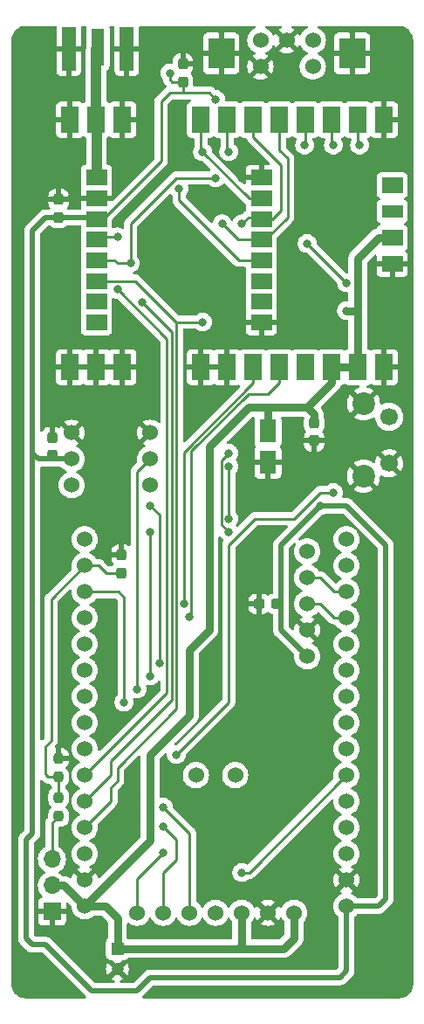
<source format=gtl>
G04 #@! TF.GenerationSoftware,KiCad,Pcbnew,6.0.11+dfsg-1*
G04 #@! TF.CreationDate,2024-12-21T17:09:35+02:00*
G04 #@! TF.ProjectId,lora_tracker,6c6f7261-5f74-4726-9163-6b65722e6b69,rev?*
G04 #@! TF.SameCoordinates,Original*
G04 #@! TF.FileFunction,Copper,L1,Top*
G04 #@! TF.FilePolarity,Positive*
%FSLAX46Y46*%
G04 Gerber Fmt 4.6, Leading zero omitted, Abs format (unit mm)*
G04 Created by KiCad (PCBNEW 6.0.11+dfsg-1) date 2024-12-21 17:09:35*
%MOMM*%
%LPD*%
G01*
G04 APERTURE LIST*
G04 Aperture macros list*
%AMRoundRect*
0 Rectangle with rounded corners*
0 $1 Rounding radius*
0 $2 $3 $4 $5 $6 $7 $8 $9 X,Y pos of 4 corners*
0 Add a 4 corners polygon primitive as box body*
4,1,4,$2,$3,$4,$5,$6,$7,$8,$9,$2,$3,0*
0 Add four circle primitives for the rounded corners*
1,1,$1+$1,$2,$3*
1,1,$1+$1,$4,$5*
1,1,$1+$1,$6,$7*
1,1,$1+$1,$8,$9*
0 Add four rect primitives between the rounded corners*
20,1,$1+$1,$2,$3,$4,$5,0*
20,1,$1+$1,$4,$5,$6,$7,0*
20,1,$1+$1,$6,$7,$8,$9,0*
20,1,$1+$1,$8,$9,$2,$3,0*%
G04 Aperture macros list end*
G04 #@! TA.AperFunction,SMDPad,CuDef*
%ADD10R,1.600000X2.200000*%
G04 #@! TD*
G04 #@! TA.AperFunction,SMDPad,CuDef*
%ADD11RoundRect,0.237500X-0.237500X0.300000X-0.237500X-0.300000X0.237500X-0.300000X0.237500X0.300000X0*%
G04 #@! TD*
G04 #@! TA.AperFunction,SMDPad,CuDef*
%ADD12R,2.000000X1.500000*%
G04 #@! TD*
G04 #@! TA.AperFunction,SMDPad,CuDef*
%ADD13RoundRect,0.237500X0.237500X-0.300000X0.237500X0.300000X-0.237500X0.300000X-0.237500X-0.300000X0*%
G04 #@! TD*
G04 #@! TA.AperFunction,SMDPad,CuDef*
%ADD14R,1.700000X2.500000*%
G04 #@! TD*
G04 #@! TA.AperFunction,ComponentPad*
%ADD15R,1.200000X1.200000*%
G04 #@! TD*
G04 #@! TA.AperFunction,ComponentPad*
%ADD16C,1.200000*%
G04 #@! TD*
G04 #@! TA.AperFunction,ComponentPad*
%ADD17C,2.200000*%
G04 #@! TD*
G04 #@! TA.AperFunction,ComponentPad*
%ADD18C,1.700000*%
G04 #@! TD*
G04 #@! TA.AperFunction,ComponentPad*
%ADD19C,1.524000*%
G04 #@! TD*
G04 #@! TA.AperFunction,ComponentPad*
%ADD20R,2.500000X3.000000*%
G04 #@! TD*
G04 #@! TA.AperFunction,SMDPad,CuDef*
%ADD21RoundRect,0.237500X0.237500X-0.250000X0.237500X0.250000X-0.237500X0.250000X-0.237500X-0.250000X0*%
G04 #@! TD*
G04 #@! TA.AperFunction,ComponentPad*
%ADD22R,1.700000X1.700000*%
G04 #@! TD*
G04 #@! TA.AperFunction,ComponentPad*
%ADD23O,1.700000X1.700000*%
G04 #@! TD*
G04 #@! TA.AperFunction,SMDPad,CuDef*
%ADD24R,1.270000X3.600000*%
G04 #@! TD*
G04 #@! TA.AperFunction,SMDPad,CuDef*
%ADD25R,1.350000X4.200000*%
G04 #@! TD*
G04 #@! TA.AperFunction,SMDPad,CuDef*
%ADD26RoundRect,0.237500X0.300000X0.237500X-0.300000X0.237500X-0.300000X-0.237500X0.300000X-0.237500X0*%
G04 #@! TD*
G04 #@! TA.AperFunction,ComponentPad*
%ADD27R,2.000000X1.524000*%
G04 #@! TD*
G04 #@! TA.AperFunction,ComponentPad*
%ADD28R,2.000000X1.254000*%
G04 #@! TD*
G04 #@! TA.AperFunction,ViaPad*
%ADD29C,0.800000*%
G04 #@! TD*
G04 #@! TA.AperFunction,ViaPad*
%ADD30C,4.000000*%
G04 #@! TD*
G04 #@! TA.AperFunction,Conductor*
%ADD31C,0.250000*%
G04 #@! TD*
G04 #@! TA.AperFunction,Conductor*
%ADD32C,0.500000*%
G04 #@! TD*
G04 #@! TA.AperFunction,Conductor*
%ADD33C,0.800000*%
G04 #@! TD*
G04 #@! TA.AperFunction,Conductor*
%ADD34C,1.000000*%
G04 #@! TD*
G04 APERTURE END LIST*
D10*
X99060000Y-82955000D03*
X99060000Y-85955000D03*
D11*
X103545000Y-82157500D03*
X103545000Y-83882500D03*
D12*
X82424000Y-58405000D03*
X82424000Y-60405000D03*
X82424000Y-62405000D03*
X82424000Y-64405000D03*
X82424000Y-66405000D03*
X82424000Y-68405000D03*
X82424000Y-70405000D03*
X82424000Y-72405000D03*
X98424000Y-72405000D03*
X98424000Y-70405000D03*
X98424000Y-68405000D03*
X98424000Y-66405000D03*
X98424000Y-64405000D03*
X98424000Y-62405000D03*
X98424000Y-60405000D03*
X98424000Y-58405000D03*
D13*
X78740000Y-62230000D03*
X78740000Y-60505000D03*
D14*
X79868501Y-76770000D03*
X82408501Y-76770000D03*
X84948501Y-76770000D03*
X92548501Y-76770000D03*
X95088501Y-76770000D03*
X97628501Y-76770000D03*
X100168501Y-76770000D03*
X102708501Y-76770000D03*
X105248501Y-76770000D03*
X107788501Y-76770000D03*
X110328501Y-76770000D03*
X110328501Y-52770000D03*
X107788501Y-52770000D03*
X105248501Y-52770000D03*
X102708501Y-52770000D03*
X100168501Y-52770000D03*
X97628501Y-52770000D03*
X95088501Y-52770000D03*
X92548501Y-52770000D03*
X84948501Y-52770000D03*
X82408501Y-52770000D03*
X79868501Y-52770000D03*
D15*
X84455000Y-133094604D03*
D16*
X84455000Y-135094604D03*
D17*
X108335000Y-87320000D03*
X108335000Y-80320000D03*
D18*
X110835000Y-81570000D03*
X110835000Y-86070000D03*
D19*
X86360000Y-129627500D03*
X88900000Y-129627500D03*
X91440000Y-129627500D03*
X93980000Y-129627500D03*
X96520000Y-129627500D03*
X99060000Y-129627500D03*
X101600000Y-129627500D03*
X95885000Y-116292500D03*
X92075000Y-116292500D03*
D13*
X90805000Y-49122500D03*
X90805000Y-47397500D03*
D19*
X103417500Y-45077500D03*
X98337500Y-45077500D03*
X100877500Y-45077500D03*
D20*
X94527500Y-46347500D03*
X107227500Y-46347500D03*
D19*
X98337500Y-47617500D03*
X103417500Y-47617500D03*
D13*
X78105000Y-85317500D03*
X78105000Y-83592500D03*
X84855000Y-96685000D03*
X84855000Y-94960000D03*
D21*
X78740000Y-120292500D03*
X78740000Y-118467500D03*
D19*
X81280000Y-93432500D03*
X81280000Y-95972500D03*
X81280000Y-98512500D03*
X81280000Y-101052500D03*
X81280000Y-103592500D03*
X81280000Y-106132500D03*
X81280000Y-108672500D03*
X81280000Y-111212500D03*
X81280000Y-113752500D03*
X81280000Y-116292500D03*
X81280000Y-118832500D03*
X81280000Y-121372500D03*
X81280000Y-123912500D03*
X81280000Y-126452500D03*
X81280000Y-128992500D03*
X106680000Y-128992500D03*
X106680000Y-126452500D03*
X106680000Y-123912500D03*
X106680000Y-121372500D03*
X106680000Y-118832500D03*
X106680000Y-116292500D03*
X106680000Y-113752500D03*
X106680000Y-111212500D03*
X106680000Y-108672500D03*
X106680000Y-106132500D03*
X106680000Y-103592500D03*
X106680000Y-101052500D03*
X106680000Y-98512500D03*
X106680000Y-95972500D03*
X106680000Y-93432500D03*
D22*
X78105000Y-129525000D03*
D23*
X78105000Y-126985000D03*
X78105000Y-124445000D03*
D21*
X78740000Y-116482500D03*
X78740000Y-114657500D03*
D24*
X82550000Y-45737500D03*
D25*
X85375000Y-45937500D03*
X79725000Y-45937500D03*
D26*
X99922500Y-99695000D03*
X98197500Y-99695000D03*
D19*
X102870000Y-94615000D03*
X102870000Y-97155000D03*
X102870000Y-99695000D03*
X102870000Y-102235000D03*
X102870000Y-104775000D03*
D27*
X111125000Y-59142500D03*
D28*
X111125000Y-61682500D03*
D27*
X111125000Y-64222500D03*
X111125000Y-66762500D03*
D19*
X87630000Y-83118423D03*
X87630000Y-85658423D03*
X87630000Y-88198423D03*
X80010000Y-88198423D03*
X80010000Y-85658423D03*
X80010000Y-83118423D03*
D29*
X96520000Y-97790000D03*
X96520000Y-137160000D03*
X95885000Y-70485000D03*
X112395000Y-49530000D03*
X93345000Y-60960000D03*
X90805000Y-44450000D03*
X93345000Y-123825000D03*
X74930000Y-120015000D03*
D30*
X111125000Y-135890000D03*
D29*
X88265000Y-63500000D03*
X91440000Y-63500000D03*
X112395000Y-77470000D03*
X103505000Y-50165000D03*
X104775000Y-63500000D03*
X92710000Y-81280000D03*
X99060000Y-90170000D03*
X93980000Y-68580000D03*
X80010000Y-60325000D03*
X80010000Y-73660000D03*
X74930000Y-74295000D03*
X112395000Y-109728000D03*
X88265000Y-67310000D03*
X100965000Y-67310000D03*
X108585000Y-94615000D03*
X109855000Y-71120000D03*
X74930000Y-91440000D03*
X97155000Y-55880000D03*
X74930000Y-65024000D03*
X74930000Y-103632000D03*
X83185000Y-93980000D03*
X96520000Y-94615000D03*
X74930000Y-111760000D03*
X104140000Y-130810000D03*
X101600000Y-125095000D03*
X108585000Y-109855000D03*
X82550000Y-80010000D03*
X83185000Y-125095000D03*
X80010000Y-69215000D03*
X87884000Y-46736000D03*
X88392000Y-137160000D03*
X104140000Y-123190000D03*
X74930000Y-57150000D03*
X93980000Y-127000000D03*
X89535000Y-116840000D03*
D30*
X76200000Y-135890000D03*
D29*
X102235000Y-73660000D03*
X96520000Y-87630000D03*
X85090000Y-72390000D03*
X104140000Y-127000000D03*
X87630000Y-74930000D03*
X86995000Y-53340000D03*
X87884000Y-44450000D03*
X112395000Y-130048000D03*
X90170000Y-131445000D03*
X93980000Y-71120000D03*
X112395000Y-57150000D03*
X80645000Y-91440000D03*
X106045000Y-81915000D03*
X74930000Y-115824000D03*
X81280000Y-133985000D03*
D30*
X76200000Y-45720000D03*
D29*
X102235000Y-58420000D03*
X110490000Y-130810000D03*
X104648000Y-137160000D03*
X83185000Y-109855000D03*
X88900000Y-134620000D03*
X100965000Y-87630000D03*
X85090000Y-91440000D03*
X112395000Y-74295000D03*
X83820000Y-121920000D03*
X100584000Y-137160000D03*
X104140000Y-73660000D03*
X95885000Y-123825000D03*
X101600000Y-82550000D03*
X95250000Y-60960000D03*
X77470000Y-58420000D03*
X93345000Y-113030000D03*
X112395000Y-97536000D03*
X108585000Y-132080000D03*
X108585000Y-102235000D03*
X110490000Y-83820000D03*
X85725000Y-120015000D03*
D30*
X111125000Y-45720000D03*
D29*
X74930000Y-79248000D03*
X74930000Y-107696000D03*
X112395000Y-121920000D03*
X108585000Y-127000000D03*
X83820000Y-100330000D03*
X104775000Y-61595000D03*
X104140000Y-133985000D03*
X79375000Y-102235000D03*
X99060000Y-94615000D03*
X106045000Y-73660000D03*
X112395000Y-52705000D03*
X83820000Y-84455000D03*
X112395000Y-113792000D03*
X102870000Y-113665000D03*
X97790000Y-108585000D03*
X74930000Y-49530000D03*
X91440000Y-57150000D03*
X87630000Y-79375000D03*
X107315000Y-83185000D03*
X99060000Y-97790000D03*
X84455000Y-55880000D03*
X80645000Y-49530000D03*
X93980000Y-79375000D03*
X74930000Y-87376000D03*
X92456000Y-137160000D03*
X109855000Y-89535000D03*
X112395000Y-105664000D03*
X112395000Y-101600000D03*
X112395000Y-125984000D03*
X96520000Y-58420000D03*
X74930000Y-53340000D03*
X100330000Y-134620000D03*
X74930000Y-60960000D03*
X79375000Y-107315000D03*
X74930000Y-69088000D03*
X100330000Y-111125000D03*
X100965000Y-64770000D03*
X79375000Y-112395000D03*
X83820000Y-88265000D03*
X95250000Y-73025000D03*
X74930000Y-95504000D03*
X80645000Y-55880000D03*
X81280000Y-132080000D03*
X99060000Y-127000000D03*
X112395000Y-117856000D03*
X97790000Y-122555000D03*
X74930000Y-99568000D03*
X106045000Y-80010000D03*
X93345000Y-104775000D03*
X108585000Y-57785000D03*
X112395000Y-93472000D03*
X83820000Y-104140000D03*
X84455000Y-49530000D03*
X95885000Y-67945000D03*
X109855000Y-74295000D03*
X94615000Y-114300000D03*
X108585000Y-117475000D03*
X87630000Y-131445000D03*
X108585000Y-122555000D03*
X79375000Y-132080000D03*
X90170000Y-54610000D03*
X86995000Y-49530000D03*
X93345000Y-107315000D03*
X80010000Y-65405000D03*
X74930000Y-83312000D03*
X112395000Y-89535000D03*
X90895000Y-99695000D03*
X91440000Y-100965000D03*
X102616000Y-55245000D03*
X84455000Y-64135000D03*
X84455000Y-69215000D03*
X93980000Y-58420000D03*
X85725000Y-66675000D03*
X86863347Y-70485000D03*
X105410000Y-55245000D03*
X92710000Y-72390000D03*
X107950000Y-55245000D03*
X92710000Y-55880000D03*
X90424000Y-59436000D03*
X95250000Y-55880000D03*
X94615000Y-62865000D03*
X96520000Y-62865000D03*
X89535000Y-48260000D03*
X104140000Y-90170000D03*
X93980000Y-50800000D03*
X88900000Y-123825000D03*
X88900000Y-121285000D03*
X88900000Y-119380000D03*
X105410000Y-88900000D03*
X85090000Y-109220000D03*
X90170000Y-114300000D03*
X86360000Y-107950000D03*
X88545480Y-105410000D03*
X87630000Y-90170000D03*
X96520000Y-125730000D03*
X102870000Y-64770000D03*
X106680000Y-68580000D03*
X95250000Y-85090000D03*
X95250000Y-92710000D03*
X95250000Y-91440000D03*
X95250000Y-86360000D03*
X106680000Y-71281499D03*
X87630000Y-92710000D03*
X87630000Y-106680000D03*
D31*
X94257500Y-46132500D02*
X94257500Y-46077500D01*
X97628501Y-78265103D02*
X97628501Y-76770000D01*
X90895000Y-84998604D02*
X97628501Y-78265103D01*
X90895000Y-99695000D02*
X90895000Y-84998604D01*
X100168501Y-78266499D02*
X100168501Y-76770000D01*
X91440000Y-100965000D02*
X91620000Y-100785000D01*
X91620000Y-84910000D02*
X97155000Y-79375000D01*
X99060000Y-79375000D02*
X100168501Y-78266499D01*
X97155000Y-79375000D02*
X99060000Y-79375000D01*
X91620000Y-100785000D02*
X91620000Y-84910000D01*
X89269980Y-75934980D02*
X89269980Y-74029980D01*
X84455000Y-64135000D02*
X82694000Y-64135000D01*
X89269980Y-74029980D02*
X84455000Y-69215000D01*
X102616000Y-55245000D02*
X102708501Y-55152499D01*
X81280000Y-116292500D02*
X89269980Y-108302520D01*
X89269980Y-108302520D02*
X89269980Y-75934980D01*
X82694000Y-64135000D02*
X82424000Y-64405000D01*
X102708501Y-55152499D02*
X102708501Y-52770000D01*
X84455000Y-66675000D02*
X85725000Y-66675000D01*
X84185000Y-66405000D02*
X84455000Y-66675000D01*
X85725000Y-66675000D02*
X85725000Y-62865000D01*
X83820000Y-116292500D02*
X83820000Y-114935000D01*
X105248501Y-55083501D02*
X105248501Y-52770000D01*
X85725000Y-62865000D02*
X90170000Y-58420000D01*
X90170000Y-58420000D02*
X93980000Y-58420000D01*
X105410000Y-55245000D02*
X105248501Y-55083501D01*
X81280000Y-118832500D02*
X83820000Y-116292500D01*
X89719990Y-109035010D02*
X89719990Y-73341643D01*
X89719990Y-73341643D02*
X86863347Y-70485000D01*
X82424000Y-66405000D02*
X84185000Y-66405000D01*
X83820000Y-114935000D02*
X89719990Y-109035010D01*
X90170000Y-109855000D02*
X90170000Y-72390000D01*
X107950000Y-55245000D02*
X107788501Y-55083501D01*
X84455000Y-115570000D02*
X90170000Y-109855000D01*
X83820000Y-118832500D02*
X83820000Y-117475000D01*
X84455000Y-116840000D02*
X84455000Y-115570000D01*
X81280000Y-121372500D02*
X83820000Y-118832500D01*
X90170000Y-72390000D02*
X92710000Y-72390000D01*
X107788501Y-55083501D02*
X107788501Y-52770000D01*
X86185000Y-68405000D02*
X82424000Y-68405000D01*
X83820000Y-117475000D02*
X84455000Y-116840000D01*
X90170000Y-72390000D02*
X86185000Y-68405000D01*
X97235000Y-60405000D02*
X98424000Y-60405000D01*
X92710000Y-55880000D02*
X92548501Y-55718501D01*
X92548501Y-55718501D02*
X92548501Y-52770000D01*
X92710000Y-55880000D02*
X97235000Y-60405000D01*
X95088501Y-55718501D02*
X95088501Y-52770000D01*
X90424000Y-59436000D02*
X90424000Y-60579000D01*
X95250000Y-55880000D02*
X95088501Y-55718501D01*
X96250000Y-66405000D02*
X98424000Y-66405000D01*
X90424000Y-60579000D02*
X96250000Y-66405000D01*
X96155000Y-64405000D02*
X98424000Y-64405000D01*
X98424000Y-64405000D02*
X98790000Y-64405000D01*
X94615000Y-62865000D02*
X96155000Y-64405000D01*
X100965000Y-62230000D02*
X100965000Y-56515000D01*
X100965000Y-56515000D02*
X100168501Y-55718501D01*
X100168501Y-55718501D02*
X100168501Y-52770000D01*
X98790000Y-64405000D02*
X100965000Y-62230000D01*
X98424000Y-62405000D02*
X99520000Y-62405000D01*
X100330000Y-61595000D02*
X100330000Y-57150000D01*
X97628501Y-54448501D02*
X97628501Y-52770000D01*
X96520000Y-62865000D02*
X97155000Y-62230000D01*
X100330000Y-57150000D02*
X97628501Y-54448501D01*
X99520000Y-62405000D02*
X100330000Y-61595000D01*
X97155000Y-62230000D02*
X98249000Y-62230000D01*
X98249000Y-62230000D02*
X98424000Y-62405000D01*
X88685000Y-51015000D02*
X88685000Y-56797918D01*
D32*
X76200000Y-121920000D02*
X75565000Y-122555000D01*
X78740000Y-62230000D02*
X77470000Y-62230000D01*
X106680000Y-128992500D02*
X109767500Y-128992500D01*
X106045000Y-135890000D02*
X106680000Y-135255000D01*
X109767500Y-128992500D02*
X110490000Y-128270000D01*
X100330000Y-102235000D02*
X102870000Y-104775000D01*
X87630000Y-135890000D02*
X106045000Y-135890000D01*
X106680000Y-90170000D02*
X104140000Y-90170000D01*
D31*
X90805000Y-49122500D02*
X90805000Y-50165000D01*
X93345000Y-50165000D02*
X91440000Y-50165000D01*
D32*
X81915000Y-137160000D02*
X86360000Y-137160000D01*
D31*
X88685000Y-56797918D02*
X83077918Y-62405000D01*
D32*
X104140000Y-90170000D02*
X100330000Y-93980000D01*
X80010000Y-85658423D02*
X76768423Y-85658423D01*
X100330000Y-93980000D02*
X100330000Y-102235000D01*
X106680000Y-135255000D02*
X106680000Y-128992500D01*
X77470000Y-132715000D02*
X81915000Y-137160000D01*
X76200000Y-85090000D02*
X76200000Y-121920000D01*
X76200000Y-132715000D02*
X77470000Y-132715000D01*
X77470000Y-62230000D02*
X76200000Y-63500000D01*
X82424000Y-62405000D02*
X83077918Y-62405000D01*
X76768423Y-85658423D02*
X76200000Y-85090000D01*
D31*
X89535000Y-50165000D02*
X88685000Y-51015000D01*
D32*
X86360000Y-137160000D02*
X87630000Y-135890000D01*
X76200000Y-85090000D02*
X76200000Y-63500000D01*
X75565000Y-122555000D02*
X75565000Y-132080000D01*
X82249000Y-62230000D02*
X82424000Y-62405000D01*
X75565000Y-132080000D02*
X76200000Y-132715000D01*
D31*
X89535000Y-48895000D02*
X89535000Y-48260000D01*
X90805000Y-50165000D02*
X89535000Y-50165000D01*
D32*
X78740000Y-62230000D02*
X82249000Y-62230000D01*
X110490000Y-93980000D02*
X106680000Y-90170000D01*
X110490000Y-128270000D02*
X110490000Y-93980000D01*
D31*
X93980000Y-50800000D02*
X93345000Y-50165000D01*
X89762500Y-49122500D02*
X89535000Y-48895000D01*
X91440000Y-50165000D02*
X90805000Y-50165000D01*
X90805000Y-49122500D02*
X89762500Y-49122500D01*
X88900000Y-123825000D02*
X86360000Y-126365000D01*
X86360000Y-126365000D02*
X86360000Y-129627500D01*
X90170000Y-122555000D02*
X90170000Y-124460000D01*
X88900000Y-125730000D02*
X88900000Y-129627500D01*
X88900000Y-121285000D02*
X90170000Y-122555000D01*
X90170000Y-124460000D02*
X88900000Y-125730000D01*
X88900000Y-119380000D02*
X91440000Y-121920000D01*
X91440000Y-121920000D02*
X91440000Y-129627500D01*
X90170000Y-114300000D02*
X95250000Y-109220000D01*
X85090000Y-99060000D02*
X85090000Y-109220000D01*
X95250000Y-93980000D02*
X97790000Y-91440000D01*
X95250000Y-109220000D02*
X95250000Y-93980000D01*
X97790000Y-91440000D02*
X100330000Y-91440000D01*
X104140000Y-88900000D02*
X105410000Y-88900000D01*
X100330000Y-91440000D02*
X101600000Y-91440000D01*
X84542500Y-98512500D02*
X85090000Y-99060000D01*
X101600000Y-91440000D02*
X104140000Y-88900000D01*
X81280000Y-98512500D02*
X84542500Y-98512500D01*
X77470000Y-116205000D02*
X77470000Y-113485000D01*
X77747500Y-116482500D02*
X77470000Y-116205000D01*
X77470000Y-113485000D02*
X78015000Y-112940000D01*
X78740000Y-116482500D02*
X77747500Y-116482500D01*
X83350000Y-96685000D02*
X84855000Y-96685000D01*
X78015000Y-99237500D02*
X81280000Y-95972500D01*
X82637500Y-95972500D02*
X83350000Y-96685000D01*
X78740000Y-118467500D02*
X78740000Y-116482500D01*
X81280000Y-95972500D02*
X82637500Y-95972500D01*
X78015000Y-112940000D02*
X78015000Y-99237500D01*
X86360000Y-107950000D02*
X86360000Y-86928423D01*
X86360000Y-86928423D02*
X87630000Y-85658423D01*
X88545480Y-105410000D02*
X88545480Y-91085480D01*
X88545480Y-91085480D02*
X87630000Y-90170000D01*
X96520000Y-125730000D02*
X97242500Y-125730000D01*
X97242500Y-125730000D02*
X106680000Y-116292500D01*
X106680000Y-68580000D02*
X102870000Y-64770000D01*
X95250000Y-85090000D02*
X94525000Y-85815000D01*
X94525000Y-91985000D02*
X95250000Y-92710000D01*
X94525000Y-85815000D02*
X94525000Y-91985000D01*
X104140000Y-99695000D02*
X102870000Y-99695000D01*
X105497500Y-101052500D02*
X104140000Y-99695000D01*
X106680000Y-101052500D02*
X105497500Y-101052500D01*
X105497500Y-98512500D02*
X104140000Y-97155000D01*
X106680000Y-98512500D02*
X105497500Y-98512500D01*
X104140000Y-97155000D02*
X102870000Y-97155000D01*
X95250000Y-86360000D02*
X95250000Y-91440000D01*
D33*
X102870000Y-80645000D02*
X105248501Y-78266499D01*
X107788501Y-71281499D02*
X106680000Y-71281499D01*
X83272500Y-128992500D02*
X84455000Y-130175000D01*
X102235000Y-80645000D02*
X102870000Y-80645000D01*
X102870000Y-80645000D02*
X103545000Y-81320000D01*
X81280000Y-128992500D02*
X79272500Y-126985000D01*
X107788501Y-66201499D02*
X109767500Y-64222500D01*
X96140396Y-133094604D02*
X100585396Y-133094604D01*
X79272500Y-126985000D02*
X78105000Y-126985000D01*
X91440000Y-110490000D02*
X91440000Y-104140000D01*
X91440000Y-104140000D02*
X93345000Y-102235000D01*
X103545000Y-81320000D02*
X103545000Y-82157500D01*
X107788501Y-76770000D02*
X107788501Y-71281499D01*
X99060000Y-80645000D02*
X99060000Y-82955000D01*
X99060000Y-80645000D02*
X102235000Y-80645000D01*
X96520000Y-132715000D02*
X96520000Y-129627500D01*
X81280000Y-128992500D02*
X83272500Y-128992500D01*
X107788501Y-71281499D02*
X107788501Y-66201499D01*
X101600000Y-132080000D02*
X101600000Y-129627500D01*
X97155000Y-80645000D02*
X99060000Y-80645000D01*
X100585396Y-133094604D02*
X101600000Y-132080000D01*
X109767500Y-64222500D02*
X111125000Y-64222500D01*
X96140396Y-133094604D02*
X96520000Y-132715000D01*
X81280000Y-128992500D02*
X87630000Y-122642500D01*
X84455000Y-133094604D02*
X96140396Y-133094604D01*
X84455000Y-130175000D02*
X84455000Y-133094604D01*
X93345000Y-84455000D02*
X97155000Y-80645000D01*
X105248501Y-78266499D02*
X105248501Y-76770000D01*
X87630000Y-114300000D02*
X91440000Y-110490000D01*
X105248501Y-76770000D02*
X107788501Y-76770000D01*
X93345000Y-102235000D02*
X93345000Y-84455000D01*
X87630000Y-122642500D02*
X87630000Y-114300000D01*
D34*
X82408501Y-52770000D02*
X82408501Y-45946001D01*
X82424000Y-58405000D02*
X82424000Y-52785499D01*
D31*
X82424000Y-52785499D02*
X82408501Y-52770000D01*
X87630000Y-106680000D02*
X87630000Y-92710000D01*
X78105000Y-120927500D02*
X78740000Y-120292500D01*
X78105000Y-124445000D02*
X78105000Y-120927500D01*
G04 #@! TA.AperFunction,Conductor*
G36*
X78484121Y-43708502D02*
G01*
X78530614Y-43762158D01*
X78542000Y-43814500D01*
X78542000Y-45665385D01*
X78546475Y-45680624D01*
X78547865Y-45681829D01*
X78555548Y-45683500D01*
X80889884Y-45683500D01*
X80905123Y-45679025D01*
X80906328Y-45677635D01*
X80907999Y-45669952D01*
X80907999Y-43814500D01*
X80928001Y-43746379D01*
X80981657Y-43699886D01*
X81033999Y-43688500D01*
X81287892Y-43688500D01*
X81356013Y-43708502D01*
X81402506Y-43762158D01*
X81413155Y-43828107D01*
X81406500Y-43889366D01*
X81406500Y-45824241D01*
X81405715Y-45838286D01*
X81400001Y-45889228D01*
X81400001Y-50948991D01*
X81379999Y-51017112D01*
X81326343Y-51063605D01*
X81320807Y-51065903D01*
X81320205Y-51066232D01*
X81311796Y-51069385D01*
X81244824Y-51119578D01*
X81213649Y-51142942D01*
X81147143Y-51167790D01*
X81077760Y-51152737D01*
X81062519Y-51142942D01*
X80972150Y-51075214D01*
X80956555Y-51066676D01*
X80836107Y-51021522D01*
X80820852Y-51017895D01*
X80769987Y-51012369D01*
X80763173Y-51012000D01*
X80140616Y-51012000D01*
X80125377Y-51016475D01*
X80124172Y-51017865D01*
X80122501Y-51025548D01*
X80122501Y-54509884D01*
X80126976Y-54525123D01*
X80128366Y-54526328D01*
X80136049Y-54527999D01*
X80763170Y-54527999D01*
X80769991Y-54527629D01*
X80820853Y-54522105D01*
X80836105Y-54518479D01*
X80956555Y-54473324D01*
X80972150Y-54464786D01*
X81062519Y-54397058D01*
X81129026Y-54372210D01*
X81198408Y-54387263D01*
X81213649Y-54397058D01*
X81244824Y-54420422D01*
X81311796Y-54470615D01*
X81320205Y-54473767D01*
X81320208Y-54473769D01*
X81333731Y-54478839D01*
X81390495Y-54521481D01*
X81415194Y-54588043D01*
X81415500Y-54596820D01*
X81415500Y-57030507D01*
X81395498Y-57098628D01*
X81341842Y-57145121D01*
X81320237Y-57152543D01*
X81313684Y-57153255D01*
X81306289Y-57156027D01*
X81306286Y-57156028D01*
X81191978Y-57198880D01*
X81177295Y-57204385D01*
X81060739Y-57291739D01*
X80973385Y-57408295D01*
X80922255Y-57544684D01*
X80915500Y-57606866D01*
X80915500Y-59203134D01*
X80922255Y-59265316D01*
X80925027Y-59272712D01*
X80925029Y-59272718D01*
X80958306Y-59361483D01*
X80963489Y-59432290D01*
X80958306Y-59449941D01*
X80925522Y-59537391D01*
X80921895Y-59552649D01*
X80916369Y-59603514D01*
X80916000Y-59610328D01*
X80916000Y-60132885D01*
X80920475Y-60148124D01*
X80921865Y-60149329D01*
X80929548Y-60151000D01*
X83913884Y-60151000D01*
X83929123Y-60146525D01*
X83930328Y-60145135D01*
X83931999Y-60137452D01*
X83931999Y-59610331D01*
X83931629Y-59603510D01*
X83926105Y-59552648D01*
X83922478Y-59537394D01*
X83889694Y-59449941D01*
X83884511Y-59379134D01*
X83889694Y-59361483D01*
X83922971Y-59272718D01*
X83922973Y-59272712D01*
X83925745Y-59265316D01*
X83932500Y-59203134D01*
X83932500Y-57606866D01*
X83925745Y-57544684D01*
X83874615Y-57408295D01*
X83787261Y-57291739D01*
X83670705Y-57204385D01*
X83656022Y-57198880D01*
X83541714Y-57156028D01*
X83541711Y-57156027D01*
X83534316Y-57153255D01*
X83528547Y-57152628D01*
X83467709Y-57117874D01*
X83434887Y-57054919D01*
X83432500Y-57030507D01*
X83432500Y-54583634D01*
X83452502Y-54515513D01*
X83497623Y-54473458D01*
X83505206Y-54470615D01*
X83512385Y-54465235D01*
X83512388Y-54465233D01*
X83603353Y-54397058D01*
X83669859Y-54372210D01*
X83739242Y-54387263D01*
X83754483Y-54397058D01*
X83844852Y-54464786D01*
X83860447Y-54473324D01*
X83980895Y-54518478D01*
X83996150Y-54522105D01*
X84047015Y-54527631D01*
X84053829Y-54528000D01*
X84676386Y-54528000D01*
X84691625Y-54523525D01*
X84692830Y-54522135D01*
X84694501Y-54514452D01*
X84694501Y-54509884D01*
X85202501Y-54509884D01*
X85206976Y-54525123D01*
X85208366Y-54526328D01*
X85216049Y-54527999D01*
X85843170Y-54527999D01*
X85849991Y-54527629D01*
X85900853Y-54522105D01*
X85916105Y-54518479D01*
X86036555Y-54473324D01*
X86052150Y-54464786D01*
X86154225Y-54388285D01*
X86166786Y-54375724D01*
X86243287Y-54273649D01*
X86251825Y-54258054D01*
X86296979Y-54137606D01*
X86300606Y-54122351D01*
X86306132Y-54071486D01*
X86306501Y-54064672D01*
X86306501Y-53042115D01*
X86302026Y-53026876D01*
X86300636Y-53025671D01*
X86292953Y-53024000D01*
X85220616Y-53024000D01*
X85205377Y-53028475D01*
X85204172Y-53029865D01*
X85202501Y-53037548D01*
X85202501Y-54509884D01*
X84694501Y-54509884D01*
X84694501Y-52497885D01*
X85202501Y-52497885D01*
X85206976Y-52513124D01*
X85208366Y-52514329D01*
X85216049Y-52516000D01*
X86288385Y-52516000D01*
X86303624Y-52511525D01*
X86304829Y-52510135D01*
X86306500Y-52502452D01*
X86306500Y-51475331D01*
X86306130Y-51468510D01*
X86300606Y-51417648D01*
X86296980Y-51402396D01*
X86251825Y-51281946D01*
X86243287Y-51266351D01*
X86166786Y-51164276D01*
X86154225Y-51151715D01*
X86052150Y-51075214D01*
X86036555Y-51066676D01*
X85916107Y-51021522D01*
X85900852Y-51017895D01*
X85849987Y-51012369D01*
X85843173Y-51012000D01*
X85220616Y-51012000D01*
X85205377Y-51016475D01*
X85204172Y-51017865D01*
X85202501Y-51025548D01*
X85202501Y-52497885D01*
X84694501Y-52497885D01*
X84694501Y-51030116D01*
X84690026Y-51014877D01*
X84688636Y-51013672D01*
X84680953Y-51012001D01*
X84053832Y-51012001D01*
X84047011Y-51012371D01*
X83996149Y-51017895D01*
X83980897Y-51021521D01*
X83860447Y-51066676D01*
X83844852Y-51075214D01*
X83754483Y-51142942D01*
X83687976Y-51167790D01*
X83618594Y-51152737D01*
X83603353Y-51142942D01*
X83572178Y-51119578D01*
X83505206Y-51069385D01*
X83496797Y-51066233D01*
X83488926Y-51061923D01*
X83489837Y-51060259D01*
X83442011Y-51024337D01*
X83417308Y-50957776D01*
X83417001Y-50948991D01*
X83417001Y-48082169D01*
X84192001Y-48082169D01*
X84192371Y-48088990D01*
X84197895Y-48139852D01*
X84201521Y-48155104D01*
X84246676Y-48275554D01*
X84255214Y-48291149D01*
X84331715Y-48393224D01*
X84344276Y-48405785D01*
X84446351Y-48482286D01*
X84461946Y-48490824D01*
X84582394Y-48535978D01*
X84597649Y-48539605D01*
X84648514Y-48545131D01*
X84655328Y-48545500D01*
X85102885Y-48545500D01*
X85118124Y-48541025D01*
X85119329Y-48539635D01*
X85121000Y-48531952D01*
X85121000Y-48527384D01*
X85629000Y-48527384D01*
X85633475Y-48542623D01*
X85634865Y-48543828D01*
X85642548Y-48545499D01*
X86094669Y-48545499D01*
X86101490Y-48545129D01*
X86152352Y-48539605D01*
X86167604Y-48535979D01*
X86288054Y-48490824D01*
X86303649Y-48482286D01*
X86405724Y-48405785D01*
X86418285Y-48393224D01*
X86494786Y-48291149D01*
X86503324Y-48275554D01*
X86548478Y-48155106D01*
X86552105Y-48139851D01*
X86557631Y-48088986D01*
X86558000Y-48082172D01*
X86558000Y-46209615D01*
X86553525Y-46194376D01*
X86552135Y-46193171D01*
X86544452Y-46191500D01*
X85647115Y-46191500D01*
X85631876Y-46195975D01*
X85630671Y-46197365D01*
X85629000Y-46205048D01*
X85629000Y-48527384D01*
X85121000Y-48527384D01*
X85121000Y-46209615D01*
X85116525Y-46194376D01*
X85115135Y-46193171D01*
X85107452Y-46191500D01*
X84210116Y-46191500D01*
X84194877Y-46195975D01*
X84193672Y-46197365D01*
X84192001Y-46205048D01*
X84192001Y-48082169D01*
X83417001Y-48082169D01*
X83417001Y-48062162D01*
X83437003Y-47994041D01*
X83467436Y-47961336D01*
X83541081Y-47906142D01*
X83548261Y-47900761D01*
X83635615Y-47784205D01*
X83686745Y-47647816D01*
X83693500Y-47585634D01*
X83693500Y-46075385D01*
X92769500Y-46075385D01*
X92773975Y-46090624D01*
X92775365Y-46091829D01*
X92783048Y-46093500D01*
X94255385Y-46093500D01*
X94270624Y-46089025D01*
X94271829Y-46087635D01*
X94273500Y-46079952D01*
X94273500Y-46075385D01*
X94781500Y-46075385D01*
X94785975Y-46090624D01*
X94787365Y-46091829D01*
X94795048Y-46093500D01*
X96267384Y-46093500D01*
X96282623Y-46089025D01*
X96283828Y-46087635D01*
X96285499Y-46079952D01*
X96285499Y-44802831D01*
X96285129Y-44796010D01*
X96279605Y-44745148D01*
X96275979Y-44729896D01*
X96230824Y-44609446D01*
X96222286Y-44593851D01*
X96145785Y-44491776D01*
X96133224Y-44479215D01*
X96031149Y-44402714D01*
X96015554Y-44394176D01*
X95895106Y-44349022D01*
X95879851Y-44345395D01*
X95828986Y-44339869D01*
X95822172Y-44339500D01*
X94799615Y-44339500D01*
X94784376Y-44343975D01*
X94783171Y-44345365D01*
X94781500Y-44353048D01*
X94781500Y-46075385D01*
X94273500Y-46075385D01*
X94273500Y-44357616D01*
X94269025Y-44342377D01*
X94267635Y-44341172D01*
X94259952Y-44339501D01*
X93232831Y-44339501D01*
X93226010Y-44339871D01*
X93175148Y-44345395D01*
X93159896Y-44349021D01*
X93039446Y-44394176D01*
X93023851Y-44402714D01*
X92921776Y-44479215D01*
X92909215Y-44491776D01*
X92832714Y-44593851D01*
X92824176Y-44609446D01*
X92779022Y-44729894D01*
X92775395Y-44745149D01*
X92769869Y-44796014D01*
X92769500Y-44802828D01*
X92769500Y-46075385D01*
X83693500Y-46075385D01*
X83693500Y-43889366D01*
X83686845Y-43828107D01*
X83699373Y-43758226D01*
X83747693Y-43706210D01*
X83812108Y-43688500D01*
X84066000Y-43688500D01*
X84134121Y-43708502D01*
X84180614Y-43762158D01*
X84192000Y-43814500D01*
X84192000Y-45665385D01*
X84196475Y-45680624D01*
X84197865Y-45681829D01*
X84205548Y-45683500D01*
X86539884Y-45683500D01*
X86555123Y-45679025D01*
X86556328Y-45677635D01*
X86557999Y-45669952D01*
X86557999Y-43814500D01*
X86578001Y-43746379D01*
X86631657Y-43699886D01*
X86683999Y-43688500D01*
X97741612Y-43688500D01*
X97809733Y-43708502D01*
X97856226Y-43762158D01*
X97866330Y-43832432D01*
X97836836Y-43897012D01*
X97794862Y-43928695D01*
X97704811Y-43970686D01*
X97704806Y-43970689D01*
X97699824Y-43973012D01*
X97695317Y-43976168D01*
X97695315Y-43976169D01*
X97522230Y-44097364D01*
X97522227Y-44097366D01*
X97517719Y-44100523D01*
X97360523Y-44257719D01*
X97357366Y-44262227D01*
X97357364Y-44262230D01*
X97236169Y-44435315D01*
X97233012Y-44439824D01*
X97230689Y-44444806D01*
X97230686Y-44444811D01*
X97147497Y-44623211D01*
X97139060Y-44641304D01*
X97137638Y-44646612D01*
X97137637Y-44646614D01*
X97121864Y-44705478D01*
X97081522Y-44856037D01*
X97062147Y-45077500D01*
X97081522Y-45298963D01*
X97139060Y-45513696D01*
X97141382Y-45518677D01*
X97141383Y-45518678D01*
X97230686Y-45710189D01*
X97230689Y-45710194D01*
X97233012Y-45715176D01*
X97236168Y-45719683D01*
X97236169Y-45719685D01*
X97357352Y-45892752D01*
X97360523Y-45897281D01*
X97517719Y-46054477D01*
X97522227Y-46057634D01*
X97522230Y-46057636D01*
X97569342Y-46090624D01*
X97699823Y-46181988D01*
X97704805Y-46184311D01*
X97704810Y-46184314D01*
X97810465Y-46233581D01*
X97863750Y-46280498D01*
X97883211Y-46348775D01*
X97862669Y-46416735D01*
X97810465Y-46461971D01*
X97705059Y-46511123D01*
X97695568Y-46516603D01*
X97651735Y-46547294D01*
X97643360Y-46557771D01*
X97650428Y-46571218D01*
X98324688Y-47245478D01*
X98338632Y-47253092D01*
X98340465Y-47252961D01*
X98347080Y-47248710D01*
X99025293Y-46570497D01*
X99031723Y-46558723D01*
X99022426Y-46546707D01*
X98979431Y-46516602D01*
X98969945Y-46511124D01*
X98864535Y-46461971D01*
X98811250Y-46415054D01*
X98791789Y-46346777D01*
X98812331Y-46278817D01*
X98864535Y-46233581D01*
X98970190Y-46184314D01*
X98970195Y-46184311D01*
X98975177Y-46181988D01*
X99040459Y-46136277D01*
X100183277Y-46136277D01*
X100192574Y-46148293D01*
X100235569Y-46178398D01*
X100245055Y-46183876D01*
X100436493Y-46273145D01*
X100446785Y-46276891D01*
X100650809Y-46331559D01*
X100661604Y-46333462D01*
X100872025Y-46351872D01*
X100882975Y-46351872D01*
X101093396Y-46333462D01*
X101104191Y-46331559D01*
X101308215Y-46276891D01*
X101318507Y-46273145D01*
X101509945Y-46183876D01*
X101519431Y-46178398D01*
X101563264Y-46147707D01*
X101571639Y-46137229D01*
X101564571Y-46123781D01*
X100890312Y-45449522D01*
X100876368Y-45441908D01*
X100874535Y-45442039D01*
X100867920Y-45446290D01*
X100189707Y-46124503D01*
X100183277Y-46136277D01*
X99040459Y-46136277D01*
X99105658Y-46090624D01*
X99152770Y-46057636D01*
X99152773Y-46057634D01*
X99157281Y-46054477D01*
X99314477Y-45897281D01*
X99317649Y-45892752D01*
X99438831Y-45719685D01*
X99438832Y-45719683D01*
X99441988Y-45715176D01*
X99444311Y-45710194D01*
X99444314Y-45710189D01*
X99493581Y-45604535D01*
X99540499Y-45551250D01*
X99608776Y-45531789D01*
X99676736Y-45552331D01*
X99721971Y-45604535D01*
X99771123Y-45709941D01*
X99776603Y-45719432D01*
X99807294Y-45763265D01*
X99817771Y-45771640D01*
X99831218Y-45764572D01*
X100505478Y-45090312D01*
X100513092Y-45076368D01*
X100512961Y-45074535D01*
X100508710Y-45067920D01*
X99830497Y-44389707D01*
X99818723Y-44383277D01*
X99806707Y-44392574D01*
X99776603Y-44435568D01*
X99771123Y-44445059D01*
X99721971Y-44550465D01*
X99675053Y-44603750D01*
X99606776Y-44623211D01*
X99538816Y-44602669D01*
X99493581Y-44550465D01*
X99444314Y-44444811D01*
X99444311Y-44444806D01*
X99441988Y-44439824D01*
X99438831Y-44435315D01*
X99317636Y-44262230D01*
X99317634Y-44262227D01*
X99314477Y-44257719D01*
X99157281Y-44100523D01*
X99152773Y-44097366D01*
X99152770Y-44097364D01*
X99077005Y-44044313D01*
X98975177Y-43973012D01*
X98970195Y-43970689D01*
X98970190Y-43970686D01*
X98880139Y-43928695D01*
X98826854Y-43881778D01*
X98807393Y-43813500D01*
X98827935Y-43745540D01*
X98881958Y-43699475D01*
X98933389Y-43688500D01*
X100282795Y-43688500D01*
X100350916Y-43708502D01*
X100397409Y-43762158D01*
X100407513Y-43832432D01*
X100378019Y-43897012D01*
X100336045Y-43928695D01*
X100245059Y-43971123D01*
X100235568Y-43976603D01*
X100191735Y-44007294D01*
X100183360Y-44017771D01*
X100190428Y-44031218D01*
X100864688Y-44705478D01*
X100878632Y-44713092D01*
X100880465Y-44712961D01*
X100887080Y-44708710D01*
X101565293Y-44030497D01*
X101571723Y-44018723D01*
X101562426Y-44006707D01*
X101519431Y-43976602D01*
X101509945Y-43971124D01*
X101418955Y-43928695D01*
X101365670Y-43881778D01*
X101346209Y-43813500D01*
X101366751Y-43745541D01*
X101420774Y-43699475D01*
X101472205Y-43688500D01*
X102821612Y-43688500D01*
X102889733Y-43708502D01*
X102936226Y-43762158D01*
X102946330Y-43832432D01*
X102916836Y-43897012D01*
X102874862Y-43928695D01*
X102784811Y-43970686D01*
X102784806Y-43970689D01*
X102779824Y-43973012D01*
X102775317Y-43976168D01*
X102775315Y-43976169D01*
X102602230Y-44097364D01*
X102602227Y-44097366D01*
X102597719Y-44100523D01*
X102440523Y-44257719D01*
X102437366Y-44262227D01*
X102437364Y-44262230D01*
X102316169Y-44435315D01*
X102313012Y-44439824D01*
X102310689Y-44444806D01*
X102310686Y-44444811D01*
X102261419Y-44550465D01*
X102214501Y-44603750D01*
X102146224Y-44623211D01*
X102078264Y-44602669D01*
X102033029Y-44550465D01*
X101983877Y-44445059D01*
X101978397Y-44435568D01*
X101947706Y-44391735D01*
X101937229Y-44383360D01*
X101923782Y-44390428D01*
X101249522Y-45064688D01*
X101241908Y-45078632D01*
X101242039Y-45080465D01*
X101246290Y-45087080D01*
X101924503Y-45765293D01*
X101936277Y-45771723D01*
X101948293Y-45762426D01*
X101978397Y-45719432D01*
X101983877Y-45709941D01*
X102033029Y-45604535D01*
X102079947Y-45551250D01*
X102148224Y-45531789D01*
X102216184Y-45552331D01*
X102261419Y-45604535D01*
X102310686Y-45710189D01*
X102310689Y-45710194D01*
X102313012Y-45715176D01*
X102316168Y-45719683D01*
X102316169Y-45719685D01*
X102437352Y-45892752D01*
X102440523Y-45897281D01*
X102597719Y-46054477D01*
X102602227Y-46057634D01*
X102602230Y-46057636D01*
X102649342Y-46090624D01*
X102779823Y-46181988D01*
X102784805Y-46184311D01*
X102784810Y-46184314D01*
X102889873Y-46233305D01*
X102943158Y-46280222D01*
X102962619Y-46348499D01*
X102942077Y-46416459D01*
X102889873Y-46461695D01*
X102784811Y-46510686D01*
X102784806Y-46510689D01*
X102779824Y-46513012D01*
X102775317Y-46516168D01*
X102775315Y-46516169D01*
X102602230Y-46637364D01*
X102602227Y-46637366D01*
X102597719Y-46640523D01*
X102440523Y-46797719D01*
X102437366Y-46802227D01*
X102437364Y-46802230D01*
X102342667Y-46937472D01*
X102313012Y-46979824D01*
X102310689Y-46984806D01*
X102310686Y-46984811D01*
X102236688Y-47143500D01*
X102219060Y-47181304D01*
X102161522Y-47396037D01*
X102142147Y-47617500D01*
X102161522Y-47838963D01*
X102219060Y-48053696D01*
X102221382Y-48058677D01*
X102221383Y-48058678D01*
X102310686Y-48250189D01*
X102310689Y-48250194D01*
X102313012Y-48255176D01*
X102316168Y-48259683D01*
X102316169Y-48259685D01*
X102383259Y-48355499D01*
X102440523Y-48437281D01*
X102597719Y-48594477D01*
X102602227Y-48597634D01*
X102602230Y-48597636D01*
X102641697Y-48625271D01*
X102779823Y-48721988D01*
X102784805Y-48724311D01*
X102784810Y-48724314D01*
X102951079Y-48801846D01*
X102981304Y-48815940D01*
X102986612Y-48817362D01*
X102986614Y-48817363D01*
X103052449Y-48835003D01*
X103196037Y-48873478D01*
X103417500Y-48892853D01*
X103638963Y-48873478D01*
X103782551Y-48835003D01*
X103848386Y-48817363D01*
X103848388Y-48817362D01*
X103853696Y-48815940D01*
X103883921Y-48801846D01*
X104050190Y-48724314D01*
X104050195Y-48724311D01*
X104055177Y-48721988D01*
X104193303Y-48625271D01*
X104232770Y-48597636D01*
X104232773Y-48597634D01*
X104237281Y-48594477D01*
X104394477Y-48437281D01*
X104451742Y-48355499D01*
X104518831Y-48259685D01*
X104518832Y-48259683D01*
X104521988Y-48255176D01*
X104524311Y-48250194D01*
X104524314Y-48250189D01*
X104613617Y-48058678D01*
X104613618Y-48058677D01*
X104615940Y-48053696D01*
X104659221Y-47892169D01*
X105469501Y-47892169D01*
X105469871Y-47898990D01*
X105475395Y-47949852D01*
X105479021Y-47965104D01*
X105524176Y-48085554D01*
X105532714Y-48101149D01*
X105609215Y-48203224D01*
X105621776Y-48215785D01*
X105723851Y-48292286D01*
X105739446Y-48300824D01*
X105859894Y-48345978D01*
X105875149Y-48349605D01*
X105926014Y-48355131D01*
X105932828Y-48355500D01*
X106955385Y-48355500D01*
X106970624Y-48351025D01*
X106971829Y-48349635D01*
X106973500Y-48341952D01*
X106973500Y-48337384D01*
X107481500Y-48337384D01*
X107485975Y-48352623D01*
X107487365Y-48353828D01*
X107495048Y-48355499D01*
X108522169Y-48355499D01*
X108528990Y-48355129D01*
X108579852Y-48349605D01*
X108595104Y-48345979D01*
X108715554Y-48300824D01*
X108731149Y-48292286D01*
X108833224Y-48215785D01*
X108845785Y-48203224D01*
X108922286Y-48101149D01*
X108930824Y-48085554D01*
X108975978Y-47965106D01*
X108979605Y-47949851D01*
X108985131Y-47898986D01*
X108985500Y-47892172D01*
X108985500Y-46619615D01*
X108981025Y-46604376D01*
X108979635Y-46603171D01*
X108971952Y-46601500D01*
X107499615Y-46601500D01*
X107484376Y-46605975D01*
X107483171Y-46607365D01*
X107481500Y-46615048D01*
X107481500Y-48337384D01*
X106973500Y-48337384D01*
X106973500Y-46619615D01*
X106969025Y-46604376D01*
X106967635Y-46603171D01*
X106959952Y-46601500D01*
X105487616Y-46601500D01*
X105472377Y-46605975D01*
X105471172Y-46607365D01*
X105469501Y-46615048D01*
X105469501Y-47892169D01*
X104659221Y-47892169D01*
X104673478Y-47838963D01*
X104692853Y-47617500D01*
X104673478Y-47396037D01*
X104615940Y-47181304D01*
X104598312Y-47143500D01*
X104524314Y-46984811D01*
X104524311Y-46984806D01*
X104521988Y-46979824D01*
X104492333Y-46937472D01*
X104397636Y-46802230D01*
X104397634Y-46802227D01*
X104394477Y-46797719D01*
X104237281Y-46640523D01*
X104232773Y-46637366D01*
X104232770Y-46637364D01*
X104157005Y-46584313D01*
X104055177Y-46513012D01*
X104050195Y-46510689D01*
X104050190Y-46510686D01*
X103945127Y-46461695D01*
X103891842Y-46414778D01*
X103872381Y-46346501D01*
X103892923Y-46278541D01*
X103945127Y-46233305D01*
X104050190Y-46184314D01*
X104050195Y-46184311D01*
X104055177Y-46181988D01*
X104185658Y-46090624D01*
X104207422Y-46075385D01*
X105469500Y-46075385D01*
X105473975Y-46090624D01*
X105475365Y-46091829D01*
X105483048Y-46093500D01*
X106955385Y-46093500D01*
X106970624Y-46089025D01*
X106971829Y-46087635D01*
X106973500Y-46079952D01*
X106973500Y-46075385D01*
X107481500Y-46075385D01*
X107485975Y-46090624D01*
X107487365Y-46091829D01*
X107495048Y-46093500D01*
X108967384Y-46093500D01*
X108982623Y-46089025D01*
X108983828Y-46087635D01*
X108985499Y-46079952D01*
X108985499Y-44802831D01*
X108985129Y-44796010D01*
X108979605Y-44745148D01*
X108975979Y-44729896D01*
X108930824Y-44609446D01*
X108922286Y-44593851D01*
X108845785Y-44491776D01*
X108833224Y-44479215D01*
X108731149Y-44402714D01*
X108715554Y-44394176D01*
X108595106Y-44349022D01*
X108579851Y-44345395D01*
X108528986Y-44339869D01*
X108522172Y-44339500D01*
X107499615Y-44339500D01*
X107484376Y-44343975D01*
X107483171Y-44345365D01*
X107481500Y-44353048D01*
X107481500Y-46075385D01*
X106973500Y-46075385D01*
X106973500Y-44357616D01*
X106969025Y-44342377D01*
X106967635Y-44341172D01*
X106959952Y-44339501D01*
X105932831Y-44339501D01*
X105926010Y-44339871D01*
X105875148Y-44345395D01*
X105859896Y-44349021D01*
X105739446Y-44394176D01*
X105723851Y-44402714D01*
X105621776Y-44479215D01*
X105609215Y-44491776D01*
X105532714Y-44593851D01*
X105524176Y-44609446D01*
X105479022Y-44729894D01*
X105475395Y-44745149D01*
X105469869Y-44796014D01*
X105469500Y-44802828D01*
X105469500Y-46075385D01*
X104207422Y-46075385D01*
X104232770Y-46057636D01*
X104232773Y-46057634D01*
X104237281Y-46054477D01*
X104394477Y-45897281D01*
X104397649Y-45892752D01*
X104518831Y-45719685D01*
X104518832Y-45719683D01*
X104521988Y-45715176D01*
X104524311Y-45710194D01*
X104524314Y-45710189D01*
X104613617Y-45518678D01*
X104613618Y-45518677D01*
X104615940Y-45513696D01*
X104673478Y-45298963D01*
X104692853Y-45077500D01*
X104673478Y-44856037D01*
X104633136Y-44705478D01*
X104617363Y-44646614D01*
X104617362Y-44646612D01*
X104615940Y-44641304D01*
X104607503Y-44623211D01*
X104524314Y-44444811D01*
X104524311Y-44444806D01*
X104521988Y-44439824D01*
X104518831Y-44435315D01*
X104397636Y-44262230D01*
X104397634Y-44262227D01*
X104394477Y-44257719D01*
X104237281Y-44100523D01*
X104232773Y-44097366D01*
X104232770Y-44097364D01*
X104157005Y-44044313D01*
X104055177Y-43973012D01*
X104050195Y-43970689D01*
X104050190Y-43970686D01*
X103960139Y-43928695D01*
X103906854Y-43881778D01*
X103887393Y-43813500D01*
X103907935Y-43745540D01*
X103961958Y-43699475D01*
X104013389Y-43688500D01*
X111710633Y-43688500D01*
X111730018Y-43690000D01*
X111744851Y-43692310D01*
X111744855Y-43692310D01*
X111753724Y-43693691D01*
X111767789Y-43691852D01*
X111794004Y-43691176D01*
X111927111Y-43701652D01*
X111968574Y-43704915D01*
X111988103Y-43708008D01*
X112181903Y-43754536D01*
X112200706Y-43760646D01*
X112384840Y-43836916D01*
X112402457Y-43845893D01*
X112572387Y-43950027D01*
X112588382Y-43961648D01*
X112739934Y-44091085D01*
X112753915Y-44105066D01*
X112883352Y-44256618D01*
X112894973Y-44272613D01*
X112999107Y-44442543D01*
X113008084Y-44460160D01*
X113084354Y-44644294D01*
X113090464Y-44663097D01*
X113136992Y-44856897D01*
X113140085Y-44876426D01*
X113153272Y-45043987D01*
X113152630Y-45060875D01*
X113152800Y-45060877D01*
X113152690Y-45069853D01*
X113151309Y-45078724D01*
X113152473Y-45087626D01*
X113152473Y-45087628D01*
X113155436Y-45110283D01*
X113156500Y-45126621D01*
X113156500Y-136475633D01*
X113155000Y-136495018D01*
X113152690Y-136509851D01*
X113152690Y-136509855D01*
X113151309Y-136518724D01*
X113153148Y-136532789D01*
X113153824Y-136559004D01*
X113146748Y-136648915D01*
X113140085Y-136733574D01*
X113136992Y-136753103D01*
X113090464Y-136946903D01*
X113084354Y-136965706D01*
X113008084Y-137149840D01*
X112999107Y-137167457D01*
X112894973Y-137337387D01*
X112883352Y-137353382D01*
X112753915Y-137504934D01*
X112739934Y-137518915D01*
X112588382Y-137648352D01*
X112572387Y-137659973D01*
X112402457Y-137764107D01*
X112384840Y-137773084D01*
X112200706Y-137849354D01*
X112181903Y-137855464D01*
X111988103Y-137901992D01*
X111968574Y-137905085D01*
X111801013Y-137918272D01*
X111784125Y-137917630D01*
X111784123Y-137917800D01*
X111775147Y-137917690D01*
X111766276Y-137916309D01*
X111757374Y-137917473D01*
X111757372Y-137917473D01*
X111742323Y-137919441D01*
X111734714Y-137920436D01*
X111718379Y-137921500D01*
X86976384Y-137921500D01*
X86908263Y-137901498D01*
X86861770Y-137847842D01*
X86851666Y-137777568D01*
X86884912Y-137708846D01*
X86903129Y-137689616D01*
X86905506Y-137687175D01*
X87907276Y-136685405D01*
X87969588Y-136651379D01*
X87996371Y-136648500D01*
X105977930Y-136648500D01*
X105996880Y-136649933D01*
X106011115Y-136652099D01*
X106011119Y-136652099D01*
X106018349Y-136653199D01*
X106025641Y-136652606D01*
X106025644Y-136652606D01*
X106071018Y-136648915D01*
X106081233Y-136648500D01*
X106089293Y-136648500D01*
X106102583Y-136646951D01*
X106117507Y-136645211D01*
X106121882Y-136644778D01*
X106187339Y-136639454D01*
X106187342Y-136639453D01*
X106194637Y-136638860D01*
X106201601Y-136636604D01*
X106207560Y-136635413D01*
X106213415Y-136634029D01*
X106220681Y-136633182D01*
X106289327Y-136608265D01*
X106293455Y-136606848D01*
X106355936Y-136586607D01*
X106355938Y-136586606D01*
X106362899Y-136584351D01*
X106369154Y-136580555D01*
X106374628Y-136578049D01*
X106380058Y-136575330D01*
X106386937Y-136572833D01*
X106415499Y-136554107D01*
X106447976Y-136532814D01*
X106451680Y-136530477D01*
X106514107Y-136492595D01*
X106522484Y-136485197D01*
X106522508Y-136485224D01*
X106525500Y-136482571D01*
X106528733Y-136479868D01*
X106534852Y-136475856D01*
X106588128Y-136419617D01*
X106590506Y-136417175D01*
X107168911Y-135838770D01*
X107183323Y-135826384D01*
X107194918Y-135817851D01*
X107194923Y-135817846D01*
X107200818Y-135813508D01*
X107205557Y-135807930D01*
X107205560Y-135807927D01*
X107235035Y-135773232D01*
X107241965Y-135765716D01*
X107247661Y-135760020D01*
X107249924Y-135757159D01*
X107249929Y-135757154D01*
X107265285Y-135737744D01*
X107268074Y-135734342D01*
X107310596Y-135684291D01*
X107310597Y-135684290D01*
X107315333Y-135678715D01*
X107318661Y-135672198D01*
X107322027Y-135667150D01*
X107325190Y-135662028D01*
X107329735Y-135656284D01*
X107360664Y-135590105D01*
X107362563Y-135586221D01*
X107395769Y-135521192D01*
X107397510Y-135514077D01*
X107399613Y-135508422D01*
X107401522Y-135502683D01*
X107404622Y-135496050D01*
X107419491Y-135424565D01*
X107420461Y-135420282D01*
X107437808Y-135349390D01*
X107438500Y-135338236D01*
X107438535Y-135338238D01*
X107438775Y-135334266D01*
X107439152Y-135330045D01*
X107440641Y-135322885D01*
X107438546Y-135245458D01*
X107438500Y-135242050D01*
X107438500Y-130077978D01*
X107458502Y-130009857D01*
X107492229Y-129974765D01*
X107495270Y-129972636D01*
X107495272Y-129972634D01*
X107499781Y-129969477D01*
X107656977Y-129812281D01*
X107662264Y-129804731D01*
X107663546Y-129803706D01*
X107663669Y-129803559D01*
X107663698Y-129803584D01*
X107717718Y-129760402D01*
X107765477Y-129751000D01*
X109700430Y-129751000D01*
X109719380Y-129752433D01*
X109733615Y-129754599D01*
X109733619Y-129754599D01*
X109740849Y-129755699D01*
X109748141Y-129755106D01*
X109748144Y-129755106D01*
X109793518Y-129751415D01*
X109803733Y-129751000D01*
X109811793Y-129751000D01*
X109825083Y-129749451D01*
X109840007Y-129747711D01*
X109844382Y-129747278D01*
X109909839Y-129741954D01*
X109909842Y-129741953D01*
X109917137Y-129741360D01*
X109924101Y-129739104D01*
X109930060Y-129737913D01*
X109935915Y-129736529D01*
X109943181Y-129735682D01*
X110011827Y-129710765D01*
X110015955Y-129709348D01*
X110078436Y-129689107D01*
X110078438Y-129689106D01*
X110085399Y-129686851D01*
X110091654Y-129683055D01*
X110097128Y-129680549D01*
X110102558Y-129677830D01*
X110109437Y-129675333D01*
X110115558Y-129671320D01*
X110170476Y-129635314D01*
X110174182Y-129632975D01*
X110236607Y-129595095D01*
X110244984Y-129587697D01*
X110245008Y-129587724D01*
X110248000Y-129585071D01*
X110251233Y-129582368D01*
X110257352Y-129578356D01*
X110310628Y-129522117D01*
X110313006Y-129519675D01*
X110978911Y-128853770D01*
X110993323Y-128841384D01*
X111004918Y-128832851D01*
X111004923Y-128832846D01*
X111010818Y-128828508D01*
X111015557Y-128822930D01*
X111015560Y-128822927D01*
X111045035Y-128788232D01*
X111051965Y-128780716D01*
X111057660Y-128775021D01*
X111075281Y-128752749D01*
X111078072Y-128749345D01*
X111120591Y-128699297D01*
X111120592Y-128699295D01*
X111125333Y-128693715D01*
X111128661Y-128687199D01*
X111132028Y-128682150D01*
X111135195Y-128677021D01*
X111139734Y-128671284D01*
X111170655Y-128605125D01*
X111172561Y-128601225D01*
X111187153Y-128572649D01*
X111205769Y-128536192D01*
X111207508Y-128529084D01*
X111209607Y-128523441D01*
X111211524Y-128517678D01*
X111214622Y-128511050D01*
X111229487Y-128439583D01*
X111230457Y-128435299D01*
X111238935Y-128400651D01*
X111247808Y-128364390D01*
X111248402Y-128354824D01*
X111248500Y-128353236D01*
X111248536Y-128353238D01*
X111248775Y-128349245D01*
X111249149Y-128345053D01*
X111250640Y-128337885D01*
X111248546Y-128260479D01*
X111248500Y-128257072D01*
X111248500Y-94047070D01*
X111249933Y-94028120D01*
X111252099Y-94013885D01*
X111252099Y-94013881D01*
X111253199Y-94006651D01*
X111250824Y-93977444D01*
X111248915Y-93953982D01*
X111248500Y-93943767D01*
X111248500Y-93935707D01*
X111247852Y-93930142D01*
X111246363Y-93917376D01*
X111245209Y-93907480D01*
X111244778Y-93903121D01*
X111239454Y-93837662D01*
X111239453Y-93837659D01*
X111238860Y-93830364D01*
X111236604Y-93823400D01*
X111235417Y-93817461D01*
X111234030Y-93811590D01*
X111233182Y-93804319D01*
X111230686Y-93797443D01*
X111230684Y-93797434D01*
X111208275Y-93735702D01*
X111206865Y-93731598D01*
X111184352Y-93662101D01*
X111180556Y-93655846D01*
X111178057Y-93650387D01*
X111175329Y-93644939D01*
X111172833Y-93638063D01*
X111132805Y-93577010D01*
X111130481Y-93573327D01*
X111127322Y-93568120D01*
X111104828Y-93531052D01*
X111095504Y-93515686D01*
X111095501Y-93515682D01*
X111092595Y-93510893D01*
X111088886Y-93506694D01*
X111088883Y-93506689D01*
X111085197Y-93502516D01*
X111085224Y-93502492D01*
X111082571Y-93499500D01*
X111079868Y-93496267D01*
X111075856Y-93490148D01*
X111019617Y-93436872D01*
X111017175Y-93434494D01*
X107263770Y-89681089D01*
X107251384Y-89666677D01*
X107242851Y-89655082D01*
X107242846Y-89655077D01*
X107238508Y-89649182D01*
X107232930Y-89644443D01*
X107232927Y-89644440D01*
X107198232Y-89614965D01*
X107190716Y-89608035D01*
X107185021Y-89602340D01*
X107178880Y-89597482D01*
X107162749Y-89584719D01*
X107159345Y-89581928D01*
X107109297Y-89539409D01*
X107109295Y-89539408D01*
X107103715Y-89534667D01*
X107097199Y-89531339D01*
X107092150Y-89527972D01*
X107087021Y-89524805D01*
X107081284Y-89520266D01*
X107015125Y-89489345D01*
X107011225Y-89487439D01*
X106946192Y-89454231D01*
X106939084Y-89452492D01*
X106933441Y-89450393D01*
X106927678Y-89448476D01*
X106921050Y-89445378D01*
X106849583Y-89430513D01*
X106845299Y-89429543D01*
X106774390Y-89412192D01*
X106768788Y-89411844D01*
X106768785Y-89411844D01*
X106763236Y-89411500D01*
X106763238Y-89411464D01*
X106759245Y-89411225D01*
X106755053Y-89410851D01*
X106747885Y-89409360D01*
X106681675Y-89411151D01*
X106670479Y-89411454D01*
X106667072Y-89411500D01*
X106372480Y-89411500D01*
X106304359Y-89391498D01*
X106257866Y-89337842D01*
X106247762Y-89267568D01*
X106252645Y-89246571D01*
X106303542Y-89089928D01*
X106311081Y-89018204D01*
X106322814Y-88906565D01*
X106323504Y-88900000D01*
X106303542Y-88710072D01*
X106276027Y-88625390D01*
X107394440Y-88625390D01*
X107400167Y-88633040D01*
X107598506Y-88754583D01*
X107607300Y-88759064D01*
X107831991Y-88852134D01*
X107841376Y-88855183D01*
X108077863Y-88911959D01*
X108087610Y-88913502D01*
X108330070Y-88932584D01*
X108339930Y-88932584D01*
X108582390Y-88913502D01*
X108592137Y-88911959D01*
X108828624Y-88855183D01*
X108838009Y-88852134D01*
X109062700Y-88759064D01*
X109071494Y-88754583D01*
X109266167Y-88635287D01*
X109275627Y-88624830D01*
X109271844Y-88616054D01*
X108347812Y-87692022D01*
X108333868Y-87684408D01*
X108332035Y-87684539D01*
X108325420Y-87688790D01*
X107401200Y-88613010D01*
X107394440Y-88625390D01*
X106276027Y-88625390D01*
X106244527Y-88528444D01*
X106149040Y-88363056D01*
X106132882Y-88345110D01*
X106025675Y-88226045D01*
X106025674Y-88226044D01*
X106021253Y-88221134D01*
X105866752Y-88108882D01*
X105860724Y-88106198D01*
X105860722Y-88106197D01*
X105698319Y-88033891D01*
X105698318Y-88033891D01*
X105692288Y-88031206D01*
X105598887Y-88011353D01*
X105511944Y-87992872D01*
X105511939Y-87992872D01*
X105505487Y-87991500D01*
X105314513Y-87991500D01*
X105308061Y-87992872D01*
X105308056Y-87992872D01*
X105221113Y-88011353D01*
X105127712Y-88031206D01*
X105121682Y-88033891D01*
X105121681Y-88033891D01*
X104959278Y-88106197D01*
X104959276Y-88106198D01*
X104953248Y-88108882D01*
X104798747Y-88221134D01*
X104794332Y-88226037D01*
X104789420Y-88230460D01*
X104788295Y-88229211D01*
X104734986Y-88262051D01*
X104701800Y-88266500D01*
X104218763Y-88266500D01*
X104207579Y-88265973D01*
X104200091Y-88264299D01*
X104192168Y-88264548D01*
X104132033Y-88266438D01*
X104128075Y-88266500D01*
X104100144Y-88266500D01*
X104096229Y-88266995D01*
X104096225Y-88266995D01*
X104096167Y-88267003D01*
X104096138Y-88267006D01*
X104084296Y-88267939D01*
X104040110Y-88269327D01*
X104022744Y-88274372D01*
X104020658Y-88274978D01*
X104001306Y-88278986D01*
X103989068Y-88280532D01*
X103989066Y-88280533D01*
X103981203Y-88281526D01*
X103940086Y-88297806D01*
X103928885Y-88301641D01*
X103886406Y-88313982D01*
X103879587Y-88318015D01*
X103879582Y-88318017D01*
X103868971Y-88324293D01*
X103851221Y-88332990D01*
X103832383Y-88340448D01*
X103825967Y-88345109D01*
X103825966Y-88345110D01*
X103796625Y-88366428D01*
X103786701Y-88372947D01*
X103755460Y-88391422D01*
X103755455Y-88391426D01*
X103748637Y-88395458D01*
X103734313Y-88409782D01*
X103719281Y-88422621D01*
X103702893Y-88434528D01*
X103674712Y-88468593D01*
X103666722Y-88477373D01*
X101374500Y-90769595D01*
X101312188Y-90803621D01*
X101285405Y-90806500D01*
X97868763Y-90806500D01*
X97857579Y-90805973D01*
X97850091Y-90804299D01*
X97842168Y-90804548D01*
X97782033Y-90806438D01*
X97778075Y-90806500D01*
X97750144Y-90806500D01*
X97746229Y-90806995D01*
X97746225Y-90806995D01*
X97746167Y-90807003D01*
X97746138Y-90807006D01*
X97734296Y-90807939D01*
X97690110Y-90809327D01*
X97672744Y-90814372D01*
X97670658Y-90814978D01*
X97651306Y-90818986D01*
X97639068Y-90820532D01*
X97639066Y-90820533D01*
X97631203Y-90821526D01*
X97590086Y-90837806D01*
X97578885Y-90841641D01*
X97536406Y-90853982D01*
X97529587Y-90858015D01*
X97529582Y-90858017D01*
X97518971Y-90864293D01*
X97501221Y-90872990D01*
X97482383Y-90880448D01*
X97475967Y-90885109D01*
X97475966Y-90885110D01*
X97446625Y-90906428D01*
X97436701Y-90912947D01*
X97405460Y-90931422D01*
X97405455Y-90931426D01*
X97398637Y-90935458D01*
X97384313Y-90949782D01*
X97369281Y-90962621D01*
X97352893Y-90974528D01*
X97326310Y-91006661D01*
X97324712Y-91008593D01*
X97316722Y-91017373D01*
X96164419Y-92169676D01*
X96102107Y-92203702D01*
X96031292Y-92198637D01*
X95981689Y-92164892D01*
X95976660Y-92159306D01*
X95945945Y-92095301D01*
X95954710Y-92024848D01*
X95976661Y-91990693D01*
X95989040Y-91976944D01*
X96084527Y-91811556D01*
X96143542Y-91629928D01*
X96163504Y-91440000D01*
X96143542Y-91250072D01*
X96084527Y-91068444D01*
X96068203Y-91040169D01*
X96047314Y-91003990D01*
X95989040Y-90903056D01*
X95915863Y-90821785D01*
X95885147Y-90757779D01*
X95883500Y-90737476D01*
X95883500Y-87099669D01*
X97752001Y-87099669D01*
X97752371Y-87106490D01*
X97757895Y-87157352D01*
X97761521Y-87172604D01*
X97806676Y-87293054D01*
X97815214Y-87308649D01*
X97891715Y-87410724D01*
X97904276Y-87423285D01*
X98006351Y-87499786D01*
X98021946Y-87508324D01*
X98142394Y-87553478D01*
X98157649Y-87557105D01*
X98208514Y-87562631D01*
X98215328Y-87563000D01*
X98787885Y-87563000D01*
X98803124Y-87558525D01*
X98804329Y-87557135D01*
X98806000Y-87549452D01*
X98806000Y-87544884D01*
X99314000Y-87544884D01*
X99318475Y-87560123D01*
X99319865Y-87561328D01*
X99327548Y-87562999D01*
X99904669Y-87562999D01*
X99911490Y-87562629D01*
X99962352Y-87557105D01*
X99977604Y-87553479D01*
X100098054Y-87508324D01*
X100113649Y-87499786D01*
X100215724Y-87423285D01*
X100228285Y-87410724D01*
X100292584Y-87324930D01*
X106722416Y-87324930D01*
X106741498Y-87567390D01*
X106743041Y-87577137D01*
X106799817Y-87813624D01*
X106802866Y-87823009D01*
X106895936Y-88047700D01*
X106900417Y-88056494D01*
X107019713Y-88251167D01*
X107030170Y-88260627D01*
X107038946Y-88256844D01*
X107962978Y-87332812D01*
X107970592Y-87318868D01*
X107970461Y-87317035D01*
X107966210Y-87310420D01*
X107041990Y-86386200D01*
X107029610Y-86379440D01*
X107021960Y-86385167D01*
X106900417Y-86583506D01*
X106895936Y-86592300D01*
X106802866Y-86816991D01*
X106799817Y-86826376D01*
X106743041Y-87062863D01*
X106741498Y-87072610D01*
X106722416Y-87315070D01*
X106722416Y-87324930D01*
X100292584Y-87324930D01*
X100304786Y-87308649D01*
X100313324Y-87293054D01*
X100358478Y-87172606D01*
X100362105Y-87157351D01*
X100367631Y-87106486D01*
X100368000Y-87099672D01*
X100368000Y-86227115D01*
X100363525Y-86211876D01*
X100362135Y-86210671D01*
X100354452Y-86209000D01*
X99332115Y-86209000D01*
X99316876Y-86213475D01*
X99315671Y-86214865D01*
X99314000Y-86222548D01*
X99314000Y-87544884D01*
X98806000Y-87544884D01*
X98806000Y-86227115D01*
X98801525Y-86211876D01*
X98800135Y-86210671D01*
X98792452Y-86209000D01*
X97770116Y-86209000D01*
X97754877Y-86213475D01*
X97753672Y-86214865D01*
X97752001Y-86222548D01*
X97752001Y-87099669D01*
X95883500Y-87099669D01*
X95883500Y-87062524D01*
X95903502Y-86994403D01*
X95915858Y-86978221D01*
X95989040Y-86896944D01*
X96058856Y-86776019D01*
X96081223Y-86737279D01*
X96081224Y-86737278D01*
X96084527Y-86731556D01*
X96143542Y-86549928D01*
X96151081Y-86478204D01*
X96162814Y-86366565D01*
X96163504Y-86360000D01*
X96156264Y-86291112D01*
X96144232Y-86176635D01*
X96144232Y-86176633D01*
X96143542Y-86170072D01*
X96093211Y-86015170D01*
X107394373Y-86015170D01*
X107398156Y-86023946D01*
X109628010Y-88253800D01*
X109640390Y-88260560D01*
X109648040Y-88254833D01*
X109769583Y-88056494D01*
X109774064Y-88047700D01*
X109867134Y-87823009D01*
X109870183Y-87813624D01*
X109926959Y-87577137D01*
X109928502Y-87567390D01*
X109946914Y-87333439D01*
X109972199Y-87267098D01*
X110029337Y-87224958D01*
X110100187Y-87220399D01*
X110136096Y-87234537D01*
X110241756Y-87296279D01*
X110251042Y-87300729D01*
X110450001Y-87376703D01*
X110459899Y-87379579D01*
X110668595Y-87422038D01*
X110678823Y-87423257D01*
X110891650Y-87431062D01*
X110901936Y-87430595D01*
X111113185Y-87403534D01*
X111123262Y-87401392D01*
X111327255Y-87340191D01*
X111336842Y-87336433D01*
X111528098Y-87242738D01*
X111536944Y-87237465D01*
X111584247Y-87203723D01*
X111592648Y-87193023D01*
X111585660Y-87179870D01*
X110476922Y-86071132D01*
X111199408Y-86071132D01*
X111199539Y-86072965D01*
X111203790Y-86079580D01*
X111945474Y-86821264D01*
X111957484Y-86827823D01*
X111969223Y-86818855D01*
X112000004Y-86776019D01*
X112005315Y-86767180D01*
X112099670Y-86576267D01*
X112103469Y-86566672D01*
X112165376Y-86362915D01*
X112167555Y-86352834D01*
X112195590Y-86139887D01*
X112196109Y-86133212D01*
X112197572Y-86073364D01*
X112197378Y-86066646D01*
X112179781Y-85852604D01*
X112178096Y-85842424D01*
X112126214Y-85635875D01*
X112122894Y-85626124D01*
X112037972Y-85430814D01*
X112033105Y-85421739D01*
X111968063Y-85321197D01*
X111957377Y-85311995D01*
X111947812Y-85316398D01*
X111207022Y-86057188D01*
X111199408Y-86071132D01*
X110476922Y-86071132D01*
X109724849Y-85319059D01*
X109713313Y-85312759D01*
X109701031Y-85322382D01*
X109653089Y-85392662D01*
X109648004Y-85401613D01*
X109558338Y-85594783D01*
X109554775Y-85604470D01*
X109497864Y-85809681D01*
X109495933Y-85819801D01*
X109484328Y-85928391D01*
X109457200Y-85994001D01*
X109398908Y-86034529D01*
X109327958Y-86037108D01*
X109284975Y-86016935D01*
X109278857Y-86012489D01*
X109071494Y-85885417D01*
X109062700Y-85880936D01*
X108838009Y-85787866D01*
X108828624Y-85784817D01*
X108592137Y-85728041D01*
X108582390Y-85726498D01*
X108339930Y-85707416D01*
X108330070Y-85707416D01*
X108087610Y-85726498D01*
X108077863Y-85728041D01*
X107841376Y-85784817D01*
X107831991Y-85787866D01*
X107607300Y-85880936D01*
X107598506Y-85885417D01*
X107403833Y-86004713D01*
X107394373Y-86015170D01*
X96093211Y-86015170D01*
X96084527Y-85988444D01*
X95989040Y-85823056D01*
X95976662Y-85809309D01*
X95945946Y-85745303D01*
X95954710Y-85674850D01*
X95976661Y-85640693D01*
X95989040Y-85626944D01*
X96084527Y-85461556D01*
X96143542Y-85279928D01*
X96149049Y-85227537D01*
X96162814Y-85096565D01*
X96163504Y-85090000D01*
X96157456Y-85032460D01*
X96144232Y-84906635D01*
X96144232Y-84906633D01*
X96143542Y-84900072D01*
X96084527Y-84718444D01*
X96069271Y-84692019D01*
X96016924Y-84601352D01*
X95989040Y-84553056D01*
X95980665Y-84543754D01*
X95865675Y-84416045D01*
X95865674Y-84416044D01*
X95861253Y-84411134D01*
X95746648Y-84327868D01*
X95712094Y-84302763D01*
X95712093Y-84302762D01*
X95706752Y-84298882D01*
X95700724Y-84296198D01*
X95700722Y-84296197D01*
X95538319Y-84223891D01*
X95538318Y-84223891D01*
X95532288Y-84221206D01*
X95438888Y-84201353D01*
X95351944Y-84182872D01*
X95351939Y-84182872D01*
X95345487Y-84181500D01*
X95207503Y-84181500D01*
X95139382Y-84161498D01*
X95092889Y-84107842D01*
X95082785Y-84037568D01*
X95112279Y-83972988D01*
X95118408Y-83966405D01*
X97494408Y-81590405D01*
X97556720Y-81556379D01*
X97583503Y-81553500D01*
X97648128Y-81553500D01*
X97716249Y-81573502D01*
X97762742Y-81627158D01*
X97772846Y-81697432D01*
X97766111Y-81723728D01*
X97758255Y-81744684D01*
X97751500Y-81806866D01*
X97751500Y-84103134D01*
X97758255Y-84165316D01*
X97809385Y-84301705D01*
X97847451Y-84352496D01*
X97867953Y-84379852D01*
X97892801Y-84446358D01*
X97877748Y-84515741D01*
X97867953Y-84530982D01*
X97815214Y-84601352D01*
X97806676Y-84616946D01*
X97761522Y-84737394D01*
X97757895Y-84752649D01*
X97752369Y-84803514D01*
X97752000Y-84810328D01*
X97752000Y-85682885D01*
X97756475Y-85698124D01*
X97757865Y-85699329D01*
X97765548Y-85701000D01*
X100349884Y-85701000D01*
X100365123Y-85696525D01*
X100366328Y-85695135D01*
X100367999Y-85687452D01*
X100367999Y-84946427D01*
X110076223Y-84946427D01*
X110082968Y-84958758D01*
X110822188Y-85697978D01*
X110836132Y-85705592D01*
X110837965Y-85705461D01*
X110844580Y-85701210D01*
X111588389Y-84957401D01*
X111595410Y-84944544D01*
X111588611Y-84935213D01*
X111584554Y-84932518D01*
X111398117Y-84829599D01*
X111388705Y-84825369D01*
X111187959Y-84754280D01*
X111177989Y-84751646D01*
X110968327Y-84714301D01*
X110958073Y-84713331D01*
X110745116Y-84710728D01*
X110734832Y-84711448D01*
X110524321Y-84743661D01*
X110514293Y-84746050D01*
X110311868Y-84812212D01*
X110302359Y-84816209D01*
X110113466Y-84914540D01*
X110104734Y-84920039D01*
X110084677Y-84935099D01*
X110076223Y-84946427D01*
X100367999Y-84946427D01*
X100367999Y-84810331D01*
X100367629Y-84803510D01*
X100362105Y-84752648D01*
X100358479Y-84737396D01*
X100313324Y-84616946D01*
X100304786Y-84601352D01*
X100252047Y-84530982D01*
X100227199Y-84464476D01*
X100242252Y-84395093D01*
X100252047Y-84379852D01*
X100272549Y-84352496D01*
X100310615Y-84301705D01*
X100337959Y-84228766D01*
X102562000Y-84228766D01*
X102562337Y-84235282D01*
X102572075Y-84329132D01*
X102574968Y-84342528D01*
X102625488Y-84493953D01*
X102631653Y-84507115D01*
X102715426Y-84642492D01*
X102724460Y-84653890D01*
X102837129Y-84766363D01*
X102848540Y-84775375D01*
X102984063Y-84858912D01*
X102997241Y-84865056D01*
X103148766Y-84915315D01*
X103162132Y-84918181D01*
X103254770Y-84927672D01*
X103261185Y-84928000D01*
X103272885Y-84928000D01*
X103288124Y-84923525D01*
X103289329Y-84922135D01*
X103291000Y-84914452D01*
X103291000Y-84909885D01*
X103799000Y-84909885D01*
X103803475Y-84925124D01*
X103804865Y-84926329D01*
X103812548Y-84928000D01*
X103828766Y-84928000D01*
X103835282Y-84927663D01*
X103929132Y-84917925D01*
X103942528Y-84915032D01*
X104093953Y-84864512D01*
X104107115Y-84858347D01*
X104242492Y-84774574D01*
X104253890Y-84765540D01*
X104366363Y-84652871D01*
X104375375Y-84641460D01*
X104458912Y-84505937D01*
X104465056Y-84492759D01*
X104515315Y-84341234D01*
X104518181Y-84327868D01*
X104527672Y-84235230D01*
X104528000Y-84228815D01*
X104528000Y-84154615D01*
X104523525Y-84139376D01*
X104522135Y-84138171D01*
X104514452Y-84136500D01*
X103817115Y-84136500D01*
X103801876Y-84140975D01*
X103800671Y-84142365D01*
X103799000Y-84150048D01*
X103799000Y-84909885D01*
X103291000Y-84909885D01*
X103291000Y-84154615D01*
X103286525Y-84139376D01*
X103285135Y-84138171D01*
X103277452Y-84136500D01*
X102580115Y-84136500D01*
X102564876Y-84140975D01*
X102563671Y-84142365D01*
X102562000Y-84150048D01*
X102562000Y-84228766D01*
X100337959Y-84228766D01*
X100361745Y-84165316D01*
X100368500Y-84103134D01*
X100368500Y-81806866D01*
X100361745Y-81744684D01*
X100353889Y-81723728D01*
X100348707Y-81652921D01*
X100382629Y-81590552D01*
X100444885Y-81556424D01*
X100471872Y-81553500D01*
X102441497Y-81553500D01*
X102509618Y-81573502D01*
X102530592Y-81590405D01*
X102537130Y-81596943D01*
X102571156Y-81659255D01*
X102571225Y-81705109D01*
X102572026Y-81705191D01*
X102561500Y-81807928D01*
X102561500Y-82507072D01*
X102561837Y-82510318D01*
X102561837Y-82510322D01*
X102568295Y-82572559D01*
X102572293Y-82611093D01*
X102574474Y-82617629D01*
X102574474Y-82617631D01*
X102602097Y-82700426D01*
X102627346Y-82776107D01*
X102718884Y-82924031D01*
X102725963Y-82931097D01*
X102726139Y-82931273D01*
X102727105Y-82933038D01*
X102728613Y-82934941D01*
X102728287Y-82935199D01*
X102760219Y-82993554D01*
X102755218Y-83064375D01*
X102726292Y-83109470D01*
X102723636Y-83112131D01*
X102714625Y-83123540D01*
X102631088Y-83259063D01*
X102624944Y-83272241D01*
X102574685Y-83423766D01*
X102571819Y-83437132D01*
X102562328Y-83529770D01*
X102562000Y-83536185D01*
X102562000Y-83610385D01*
X102566475Y-83625624D01*
X102567865Y-83626829D01*
X102575548Y-83628500D01*
X104509885Y-83628500D01*
X104525124Y-83624025D01*
X104526329Y-83622635D01*
X104528000Y-83614952D01*
X104528000Y-83536234D01*
X104527663Y-83529718D01*
X104517925Y-83435868D01*
X104515032Y-83422472D01*
X104464512Y-83271047D01*
X104458347Y-83257885D01*
X104374574Y-83122508D01*
X104365536Y-83111106D01*
X104363861Y-83109433D01*
X104363081Y-83108007D01*
X104360993Y-83105373D01*
X104361444Y-83105016D01*
X104329781Y-83047151D01*
X104334784Y-82976331D01*
X104363701Y-82931246D01*
X104366756Y-82928185D01*
X104371929Y-82923003D01*
X104398398Y-82880062D01*
X104459369Y-82781150D01*
X104459370Y-82781148D01*
X104463209Y-82774920D01*
X104517974Y-82609809D01*
X104521791Y-82572559D01*
X104528172Y-82510271D01*
X104528500Y-82507072D01*
X104528500Y-81807928D01*
X104528163Y-81804678D01*
X104518419Y-81710765D01*
X104518418Y-81710761D01*
X104517707Y-81703907D01*
X104491512Y-81625390D01*
X107394440Y-81625390D01*
X107400167Y-81633040D01*
X107598506Y-81754583D01*
X107607300Y-81759064D01*
X107831991Y-81852134D01*
X107841376Y-81855183D01*
X108077863Y-81911959D01*
X108087610Y-81913502D01*
X108330070Y-81932584D01*
X108339930Y-81932584D01*
X108582390Y-81913502D01*
X108592137Y-81911959D01*
X108828624Y-81855183D01*
X108838009Y-81852134D01*
X109062700Y-81759064D01*
X109071494Y-81754583D01*
X109278863Y-81627507D01*
X109282920Y-81624559D01*
X109349786Y-81600698D01*
X109418939Y-81616775D01*
X109468421Y-81667687D01*
X109482776Y-81719238D01*
X109485110Y-81759715D01*
X109486247Y-81764761D01*
X109486248Y-81764767D01*
X109496711Y-81811194D01*
X109534222Y-81977639D01*
X109618266Y-82184616D01*
X109734987Y-82375088D01*
X109881250Y-82543938D01*
X110053126Y-82686632D01*
X110246000Y-82799338D01*
X110250825Y-82801180D01*
X110250826Y-82801181D01*
X110323612Y-82828975D01*
X110454692Y-82879030D01*
X110459760Y-82880061D01*
X110459763Y-82880062D01*
X110566890Y-82901857D01*
X110673597Y-82923567D01*
X110678772Y-82923757D01*
X110678774Y-82923757D01*
X110891673Y-82931564D01*
X110891677Y-82931564D01*
X110896837Y-82931753D01*
X110901957Y-82931097D01*
X110901959Y-82931097D01*
X111113288Y-82904025D01*
X111113289Y-82904025D01*
X111118416Y-82903368D01*
X111123366Y-82901883D01*
X111327429Y-82840661D01*
X111327434Y-82840659D01*
X111332384Y-82839174D01*
X111532994Y-82740896D01*
X111714860Y-82611173D01*
X111721823Y-82604235D01*
X111869435Y-82457137D01*
X111873096Y-82453489D01*
X111932594Y-82370689D01*
X112000435Y-82276277D01*
X112003453Y-82272077D01*
X112061090Y-82155458D01*
X112100136Y-82076453D01*
X112100137Y-82076451D01*
X112102430Y-82071811D01*
X112150997Y-81911959D01*
X112165865Y-81863023D01*
X112165865Y-81863021D01*
X112167370Y-81858069D01*
X112196529Y-81636590D01*
X112196751Y-81627507D01*
X112198074Y-81573365D01*
X112198074Y-81573361D01*
X112198156Y-81570000D01*
X112179852Y-81347361D01*
X112125431Y-81130702D01*
X112036354Y-80925840D01*
X111915014Y-80738277D01*
X111764670Y-80573051D01*
X111760619Y-80569852D01*
X111760615Y-80569848D01*
X111593414Y-80437800D01*
X111593410Y-80437798D01*
X111589359Y-80434598D01*
X111393789Y-80326638D01*
X111388920Y-80324914D01*
X111388916Y-80324912D01*
X111188087Y-80253795D01*
X111188083Y-80253794D01*
X111183212Y-80252069D01*
X111178119Y-80251162D01*
X111178116Y-80251161D01*
X110968373Y-80213800D01*
X110968367Y-80213799D01*
X110963284Y-80212894D01*
X110889452Y-80211992D01*
X110745081Y-80210228D01*
X110745079Y-80210228D01*
X110739911Y-80210165D01*
X110519091Y-80243955D01*
X110306756Y-80313357D01*
X110269384Y-80332812D01*
X110130447Y-80405138D01*
X110060788Y-80418851D01*
X109994773Y-80392726D01*
X109953361Y-80335058D01*
X109946655Y-80303261D01*
X109928502Y-80072610D01*
X109926959Y-80062863D01*
X109870183Y-79826376D01*
X109867134Y-79816991D01*
X109774064Y-79592300D01*
X109769583Y-79583506D01*
X109650287Y-79388833D01*
X109639830Y-79379373D01*
X109631054Y-79383156D01*
X107401200Y-81613010D01*
X107394440Y-81625390D01*
X104491512Y-81625390D01*
X104491235Y-81624559D01*
X104462654Y-81538893D01*
X104463581Y-81538584D01*
X104453500Y-81493300D01*
X104453500Y-81401417D01*
X104455051Y-81381705D01*
X104456220Y-81374325D01*
X104457252Y-81367810D01*
X104456181Y-81347361D01*
X104453673Y-81299519D01*
X104453500Y-81292925D01*
X104453500Y-81272390D01*
X104451353Y-81251960D01*
X104450836Y-81245385D01*
X104447603Y-81183696D01*
X104447603Y-81183695D01*
X104447257Y-81177096D01*
X104443616Y-81163508D01*
X104440012Y-81144061D01*
X104439233Y-81136644D01*
X104439232Y-81136640D01*
X104438542Y-81130072D01*
X104417402Y-81065009D01*
X104415529Y-81058685D01*
X104399539Y-80999010D01*
X104399538Y-80999006D01*
X104397829Y-80992630D01*
X104391440Y-80980092D01*
X104383875Y-80961826D01*
X104381569Y-80954728D01*
X104381568Y-80954726D01*
X104379527Y-80948444D01*
X104345331Y-80889215D01*
X104342185Y-80883421D01*
X104311129Y-80822470D01*
X104302273Y-80811533D01*
X104291073Y-80795237D01*
X104287343Y-80788776D01*
X104287340Y-80788772D01*
X104284040Y-80783056D01*
X104279623Y-80778150D01*
X104279619Y-80778145D01*
X104238278Y-80732231D01*
X104234017Y-80727244D01*
X104233197Y-80726232D01*
X104205852Y-80660713D01*
X104218271Y-80590811D01*
X104241999Y-80557814D01*
X104474883Y-80324930D01*
X106722416Y-80324930D01*
X106741498Y-80567390D01*
X106743041Y-80577137D01*
X106799817Y-80813624D01*
X106802866Y-80823009D01*
X106895936Y-81047700D01*
X106900417Y-81056494D01*
X107019713Y-81251167D01*
X107030170Y-81260627D01*
X107038946Y-81256844D01*
X107962978Y-80332812D01*
X107970592Y-80318868D01*
X107970461Y-80317035D01*
X107966210Y-80310420D01*
X107041990Y-79386200D01*
X107029610Y-79379440D01*
X107021960Y-79385167D01*
X106900417Y-79583506D01*
X106895936Y-79592300D01*
X106802866Y-79816991D01*
X106799817Y-79826376D01*
X106743041Y-80062863D01*
X106741498Y-80072610D01*
X106722416Y-80315070D01*
X106722416Y-80324930D01*
X104474883Y-80324930D01*
X105833333Y-78966480D01*
X105848366Y-78953639D01*
X105854414Y-78949245D01*
X105854415Y-78949244D01*
X105859754Y-78945365D01*
X105905517Y-78894540D01*
X105910058Y-78889755D01*
X105924573Y-78875240D01*
X105937495Y-78859283D01*
X105941779Y-78854268D01*
X105983120Y-78808354D01*
X105983124Y-78808349D01*
X105987541Y-78803443D01*
X105990841Y-78797727D01*
X105990844Y-78797723D01*
X105994574Y-78791262D01*
X106005774Y-78774965D01*
X106010476Y-78769159D01*
X106010477Y-78769157D01*
X106014630Y-78764029D01*
X106045687Y-78703076D01*
X106048834Y-78697281D01*
X106079724Y-78643778D01*
X106079725Y-78643777D01*
X106083028Y-78638055D01*
X106087376Y-78624672D01*
X106094942Y-78606406D01*
X106097107Y-78602158D01*
X106101330Y-78593869D01*
X106103204Y-78594824D01*
X106140303Y-78546244D01*
X106193548Y-78525555D01*
X106193279Y-78524425D01*
X106200961Y-78522598D01*
X106208817Y-78521745D01*
X106345206Y-78470615D01*
X106442937Y-78397370D01*
X106509442Y-78372522D01*
X106578825Y-78387575D01*
X106594063Y-78397368D01*
X106691796Y-78470615D01*
X106828185Y-78521745D01*
X106890367Y-78528500D01*
X107844442Y-78528500D01*
X107912563Y-78548502D01*
X107959056Y-78602158D01*
X107969160Y-78672432D01*
X107939666Y-78737012D01*
X107873856Y-78777019D01*
X107841376Y-78784817D01*
X107831991Y-78787866D01*
X107607300Y-78880936D01*
X107598506Y-78885417D01*
X107403833Y-79004713D01*
X107394373Y-79015170D01*
X107398156Y-79023946D01*
X108322188Y-79947978D01*
X108336132Y-79955592D01*
X108337965Y-79955461D01*
X108344580Y-79951210D01*
X109268800Y-79026990D01*
X109275560Y-79014610D01*
X109269833Y-79006960D01*
X109071494Y-78885417D01*
X109062700Y-78880936D01*
X108838009Y-78787866D01*
X108828624Y-78784817D01*
X108749051Y-78765713D01*
X108687482Y-78730361D01*
X108654799Y-78667334D01*
X108661379Y-78596643D01*
X108705134Y-78540732D01*
X108746207Y-78522029D01*
X108748817Y-78521745D01*
X108756212Y-78518973D01*
X108756215Y-78518972D01*
X108876798Y-78473767D01*
X108885206Y-78470615D01*
X108952178Y-78420422D01*
X108983353Y-78397058D01*
X109049859Y-78372210D01*
X109119242Y-78387263D01*
X109134483Y-78397058D01*
X109224852Y-78464786D01*
X109240447Y-78473324D01*
X109360895Y-78518478D01*
X109376150Y-78522105D01*
X109427015Y-78527631D01*
X109433829Y-78528000D01*
X110056386Y-78528000D01*
X110071625Y-78523525D01*
X110072830Y-78522135D01*
X110074501Y-78514452D01*
X110074501Y-78509884D01*
X110582501Y-78509884D01*
X110586976Y-78525123D01*
X110588366Y-78526328D01*
X110596049Y-78527999D01*
X111223170Y-78527999D01*
X111229991Y-78527629D01*
X111280853Y-78522105D01*
X111296105Y-78518479D01*
X111416555Y-78473324D01*
X111432150Y-78464786D01*
X111534225Y-78388285D01*
X111546786Y-78375724D01*
X111623287Y-78273649D01*
X111631825Y-78258054D01*
X111676979Y-78137606D01*
X111680606Y-78122351D01*
X111686132Y-78071486D01*
X111686501Y-78064672D01*
X111686501Y-77042115D01*
X111682026Y-77026876D01*
X111680636Y-77025671D01*
X111672953Y-77024000D01*
X110600616Y-77024000D01*
X110585377Y-77028475D01*
X110584172Y-77029865D01*
X110582501Y-77037548D01*
X110582501Y-78509884D01*
X110074501Y-78509884D01*
X110074501Y-76497885D01*
X110582501Y-76497885D01*
X110586976Y-76513124D01*
X110588366Y-76514329D01*
X110596049Y-76516000D01*
X111668385Y-76516000D01*
X111683624Y-76511525D01*
X111684829Y-76510135D01*
X111686500Y-76502452D01*
X111686500Y-75475331D01*
X111686130Y-75468510D01*
X111680606Y-75417648D01*
X111676980Y-75402396D01*
X111631825Y-75281946D01*
X111623287Y-75266351D01*
X111546786Y-75164276D01*
X111534225Y-75151715D01*
X111432150Y-75075214D01*
X111416555Y-75066676D01*
X111296107Y-75021522D01*
X111280852Y-75017895D01*
X111229987Y-75012369D01*
X111223173Y-75012000D01*
X110600616Y-75012000D01*
X110585377Y-75016475D01*
X110584172Y-75017865D01*
X110582501Y-75025548D01*
X110582501Y-76497885D01*
X110074501Y-76497885D01*
X110074501Y-75030116D01*
X110070026Y-75014877D01*
X110068636Y-75013672D01*
X110060953Y-75012001D01*
X109433832Y-75012001D01*
X109427011Y-75012371D01*
X109376149Y-75017895D01*
X109360897Y-75021521D01*
X109240447Y-75066676D01*
X109224852Y-75075214D01*
X109134483Y-75142942D01*
X109067976Y-75167790D01*
X108998594Y-75152737D01*
X108983353Y-75142942D01*
X108952178Y-75119578D01*
X108885206Y-75069385D01*
X108869451Y-75063479D01*
X108778771Y-75029484D01*
X108722007Y-74986842D01*
X108697307Y-74920281D01*
X108697001Y-74911502D01*
X108697001Y-67569169D01*
X109617001Y-67569169D01*
X109617371Y-67575990D01*
X109622895Y-67626852D01*
X109626521Y-67642104D01*
X109671676Y-67762554D01*
X109680214Y-67778149D01*
X109756715Y-67880224D01*
X109769276Y-67892785D01*
X109871351Y-67969286D01*
X109886946Y-67977824D01*
X110007394Y-68022978D01*
X110022649Y-68026605D01*
X110073514Y-68032131D01*
X110080328Y-68032500D01*
X110852885Y-68032500D01*
X110868124Y-68028025D01*
X110869329Y-68026635D01*
X110871000Y-68018952D01*
X110871000Y-68014384D01*
X111379000Y-68014384D01*
X111383475Y-68029623D01*
X111384865Y-68030828D01*
X111392548Y-68032499D01*
X112169669Y-68032499D01*
X112176490Y-68032129D01*
X112227352Y-68026605D01*
X112242604Y-68022979D01*
X112363054Y-67977824D01*
X112378649Y-67969286D01*
X112480724Y-67892785D01*
X112493285Y-67880224D01*
X112569786Y-67778149D01*
X112578324Y-67762554D01*
X112623478Y-67642106D01*
X112627105Y-67626851D01*
X112632631Y-67575986D01*
X112633000Y-67569172D01*
X112633000Y-67034615D01*
X112628525Y-67019376D01*
X112627135Y-67018171D01*
X112619452Y-67016500D01*
X111397115Y-67016500D01*
X111381876Y-67020975D01*
X111380671Y-67022365D01*
X111379000Y-67030048D01*
X111379000Y-68014384D01*
X110871000Y-68014384D01*
X110871000Y-67034615D01*
X110866525Y-67019376D01*
X110865135Y-67018171D01*
X110857452Y-67016500D01*
X109635116Y-67016500D01*
X109619877Y-67020975D01*
X109618672Y-67022365D01*
X109617001Y-67030048D01*
X109617001Y-67569169D01*
X108697001Y-67569169D01*
X108697001Y-66630002D01*
X108717003Y-66561881D01*
X108733906Y-66540907D01*
X109401905Y-65872908D01*
X109464217Y-65838882D01*
X109535032Y-65843947D01*
X109591868Y-65886494D01*
X109616679Y-65953014D01*
X109617000Y-65962003D01*
X109617000Y-66490385D01*
X109621475Y-66505624D01*
X109622865Y-66506829D01*
X109630548Y-66508500D01*
X112614884Y-66508500D01*
X112630123Y-66504025D01*
X112631328Y-66502635D01*
X112632999Y-66494952D01*
X112632999Y-65955831D01*
X112632629Y-65949010D01*
X112627105Y-65898148D01*
X112623479Y-65882896D01*
X112578324Y-65762446D01*
X112569786Y-65746851D01*
X112493285Y-65644776D01*
X112480724Y-65632215D01*
X112429251Y-65593638D01*
X112386736Y-65536779D01*
X112381710Y-65465960D01*
X112415770Y-65403667D01*
X112429245Y-65391991D01*
X112488261Y-65347761D01*
X112575615Y-65231205D01*
X112626745Y-65094816D01*
X112633500Y-65032634D01*
X112633500Y-63412366D01*
X112626745Y-63350184D01*
X112575615Y-63213795D01*
X112488261Y-63097239D01*
X112371705Y-63009885D01*
X112363296Y-63006733D01*
X112363295Y-63006732D01*
X112353292Y-63002982D01*
X112296527Y-62960341D01*
X112271827Y-62893780D01*
X112287034Y-62824431D01*
X112337320Y-62774312D01*
X112353292Y-62767018D01*
X112363295Y-62763268D01*
X112363296Y-62763267D01*
X112371705Y-62760115D01*
X112488261Y-62672761D01*
X112575615Y-62556205D01*
X112626745Y-62419816D01*
X112633500Y-62357634D01*
X112633500Y-61007366D01*
X112626745Y-60945184D01*
X112575615Y-60808795D01*
X112488261Y-60692239D01*
X112371705Y-60604885D01*
X112363296Y-60601733D01*
X112363295Y-60601732D01*
X112353292Y-60597982D01*
X112296527Y-60555341D01*
X112271827Y-60488780D01*
X112287034Y-60419431D01*
X112337320Y-60369312D01*
X112353292Y-60362018D01*
X112363295Y-60358268D01*
X112363296Y-60358267D01*
X112371705Y-60355115D01*
X112488261Y-60267761D01*
X112575615Y-60151205D01*
X112626745Y-60014816D01*
X112633500Y-59952634D01*
X112633500Y-58332366D01*
X112626745Y-58270184D01*
X112575615Y-58133795D01*
X112488261Y-58017239D01*
X112371705Y-57929885D01*
X112235316Y-57878755D01*
X112173134Y-57872000D01*
X110076866Y-57872000D01*
X110014684Y-57878755D01*
X109878295Y-57929885D01*
X109761739Y-58017239D01*
X109674385Y-58133795D01*
X109623255Y-58270184D01*
X109616500Y-58332366D01*
X109616500Y-59952634D01*
X109623255Y-60014816D01*
X109674385Y-60151205D01*
X109761739Y-60267761D01*
X109878295Y-60355115D01*
X109886704Y-60358267D01*
X109886705Y-60358268D01*
X109896708Y-60362018D01*
X109953473Y-60404659D01*
X109978173Y-60471220D01*
X109962966Y-60540569D01*
X109912680Y-60590688D01*
X109896708Y-60597982D01*
X109886705Y-60601732D01*
X109886704Y-60601733D01*
X109878295Y-60604885D01*
X109761739Y-60692239D01*
X109674385Y-60808795D01*
X109623255Y-60945184D01*
X109616500Y-61007366D01*
X109616500Y-62357634D01*
X109623255Y-62419816D01*
X109674385Y-62556205D01*
X109761739Y-62672761D01*
X109878295Y-62760115D01*
X109886704Y-62763267D01*
X109886705Y-62763268D01*
X109896708Y-62767018D01*
X109953473Y-62809659D01*
X109978173Y-62876220D01*
X109962966Y-62945569D01*
X109912680Y-62995688D01*
X109896708Y-63002982D01*
X109886705Y-63006732D01*
X109886704Y-63006733D01*
X109878295Y-63009885D01*
X109761739Y-63097239D01*
X109674385Y-63213795D01*
X109671233Y-63222203D01*
X109671232Y-63222205D01*
X109659809Y-63252676D01*
X109617168Y-63309441D01*
X109577122Y-63327572D01*
X109577572Y-63328958D01*
X109512509Y-63350098D01*
X109506185Y-63351971D01*
X109446510Y-63367961D01*
X109446506Y-63367962D01*
X109440130Y-63369671D01*
X109434248Y-63372668D01*
X109427593Y-63376059D01*
X109409326Y-63383625D01*
X109402228Y-63385931D01*
X109402226Y-63385932D01*
X109395944Y-63387973D01*
X109337309Y-63421826D01*
X109336718Y-63422167D01*
X109330923Y-63425314D01*
X109269970Y-63456371D01*
X109264842Y-63460524D01*
X109264840Y-63460525D01*
X109259034Y-63465227D01*
X109242737Y-63476427D01*
X109236276Y-63480157D01*
X109236272Y-63480160D01*
X109230556Y-63483460D01*
X109225650Y-63487877D01*
X109225645Y-63487881D01*
X109179731Y-63529222D01*
X109174716Y-63533506D01*
X109166218Y-63540388D01*
X109158759Y-63546428D01*
X109144244Y-63560943D01*
X109139459Y-63565484D01*
X109088634Y-63611247D01*
X109084755Y-63616586D01*
X109084754Y-63616587D01*
X109080360Y-63622635D01*
X109067519Y-63637668D01*
X107203669Y-65501518D01*
X107188636Y-65514359D01*
X107177248Y-65522633D01*
X107172828Y-65527542D01*
X107131485Y-65573458D01*
X107126944Y-65578243D01*
X107112429Y-65592758D01*
X107110353Y-65595322D01*
X107099507Y-65608715D01*
X107095223Y-65613730D01*
X107053882Y-65659644D01*
X107053878Y-65659649D01*
X107049461Y-65664555D01*
X107046161Y-65670271D01*
X107046158Y-65670275D01*
X107042428Y-65676736D01*
X107031228Y-65693033D01*
X107027334Y-65697842D01*
X107022372Y-65703969D01*
X106991316Y-65764920D01*
X106988168Y-65770717D01*
X106964735Y-65811305D01*
X106953974Y-65829943D01*
X106951933Y-65836225D01*
X106951932Y-65836227D01*
X106949626Y-65843325D01*
X106942061Y-65861591D01*
X106935672Y-65874129D01*
X106921006Y-65928865D01*
X106917970Y-65940194D01*
X106916101Y-65946502D01*
X106894959Y-66011571D01*
X106894269Y-66018136D01*
X106894267Y-66018145D01*
X106893486Y-66025574D01*
X106889884Y-66045008D01*
X106887954Y-66052213D01*
X106886244Y-66058596D01*
X106885899Y-66065187D01*
X106885898Y-66065191D01*
X106882665Y-66126883D01*
X106882148Y-66133457D01*
X106881665Y-66138056D01*
X106880001Y-66153889D01*
X106880001Y-66174425D01*
X106879828Y-66181019D01*
X106876249Y-66249309D01*
X106877281Y-66255824D01*
X106878450Y-66263204D01*
X106880001Y-66282916D01*
X106880001Y-67545500D01*
X106859999Y-67613621D01*
X106806343Y-67660114D01*
X106754001Y-67671500D01*
X106719594Y-67671500D01*
X106651473Y-67651498D01*
X106630499Y-67634595D01*
X103817122Y-64821217D01*
X103783096Y-64758905D01*
X103780907Y-64745292D01*
X103764232Y-64586635D01*
X103764232Y-64586633D01*
X103763542Y-64580072D01*
X103704527Y-64398444D01*
X103609040Y-64233056D01*
X103481253Y-64091134D01*
X103326752Y-63978882D01*
X103320724Y-63976198D01*
X103320722Y-63976197D01*
X103158319Y-63903891D01*
X103158318Y-63903891D01*
X103152288Y-63901206D01*
X103058888Y-63881353D01*
X102971944Y-63862872D01*
X102971939Y-63862872D01*
X102965487Y-63861500D01*
X102774513Y-63861500D01*
X102768061Y-63862872D01*
X102768056Y-63862872D01*
X102681112Y-63881353D01*
X102587712Y-63901206D01*
X102581682Y-63903891D01*
X102581681Y-63903891D01*
X102419278Y-63976197D01*
X102419276Y-63976198D01*
X102413248Y-63978882D01*
X102258747Y-64091134D01*
X102130960Y-64233056D01*
X102035473Y-64398444D01*
X101976458Y-64580072D01*
X101956496Y-64770000D01*
X101957186Y-64776565D01*
X101968177Y-64881135D01*
X101976458Y-64959928D01*
X102035473Y-65141556D01*
X102130960Y-65306944D01*
X102135378Y-65311851D01*
X102135379Y-65311852D01*
X102254325Y-65443955D01*
X102258747Y-65448866D01*
X102282275Y-65465960D01*
X102390629Y-65544684D01*
X102413248Y-65561118D01*
X102419276Y-65563802D01*
X102419278Y-65563803D01*
X102531417Y-65613730D01*
X102587712Y-65638794D01*
X102681112Y-65658647D01*
X102768056Y-65677128D01*
X102768061Y-65677128D01*
X102774513Y-65678500D01*
X102830406Y-65678500D01*
X102898527Y-65698502D01*
X102919501Y-65715405D01*
X105732878Y-68528782D01*
X105766904Y-68591094D01*
X105769092Y-68604703D01*
X105786458Y-68769928D01*
X105845473Y-68951556D01*
X105940960Y-69116944D01*
X106068747Y-69258866D01*
X106077625Y-69265316D01*
X106209007Y-69360771D01*
X106223248Y-69371118D01*
X106229276Y-69373802D01*
X106229278Y-69373803D01*
X106306749Y-69408295D01*
X106397712Y-69448794D01*
X106491112Y-69468647D01*
X106578056Y-69487128D01*
X106578061Y-69487128D01*
X106584513Y-69488500D01*
X106754001Y-69488500D01*
X106822122Y-69508502D01*
X106868615Y-69562158D01*
X106880001Y-69614500D01*
X106880001Y-70246999D01*
X106859999Y-70315120D01*
X106806343Y-70361613D01*
X106754001Y-70372999D01*
X106584513Y-70372999D01*
X106544136Y-70381581D01*
X106531128Y-70383642D01*
X106510690Y-70385790D01*
X106496635Y-70387267D01*
X106496633Y-70387267D01*
X106490072Y-70387957D01*
X106483798Y-70389996D01*
X106483791Y-70389997D01*
X106450817Y-70400711D01*
X106438080Y-70404124D01*
X106404169Y-70411332D01*
X106404165Y-70411333D01*
X106397712Y-70412705D01*
X106359994Y-70429498D01*
X106347698Y-70434217D01*
X106308444Y-70446972D01*
X106302723Y-70450275D01*
X106272710Y-70467603D01*
X106260961Y-70473590D01*
X106223248Y-70490381D01*
X106217909Y-70494260D01*
X106217904Y-70494263D01*
X106189851Y-70514645D01*
X106178798Y-70521824D01*
X106143056Y-70542459D01*
X106138147Y-70546879D01*
X106138143Y-70546882D01*
X106112386Y-70570074D01*
X106102143Y-70578370D01*
X106068747Y-70602633D01*
X106064333Y-70607535D01*
X106064331Y-70607537D01*
X106041129Y-70633305D01*
X106031806Y-70642628D01*
X106001134Y-70670246D01*
X105976871Y-70703642D01*
X105968575Y-70713885D01*
X105945383Y-70739642D01*
X105945380Y-70739646D01*
X105940960Y-70744555D01*
X105920325Y-70780297D01*
X105913146Y-70791350D01*
X105892764Y-70819403D01*
X105892761Y-70819408D01*
X105888882Y-70824747D01*
X105886199Y-70830774D01*
X105886198Y-70830775D01*
X105872092Y-70862458D01*
X105866105Y-70874207D01*
X105845473Y-70909943D01*
X105843432Y-70916226D01*
X105843431Y-70916227D01*
X105832719Y-70949195D01*
X105827999Y-70961493D01*
X105811206Y-70999211D01*
X105809834Y-71005664D01*
X105809833Y-71005668D01*
X105802625Y-71039579D01*
X105799212Y-71052316D01*
X105788498Y-71085290D01*
X105788497Y-71085297D01*
X105786458Y-71091571D01*
X105785768Y-71098132D01*
X105785768Y-71098134D01*
X105782144Y-71132621D01*
X105780082Y-71145635D01*
X105771500Y-71186012D01*
X105771500Y-71227283D01*
X105770810Y-71240454D01*
X105766496Y-71281499D01*
X105767186Y-71288064D01*
X105770810Y-71322544D01*
X105771500Y-71335715D01*
X105771500Y-71376986D01*
X105780082Y-71417363D01*
X105782143Y-71430371D01*
X105786458Y-71471427D01*
X105788497Y-71477701D01*
X105788498Y-71477708D01*
X105799212Y-71510682D01*
X105802625Y-71523419D01*
X105805596Y-71537394D01*
X105811206Y-71563787D01*
X105827999Y-71601505D01*
X105832718Y-71613801D01*
X105845473Y-71653055D01*
X105848776Y-71658776D01*
X105866104Y-71688789D01*
X105872091Y-71700538D01*
X105888882Y-71738251D01*
X105892761Y-71743590D01*
X105892764Y-71743595D01*
X105913146Y-71771648D01*
X105920325Y-71782701D01*
X105940960Y-71818443D01*
X105945380Y-71823352D01*
X105945383Y-71823356D01*
X105968575Y-71849113D01*
X105976871Y-71859356D01*
X106001134Y-71892752D01*
X106006036Y-71897166D01*
X106006038Y-71897168D01*
X106031806Y-71920370D01*
X106041129Y-71929693D01*
X106068747Y-71960365D01*
X106102143Y-71984628D01*
X106112386Y-71992924D01*
X106138143Y-72016116D01*
X106138147Y-72016119D01*
X106143056Y-72020539D01*
X106178798Y-72041174D01*
X106189851Y-72048353D01*
X106217904Y-72068735D01*
X106217909Y-72068738D01*
X106223248Y-72072617D01*
X106229275Y-72075300D01*
X106229276Y-72075301D01*
X106260959Y-72089407D01*
X106272708Y-72095394D01*
X106308444Y-72116026D01*
X106314727Y-72118067D01*
X106314728Y-72118068D01*
X106347696Y-72128780D01*
X106359994Y-72133500D01*
X106397712Y-72150293D01*
X106404165Y-72151665D01*
X106404169Y-72151666D01*
X106438080Y-72158874D01*
X106450817Y-72162287D01*
X106483791Y-72173001D01*
X106483798Y-72173002D01*
X106490072Y-72175041D01*
X106496633Y-72175731D01*
X106496635Y-72175731D01*
X106510690Y-72177208D01*
X106531128Y-72179356D01*
X106544136Y-72181417D01*
X106584513Y-72189999D01*
X106754001Y-72189999D01*
X106822122Y-72210001D01*
X106868615Y-72263657D01*
X106880001Y-72315999D01*
X106880001Y-74911502D01*
X106859999Y-74979623D01*
X106806343Y-75026116D01*
X106798231Y-75029484D01*
X106707551Y-75063479D01*
X106691796Y-75069385D01*
X106594066Y-75142630D01*
X106527560Y-75167478D01*
X106458177Y-75152425D01*
X106442936Y-75142630D01*
X106345206Y-75069385D01*
X106208817Y-75018255D01*
X106146635Y-75011500D01*
X104350367Y-75011500D01*
X104288185Y-75018255D01*
X104151796Y-75069385D01*
X104054066Y-75142630D01*
X103987560Y-75167478D01*
X103918177Y-75152425D01*
X103902936Y-75142630D01*
X103805206Y-75069385D01*
X103668817Y-75018255D01*
X103606635Y-75011500D01*
X101810367Y-75011500D01*
X101748185Y-75018255D01*
X101611796Y-75069385D01*
X101514066Y-75142630D01*
X101447560Y-75167478D01*
X101378177Y-75152425D01*
X101362936Y-75142630D01*
X101265206Y-75069385D01*
X101128817Y-75018255D01*
X101066635Y-75011500D01*
X99270367Y-75011500D01*
X99208185Y-75018255D01*
X99071796Y-75069385D01*
X98974066Y-75142630D01*
X98907560Y-75167478D01*
X98838177Y-75152425D01*
X98822936Y-75142630D01*
X98725206Y-75069385D01*
X98588817Y-75018255D01*
X98526635Y-75011500D01*
X96730367Y-75011500D01*
X96668185Y-75018255D01*
X96531796Y-75069385D01*
X96464824Y-75119578D01*
X96433649Y-75142942D01*
X96367143Y-75167790D01*
X96297760Y-75152737D01*
X96282519Y-75142942D01*
X96192150Y-75075214D01*
X96176555Y-75066676D01*
X96056107Y-75021522D01*
X96040852Y-75017895D01*
X95989987Y-75012369D01*
X95983173Y-75012000D01*
X95360616Y-75012000D01*
X95345377Y-75016475D01*
X95344172Y-75017865D01*
X95342501Y-75025548D01*
X95342501Y-78509884D01*
X95346976Y-78525123D01*
X95348366Y-78526328D01*
X95356049Y-78527999D01*
X95983170Y-78527999D01*
X95989991Y-78527629D01*
X96040853Y-78522105D01*
X96056105Y-78518479D01*
X96184963Y-78470172D01*
X96185771Y-78472327D01*
X96242818Y-78459849D01*
X96309366Y-78484585D01*
X96351977Y-78541372D01*
X96357122Y-78612182D01*
X96323066Y-78674633D01*
X91018595Y-83979104D01*
X90956283Y-84013130D01*
X90885468Y-84008065D01*
X90828632Y-83965518D01*
X90803821Y-83898998D01*
X90803500Y-83890009D01*
X90803500Y-78064669D01*
X91190502Y-78064669D01*
X91190872Y-78071490D01*
X91196396Y-78122352D01*
X91200022Y-78137604D01*
X91245177Y-78258054D01*
X91253715Y-78273649D01*
X91330216Y-78375724D01*
X91342777Y-78388285D01*
X91444852Y-78464786D01*
X91460447Y-78473324D01*
X91580895Y-78518478D01*
X91596150Y-78522105D01*
X91647015Y-78527631D01*
X91653829Y-78528000D01*
X92276386Y-78528000D01*
X92291625Y-78523525D01*
X92292830Y-78522135D01*
X92294501Y-78514452D01*
X92294501Y-78509884D01*
X92802501Y-78509884D01*
X92806976Y-78525123D01*
X92808366Y-78526328D01*
X92816049Y-78527999D01*
X93443170Y-78527999D01*
X93449991Y-78527629D01*
X93500853Y-78522105D01*
X93516105Y-78518479D01*
X93636555Y-78473324D01*
X93652145Y-78464789D01*
X93742936Y-78396745D01*
X93809443Y-78371898D01*
X93878825Y-78386951D01*
X93894066Y-78396745D01*
X93984857Y-78464789D01*
X94000447Y-78473324D01*
X94120895Y-78518478D01*
X94136150Y-78522105D01*
X94187015Y-78527631D01*
X94193829Y-78528000D01*
X94816386Y-78528000D01*
X94831625Y-78523525D01*
X94832830Y-78522135D01*
X94834501Y-78514452D01*
X94834501Y-77042115D01*
X94830026Y-77026876D01*
X94828636Y-77025671D01*
X94820953Y-77024000D01*
X92820616Y-77024000D01*
X92805377Y-77028475D01*
X92804172Y-77029865D01*
X92802501Y-77037548D01*
X92802501Y-78509884D01*
X92294501Y-78509884D01*
X92294501Y-77042115D01*
X92290026Y-77026876D01*
X92288636Y-77025671D01*
X92280953Y-77024000D01*
X91208617Y-77024000D01*
X91193378Y-77028475D01*
X91192173Y-77029865D01*
X91190502Y-77037548D01*
X91190502Y-78064669D01*
X90803500Y-78064669D01*
X90803500Y-76497885D01*
X91190501Y-76497885D01*
X91194976Y-76513124D01*
X91196366Y-76514329D01*
X91204049Y-76516000D01*
X92276386Y-76516000D01*
X92291625Y-76511525D01*
X92292830Y-76510135D01*
X92294501Y-76502452D01*
X92294501Y-76497885D01*
X92802501Y-76497885D01*
X92806976Y-76513124D01*
X92808366Y-76514329D01*
X92816049Y-76516000D01*
X94816386Y-76516000D01*
X94831625Y-76511525D01*
X94832830Y-76510135D01*
X94834501Y-76502452D01*
X94834501Y-75030116D01*
X94830026Y-75014877D01*
X94828636Y-75013672D01*
X94820953Y-75012001D01*
X94193832Y-75012001D01*
X94187011Y-75012371D01*
X94136149Y-75017895D01*
X94120897Y-75021521D01*
X94000447Y-75066676D01*
X93984857Y-75075211D01*
X93894066Y-75143255D01*
X93827559Y-75168102D01*
X93758177Y-75153049D01*
X93742936Y-75143255D01*
X93652145Y-75075211D01*
X93636555Y-75066676D01*
X93516107Y-75021522D01*
X93500852Y-75017895D01*
X93449987Y-75012369D01*
X93443173Y-75012000D01*
X92820616Y-75012000D01*
X92805377Y-75016475D01*
X92804172Y-75017865D01*
X92802501Y-75025548D01*
X92802501Y-76497885D01*
X92294501Y-76497885D01*
X92294501Y-75030116D01*
X92290026Y-75014877D01*
X92288636Y-75013672D01*
X92280953Y-75012001D01*
X91653832Y-75012001D01*
X91647011Y-75012371D01*
X91596149Y-75017895D01*
X91580897Y-75021521D01*
X91460447Y-75066676D01*
X91444852Y-75075214D01*
X91342777Y-75151715D01*
X91330216Y-75164276D01*
X91253715Y-75266351D01*
X91245177Y-75281946D01*
X91200023Y-75402394D01*
X91196396Y-75417649D01*
X91190870Y-75468514D01*
X91190501Y-75475328D01*
X91190501Y-76497885D01*
X90803500Y-76497885D01*
X90803500Y-73149500D01*
X90823502Y-73081379D01*
X90877158Y-73034886D01*
X90929500Y-73023500D01*
X92001800Y-73023500D01*
X92069921Y-73043502D01*
X92089147Y-73059843D01*
X92089420Y-73059540D01*
X92094332Y-73063963D01*
X92098747Y-73068866D01*
X92253248Y-73181118D01*
X92259276Y-73183802D01*
X92259278Y-73183803D01*
X92421681Y-73256109D01*
X92427712Y-73258794D01*
X92521113Y-73278647D01*
X92608056Y-73297128D01*
X92608061Y-73297128D01*
X92614513Y-73298500D01*
X92805487Y-73298500D01*
X92811939Y-73297128D01*
X92811944Y-73297128D01*
X92898887Y-73278647D01*
X92992288Y-73258794D01*
X92998319Y-73256109D01*
X93125086Y-73199669D01*
X96916001Y-73199669D01*
X96916371Y-73206490D01*
X96921895Y-73257352D01*
X96925521Y-73272604D01*
X96970676Y-73393054D01*
X96979214Y-73408649D01*
X97055715Y-73510724D01*
X97068276Y-73523285D01*
X97170351Y-73599786D01*
X97185946Y-73608324D01*
X97306394Y-73653478D01*
X97321649Y-73657105D01*
X97372514Y-73662631D01*
X97379328Y-73663000D01*
X98151885Y-73663000D01*
X98167124Y-73658525D01*
X98168329Y-73657135D01*
X98170000Y-73649452D01*
X98170000Y-73644884D01*
X98678000Y-73644884D01*
X98682475Y-73660123D01*
X98683865Y-73661328D01*
X98691548Y-73662999D01*
X99468669Y-73662999D01*
X99475490Y-73662629D01*
X99526352Y-73657105D01*
X99541604Y-73653479D01*
X99662054Y-73608324D01*
X99677649Y-73599786D01*
X99779724Y-73523285D01*
X99792285Y-73510724D01*
X99868786Y-73408649D01*
X99877324Y-73393054D01*
X99922478Y-73272606D01*
X99926105Y-73257351D01*
X99931631Y-73206486D01*
X99932000Y-73199672D01*
X99932000Y-72677115D01*
X99927525Y-72661876D01*
X99926135Y-72660671D01*
X99918452Y-72659000D01*
X98696115Y-72659000D01*
X98680876Y-72663475D01*
X98679671Y-72664865D01*
X98678000Y-72672548D01*
X98678000Y-73644884D01*
X98170000Y-73644884D01*
X98170000Y-72677115D01*
X98165525Y-72661876D01*
X98164135Y-72660671D01*
X98156452Y-72659000D01*
X96934116Y-72659000D01*
X96918877Y-72663475D01*
X96917672Y-72664865D01*
X96916001Y-72672548D01*
X96916001Y-73199669D01*
X93125086Y-73199669D01*
X93160722Y-73183803D01*
X93160724Y-73183802D01*
X93166752Y-73181118D01*
X93321253Y-73068866D01*
X93449040Y-72926944D01*
X93544527Y-72761556D01*
X93603542Y-72579928D01*
X93623504Y-72390000D01*
X93603542Y-72200072D01*
X93544527Y-72018444D01*
X93449040Y-71853056D01*
X93417875Y-71818443D01*
X93325675Y-71716045D01*
X93325674Y-71716044D01*
X93321253Y-71711134D01*
X93176019Y-71605615D01*
X93172094Y-71602763D01*
X93172093Y-71602762D01*
X93166752Y-71598882D01*
X93160724Y-71596198D01*
X93160722Y-71596197D01*
X92998319Y-71523891D01*
X92998318Y-71523891D01*
X92992288Y-71521206D01*
X92898887Y-71501353D01*
X92811944Y-71482872D01*
X92811939Y-71482872D01*
X92805487Y-71481500D01*
X92614513Y-71481500D01*
X92608061Y-71482872D01*
X92608056Y-71482872D01*
X92521113Y-71501353D01*
X92427712Y-71521206D01*
X92421682Y-71523891D01*
X92421681Y-71523891D01*
X92259278Y-71596197D01*
X92259276Y-71596198D01*
X92253248Y-71598882D01*
X92247907Y-71602762D01*
X92247906Y-71602763D01*
X92173607Y-71656745D01*
X92098747Y-71711134D01*
X92094332Y-71716037D01*
X92089420Y-71720460D01*
X92088295Y-71719211D01*
X92034986Y-71752051D01*
X92001800Y-71756500D01*
X90484594Y-71756500D01*
X90416473Y-71736498D01*
X90395499Y-71719595D01*
X88551305Y-69875400D01*
X86688652Y-68012747D01*
X86681112Y-68004461D01*
X86677000Y-67997982D01*
X86627348Y-67951356D01*
X86624507Y-67948602D01*
X86604770Y-67928865D01*
X86601573Y-67926385D01*
X86592551Y-67918680D01*
X86566100Y-67893841D01*
X86560321Y-67888414D01*
X86553375Y-67884595D01*
X86553372Y-67884593D01*
X86542566Y-67878652D01*
X86526047Y-67867801D01*
X86525583Y-67867441D01*
X86510041Y-67855386D01*
X86502772Y-67852241D01*
X86502768Y-67852238D01*
X86469463Y-67837826D01*
X86458813Y-67832609D01*
X86420060Y-67811305D01*
X86400437Y-67806267D01*
X86381734Y-67799863D01*
X86370420Y-67794967D01*
X86370419Y-67794967D01*
X86363145Y-67791819D01*
X86355322Y-67790580D01*
X86355312Y-67790577D01*
X86319476Y-67784901D01*
X86307856Y-67782495D01*
X86272711Y-67773472D01*
X86272710Y-67773472D01*
X86265030Y-67771500D01*
X86244776Y-67771500D01*
X86225065Y-67769949D01*
X86212886Y-67768020D01*
X86205057Y-67766780D01*
X86197165Y-67767526D01*
X86161039Y-67770941D01*
X86149181Y-67771500D01*
X86088636Y-67771500D01*
X86020515Y-67751498D01*
X85974022Y-67697842D01*
X85963918Y-67627568D01*
X85993412Y-67562988D01*
X86037387Y-67530393D01*
X86175722Y-67468803D01*
X86175724Y-67468802D01*
X86181752Y-67466118D01*
X86336253Y-67353866D01*
X86372851Y-67313220D01*
X86459621Y-67216852D01*
X86459622Y-67216851D01*
X86464040Y-67211944D01*
X86559527Y-67046556D01*
X86618542Y-66864928D01*
X86625656Y-66797247D01*
X86637814Y-66681565D01*
X86638504Y-66675000D01*
X86626615Y-66561881D01*
X86619232Y-66491635D01*
X86619232Y-66491633D01*
X86618542Y-66485072D01*
X86559527Y-66303444D01*
X86464040Y-66138056D01*
X86390863Y-66056785D01*
X86360147Y-65992779D01*
X86358500Y-65972476D01*
X86358500Y-63179594D01*
X86378502Y-63111473D01*
X86395405Y-63090499D01*
X89509580Y-59976324D01*
X89571892Y-59942298D01*
X89642707Y-59947363D01*
X89692311Y-59981108D01*
X89758137Y-60054215D01*
X89788853Y-60118220D01*
X89790500Y-60138524D01*
X89790500Y-60500233D01*
X89789973Y-60511416D01*
X89788298Y-60518909D01*
X89788547Y-60526835D01*
X89788547Y-60526836D01*
X89790438Y-60586986D01*
X89790500Y-60590945D01*
X89790500Y-60618856D01*
X89790997Y-60622790D01*
X89790997Y-60622791D01*
X89791005Y-60622856D01*
X89791938Y-60634693D01*
X89793327Y-60678889D01*
X89798978Y-60698339D01*
X89802987Y-60717700D01*
X89805526Y-60737797D01*
X89808445Y-60745168D01*
X89808445Y-60745170D01*
X89821804Y-60778912D01*
X89825649Y-60790142D01*
X89835771Y-60824983D01*
X89837982Y-60832593D01*
X89842015Y-60839412D01*
X89842017Y-60839417D01*
X89848293Y-60850028D01*
X89856988Y-60867776D01*
X89864448Y-60886617D01*
X89869110Y-60893033D01*
X89869110Y-60893034D01*
X89890436Y-60922387D01*
X89896952Y-60932307D01*
X89909214Y-60953040D01*
X89919458Y-60970362D01*
X89933779Y-60984683D01*
X89946619Y-60999716D01*
X89958528Y-61016107D01*
X89964634Y-61021158D01*
X89992605Y-61044298D01*
X90001384Y-61052288D01*
X95746343Y-66797247D01*
X95753887Y-66805537D01*
X95758000Y-66812018D01*
X95763777Y-66817443D01*
X95807667Y-66858658D01*
X95810509Y-66861413D01*
X95830230Y-66881134D01*
X95833425Y-66883612D01*
X95842447Y-66891318D01*
X95874679Y-66921586D01*
X95881628Y-66925406D01*
X95892432Y-66931346D01*
X95908956Y-66942199D01*
X95924959Y-66954613D01*
X95965543Y-66972176D01*
X95976173Y-66977383D01*
X96014940Y-66998695D01*
X96022617Y-67000666D01*
X96022622Y-67000668D01*
X96034558Y-67003732D01*
X96053266Y-67010137D01*
X96071855Y-67018181D01*
X96079683Y-67019421D01*
X96079690Y-67019423D01*
X96115524Y-67025099D01*
X96127144Y-67027505D01*
X96154838Y-67034615D01*
X96169970Y-67038500D01*
X96190224Y-67038500D01*
X96209934Y-67040051D01*
X96229943Y-67043220D01*
X96237835Y-67042474D01*
X96273961Y-67039059D01*
X96285819Y-67038500D01*
X96789500Y-67038500D01*
X96857621Y-67058502D01*
X96904114Y-67112158D01*
X96915500Y-67164500D01*
X96915500Y-67203134D01*
X96922255Y-67265316D01*
X96925027Y-67272712D01*
X96925029Y-67272718D01*
X96958039Y-67360771D01*
X96963222Y-67431578D01*
X96958039Y-67449229D01*
X96925029Y-67537282D01*
X96925027Y-67537288D01*
X96922255Y-67544684D01*
X96915500Y-67606866D01*
X96915500Y-69203134D01*
X96922255Y-69265316D01*
X96925027Y-69272712D01*
X96925029Y-69272718D01*
X96958039Y-69360771D01*
X96963222Y-69431578D01*
X96958039Y-69449229D01*
X96925029Y-69537282D01*
X96925027Y-69537288D01*
X96922255Y-69544684D01*
X96915500Y-69606866D01*
X96915500Y-71203134D01*
X96922255Y-71265316D01*
X96925027Y-71272712D01*
X96925029Y-71272718D01*
X96958306Y-71361483D01*
X96963489Y-71432290D01*
X96958306Y-71449941D01*
X96925522Y-71537391D01*
X96921895Y-71552649D01*
X96916369Y-71603514D01*
X96916000Y-71610328D01*
X96916000Y-72132885D01*
X96920475Y-72148124D01*
X96921865Y-72149329D01*
X96929548Y-72151000D01*
X99913884Y-72151000D01*
X99929123Y-72146525D01*
X99930328Y-72145135D01*
X99931999Y-72137452D01*
X99931999Y-71610331D01*
X99931629Y-71603510D01*
X99926105Y-71552648D01*
X99922478Y-71537394D01*
X99889694Y-71449941D01*
X99884511Y-71379134D01*
X99889694Y-71361483D01*
X99922971Y-71272718D01*
X99922973Y-71272712D01*
X99925745Y-71265316D01*
X99932500Y-71203134D01*
X99932500Y-69606866D01*
X99925745Y-69544684D01*
X99922973Y-69537288D01*
X99922971Y-69537282D01*
X99889961Y-69449229D01*
X99884778Y-69378422D01*
X99889961Y-69360771D01*
X99922971Y-69272718D01*
X99922973Y-69272712D01*
X99925745Y-69265316D01*
X99932500Y-69203134D01*
X99932500Y-67606866D01*
X99925745Y-67544684D01*
X99922973Y-67537288D01*
X99922971Y-67537282D01*
X99889961Y-67449229D01*
X99884778Y-67378422D01*
X99889961Y-67360771D01*
X99922971Y-67272718D01*
X99922973Y-67272712D01*
X99925745Y-67265316D01*
X99932500Y-67203134D01*
X99932500Y-65606866D01*
X99925745Y-65544684D01*
X99922973Y-65537288D01*
X99922971Y-65537282D01*
X99889961Y-65449229D01*
X99884778Y-65378422D01*
X99889961Y-65360771D01*
X99922971Y-65272718D01*
X99922973Y-65272712D01*
X99925745Y-65265316D01*
X99932500Y-65203134D01*
X99932500Y-64210594D01*
X99952502Y-64142473D01*
X99969405Y-64121499D01*
X101357247Y-62733657D01*
X101365537Y-62726113D01*
X101372018Y-62722000D01*
X101418659Y-62672332D01*
X101421413Y-62669491D01*
X101441134Y-62649770D01*
X101443612Y-62646575D01*
X101451318Y-62637553D01*
X101476158Y-62611101D01*
X101481586Y-62605321D01*
X101491346Y-62587568D01*
X101502199Y-62571045D01*
X101509753Y-62561306D01*
X101514613Y-62555041D01*
X101532176Y-62514457D01*
X101537383Y-62503827D01*
X101558695Y-62465060D01*
X101560666Y-62457383D01*
X101560668Y-62457378D01*
X101563732Y-62445442D01*
X101570138Y-62426730D01*
X101570674Y-62425493D01*
X101578181Y-62408145D01*
X101582833Y-62378777D01*
X101585097Y-62364481D01*
X101587504Y-62352860D01*
X101596528Y-62317711D01*
X101596528Y-62317710D01*
X101598500Y-62310030D01*
X101598500Y-62289769D01*
X101600051Y-62270058D01*
X101601979Y-62257885D01*
X101603219Y-62250057D01*
X101599059Y-62206046D01*
X101598500Y-62194189D01*
X101598500Y-56593768D01*
X101599027Y-56582585D01*
X101600702Y-56575092D01*
X101599511Y-56537179D01*
X101598562Y-56507002D01*
X101598500Y-56503044D01*
X101598500Y-56475144D01*
X101597996Y-56471153D01*
X101597063Y-56459311D01*
X101595923Y-56423036D01*
X101595674Y-56415111D01*
X101590021Y-56395652D01*
X101586012Y-56376293D01*
X101585846Y-56374983D01*
X101583474Y-56356203D01*
X101580558Y-56348837D01*
X101580556Y-56348831D01*
X101567200Y-56315098D01*
X101563355Y-56303868D01*
X101553230Y-56269017D01*
X101553230Y-56269016D01*
X101551019Y-56261407D01*
X101540705Y-56243966D01*
X101532008Y-56226213D01*
X101527472Y-56214758D01*
X101524552Y-56207383D01*
X101498563Y-56171612D01*
X101492047Y-56161692D01*
X101473578Y-56130463D01*
X101469542Y-56123638D01*
X101455221Y-56109317D01*
X101442380Y-56094283D01*
X101435131Y-56084306D01*
X101430472Y-56077893D01*
X101424367Y-56072842D01*
X101424362Y-56072837D01*
X101396396Y-56049701D01*
X101387618Y-56041713D01*
X100838906Y-55493001D01*
X100804880Y-55430689D01*
X100802001Y-55403906D01*
X100802001Y-54654500D01*
X100822003Y-54586379D01*
X100875659Y-54539886D01*
X100928001Y-54528500D01*
X101066635Y-54528500D01*
X101128817Y-54521745D01*
X101265206Y-54470615D01*
X101362937Y-54397370D01*
X101429442Y-54372522D01*
X101498825Y-54387575D01*
X101514063Y-54397368D01*
X101611796Y-54470615D01*
X101748185Y-54521745D01*
X101756037Y-54522598D01*
X101756041Y-54522599D01*
X101778424Y-54525030D01*
X101843987Y-54552272D01*
X101884413Y-54610635D01*
X101886869Y-54681589D01*
X101873936Y-54713293D01*
X101792593Y-54854184D01*
X101781473Y-54873444D01*
X101722458Y-55055072D01*
X101702496Y-55245000D01*
X101703186Y-55251565D01*
X101719441Y-55406219D01*
X101722458Y-55434928D01*
X101781473Y-55616556D01*
X101876960Y-55781944D01*
X102004747Y-55923866D01*
X102159248Y-56036118D01*
X102165276Y-56038802D01*
X102165278Y-56038803D01*
X102323656Y-56109317D01*
X102333712Y-56113794D01*
X102412133Y-56130463D01*
X102514056Y-56152128D01*
X102514061Y-56152128D01*
X102520513Y-56153500D01*
X102711487Y-56153500D01*
X102717939Y-56152128D01*
X102717944Y-56152128D01*
X102819867Y-56130463D01*
X102898288Y-56113794D01*
X102908344Y-56109317D01*
X103066722Y-56038803D01*
X103066724Y-56038802D01*
X103072752Y-56036118D01*
X103227253Y-55923866D01*
X103355040Y-55781944D01*
X103450527Y-55616556D01*
X103509542Y-55434928D01*
X103512560Y-55406219D01*
X103528814Y-55251565D01*
X103529504Y-55245000D01*
X103509542Y-55055072D01*
X103450527Y-54873444D01*
X103439407Y-54854184D01*
X103360493Y-54717500D01*
X103343755Y-54648504D01*
X103366976Y-54581413D01*
X103422783Y-54537526D01*
X103469612Y-54528500D01*
X103606635Y-54528500D01*
X103668817Y-54521745D01*
X103805206Y-54470615D01*
X103902937Y-54397370D01*
X103969442Y-54372522D01*
X104038825Y-54387575D01*
X104054063Y-54397368D01*
X104151796Y-54470615D01*
X104288185Y-54521745D01*
X104350367Y-54528500D01*
X104489001Y-54528500D01*
X104557122Y-54548502D01*
X104603615Y-54602158D01*
X104615001Y-54654500D01*
X104615001Y-54771219D01*
X104598121Y-54834217D01*
X104575473Y-54873444D01*
X104516458Y-55055072D01*
X104496496Y-55245000D01*
X104497186Y-55251565D01*
X104513441Y-55406219D01*
X104516458Y-55434928D01*
X104575473Y-55616556D01*
X104670960Y-55781944D01*
X104798747Y-55923866D01*
X104953248Y-56036118D01*
X104959276Y-56038802D01*
X104959278Y-56038803D01*
X105117656Y-56109317D01*
X105127712Y-56113794D01*
X105206133Y-56130463D01*
X105308056Y-56152128D01*
X105308061Y-56152128D01*
X105314513Y-56153500D01*
X105505487Y-56153500D01*
X105511939Y-56152128D01*
X105511944Y-56152128D01*
X105613867Y-56130463D01*
X105692288Y-56113794D01*
X105702344Y-56109317D01*
X105860722Y-56038803D01*
X105860724Y-56038802D01*
X105866752Y-56036118D01*
X106021253Y-55923866D01*
X106149040Y-55781944D01*
X106244527Y-55616556D01*
X106303542Y-55434928D01*
X106306560Y-55406219D01*
X106322814Y-55251565D01*
X106323504Y-55245000D01*
X106303542Y-55055072D01*
X106244527Y-54873444D01*
X106228379Y-54845474D01*
X106200215Y-54796693D01*
X106149040Y-54708056D01*
X106149978Y-54707515D01*
X106128228Y-54646556D01*
X106144308Y-54577404D01*
X106195221Y-54527924D01*
X106209792Y-54521380D01*
X106336798Y-54473767D01*
X106345206Y-54470615D01*
X106442937Y-54397370D01*
X106509442Y-54372522D01*
X106578825Y-54387575D01*
X106594063Y-54397368D01*
X106691796Y-54470615D01*
X106828185Y-54521745D01*
X106890367Y-54528500D01*
X107029001Y-54528500D01*
X107097122Y-54548502D01*
X107143615Y-54602158D01*
X107155001Y-54654500D01*
X107155001Y-54771219D01*
X107138121Y-54834217D01*
X107115473Y-54873444D01*
X107056458Y-55055072D01*
X107036496Y-55245000D01*
X107037186Y-55251565D01*
X107053441Y-55406219D01*
X107056458Y-55434928D01*
X107115473Y-55616556D01*
X107210960Y-55781944D01*
X107338747Y-55923866D01*
X107493248Y-56036118D01*
X107499276Y-56038802D01*
X107499278Y-56038803D01*
X107657656Y-56109317D01*
X107667712Y-56113794D01*
X107746133Y-56130463D01*
X107848056Y-56152128D01*
X107848061Y-56152128D01*
X107854513Y-56153500D01*
X108045487Y-56153500D01*
X108051939Y-56152128D01*
X108051944Y-56152128D01*
X108153867Y-56130463D01*
X108232288Y-56113794D01*
X108242344Y-56109317D01*
X108400722Y-56038803D01*
X108400724Y-56038802D01*
X108406752Y-56036118D01*
X108561253Y-55923866D01*
X108689040Y-55781944D01*
X108784527Y-55616556D01*
X108843542Y-55434928D01*
X108846560Y-55406219D01*
X108862814Y-55251565D01*
X108863504Y-55245000D01*
X108843542Y-55055072D01*
X108784527Y-54873444D01*
X108768379Y-54845474D01*
X108740215Y-54796693D01*
X108689040Y-54708056D01*
X108689978Y-54707515D01*
X108668228Y-54646556D01*
X108684308Y-54577404D01*
X108735221Y-54527924D01*
X108749792Y-54521380D01*
X108876798Y-54473767D01*
X108885206Y-54470615D01*
X108952178Y-54420422D01*
X108983353Y-54397058D01*
X109049859Y-54372210D01*
X109119242Y-54387263D01*
X109134483Y-54397058D01*
X109224852Y-54464786D01*
X109240447Y-54473324D01*
X109360895Y-54518478D01*
X109376150Y-54522105D01*
X109427015Y-54527631D01*
X109433829Y-54528000D01*
X110056386Y-54528000D01*
X110071625Y-54523525D01*
X110072830Y-54522135D01*
X110074501Y-54514452D01*
X110074501Y-54509884D01*
X110582501Y-54509884D01*
X110586976Y-54525123D01*
X110588366Y-54526328D01*
X110596049Y-54527999D01*
X111223170Y-54527999D01*
X111229991Y-54527629D01*
X111280853Y-54522105D01*
X111296105Y-54518479D01*
X111416555Y-54473324D01*
X111432150Y-54464786D01*
X111534225Y-54388285D01*
X111546786Y-54375724D01*
X111623287Y-54273649D01*
X111631825Y-54258054D01*
X111676979Y-54137606D01*
X111680606Y-54122351D01*
X111686132Y-54071486D01*
X111686501Y-54064672D01*
X111686501Y-53042115D01*
X111682026Y-53026876D01*
X111680636Y-53025671D01*
X111672953Y-53024000D01*
X110600616Y-53024000D01*
X110585377Y-53028475D01*
X110584172Y-53029865D01*
X110582501Y-53037548D01*
X110582501Y-54509884D01*
X110074501Y-54509884D01*
X110074501Y-52497885D01*
X110582501Y-52497885D01*
X110586976Y-52513124D01*
X110588366Y-52514329D01*
X110596049Y-52516000D01*
X111668385Y-52516000D01*
X111683624Y-52511525D01*
X111684829Y-52510135D01*
X111686500Y-52502452D01*
X111686500Y-51475331D01*
X111686130Y-51468510D01*
X111680606Y-51417648D01*
X111676980Y-51402396D01*
X111631825Y-51281946D01*
X111623287Y-51266351D01*
X111546786Y-51164276D01*
X111534225Y-51151715D01*
X111432150Y-51075214D01*
X111416555Y-51066676D01*
X111296107Y-51021522D01*
X111280852Y-51017895D01*
X111229987Y-51012369D01*
X111223173Y-51012000D01*
X110600616Y-51012000D01*
X110585377Y-51016475D01*
X110584172Y-51017865D01*
X110582501Y-51025548D01*
X110582501Y-52497885D01*
X110074501Y-52497885D01*
X110074501Y-51030116D01*
X110070026Y-51014877D01*
X110068636Y-51013672D01*
X110060953Y-51012001D01*
X109433832Y-51012001D01*
X109427011Y-51012371D01*
X109376149Y-51017895D01*
X109360897Y-51021521D01*
X109240447Y-51066676D01*
X109224852Y-51075214D01*
X109134483Y-51142942D01*
X109067976Y-51167790D01*
X108998594Y-51152737D01*
X108983353Y-51142942D01*
X108952178Y-51119578D01*
X108885206Y-51069385D01*
X108748817Y-51018255D01*
X108686635Y-51011500D01*
X106890367Y-51011500D01*
X106828185Y-51018255D01*
X106691796Y-51069385D01*
X106594066Y-51142630D01*
X106527560Y-51167478D01*
X106458177Y-51152425D01*
X106442936Y-51142630D01*
X106345206Y-51069385D01*
X106208817Y-51018255D01*
X106146635Y-51011500D01*
X104350367Y-51011500D01*
X104288185Y-51018255D01*
X104151796Y-51069385D01*
X104054066Y-51142630D01*
X103987560Y-51167478D01*
X103918177Y-51152425D01*
X103902936Y-51142630D01*
X103805206Y-51069385D01*
X103668817Y-51018255D01*
X103606635Y-51011500D01*
X101810367Y-51011500D01*
X101748185Y-51018255D01*
X101611796Y-51069385D01*
X101514066Y-51142630D01*
X101447560Y-51167478D01*
X101378177Y-51152425D01*
X101362936Y-51142630D01*
X101265206Y-51069385D01*
X101128817Y-51018255D01*
X101066635Y-51011500D01*
X99270367Y-51011500D01*
X99208185Y-51018255D01*
X99071796Y-51069385D01*
X98974066Y-51142630D01*
X98907560Y-51167478D01*
X98838177Y-51152425D01*
X98822936Y-51142630D01*
X98725206Y-51069385D01*
X98588817Y-51018255D01*
X98526635Y-51011500D01*
X96730367Y-51011500D01*
X96668185Y-51018255D01*
X96531796Y-51069385D01*
X96434066Y-51142630D01*
X96367560Y-51167478D01*
X96298177Y-51152425D01*
X96282936Y-51142630D01*
X96185206Y-51069385D01*
X96048817Y-51018255D01*
X95986635Y-51011500D01*
X95011212Y-51011500D01*
X94943091Y-50991498D01*
X94896598Y-50937842D01*
X94885902Y-50872330D01*
X94892814Y-50806565D01*
X94893504Y-50800000D01*
X94881938Y-50689959D01*
X94874232Y-50616635D01*
X94874232Y-50616633D01*
X94873542Y-50610072D01*
X94814527Y-50428444D01*
X94719040Y-50263056D01*
X94591253Y-50121134D01*
X94436752Y-50008882D01*
X94430724Y-50006198D01*
X94430722Y-50006197D01*
X94268319Y-49933891D01*
X94268318Y-49933891D01*
X94262288Y-49931206D01*
X94168888Y-49911353D01*
X94081944Y-49892872D01*
X94081939Y-49892872D01*
X94075487Y-49891500D01*
X94019595Y-49891500D01*
X93951474Y-49871498D01*
X93930500Y-49854595D01*
X93848652Y-49772747D01*
X93841112Y-49764461D01*
X93837000Y-49757982D01*
X93787348Y-49711356D01*
X93784507Y-49708602D01*
X93764770Y-49688865D01*
X93761573Y-49686385D01*
X93752551Y-49678680D01*
X93748397Y-49674779D01*
X93720321Y-49648414D01*
X93713375Y-49644595D01*
X93713372Y-49644593D01*
X93702566Y-49638652D01*
X93686047Y-49627801D01*
X93685583Y-49627441D01*
X93670041Y-49615386D01*
X93662772Y-49612241D01*
X93662768Y-49612238D01*
X93629463Y-49597826D01*
X93618813Y-49592609D01*
X93580060Y-49571305D01*
X93560437Y-49566267D01*
X93541734Y-49559863D01*
X93530420Y-49554967D01*
X93530419Y-49554967D01*
X93523145Y-49551819D01*
X93515322Y-49550580D01*
X93515312Y-49550577D01*
X93479476Y-49544901D01*
X93467856Y-49542495D01*
X93432711Y-49533472D01*
X93432710Y-49533472D01*
X93425030Y-49531500D01*
X93404776Y-49531500D01*
X93385065Y-49529949D01*
X93372886Y-49528020D01*
X93365057Y-49526780D01*
X93357165Y-49527526D01*
X93321039Y-49530941D01*
X93309181Y-49531500D01*
X91914500Y-49531500D01*
X91846379Y-49511498D01*
X91799886Y-49457842D01*
X91788500Y-49405500D01*
X91788500Y-48772928D01*
X91783456Y-48724314D01*
X91778472Y-48676277D01*
X97643277Y-48676277D01*
X97652574Y-48688293D01*
X97695569Y-48718398D01*
X97705055Y-48723876D01*
X97896493Y-48813145D01*
X97906785Y-48816891D01*
X98110809Y-48871559D01*
X98121604Y-48873462D01*
X98332025Y-48891872D01*
X98342975Y-48891872D01*
X98553396Y-48873462D01*
X98564191Y-48871559D01*
X98768215Y-48816891D01*
X98778507Y-48813145D01*
X98969945Y-48723876D01*
X98979431Y-48718398D01*
X99023264Y-48687707D01*
X99031639Y-48677229D01*
X99024571Y-48663781D01*
X98350312Y-47989522D01*
X98336368Y-47981908D01*
X98334535Y-47982039D01*
X98327920Y-47986290D01*
X97649707Y-48664503D01*
X97643277Y-48676277D01*
X91778472Y-48676277D01*
X91778419Y-48675765D01*
X91778418Y-48675761D01*
X91777707Y-48668907D01*
X91722654Y-48503893D01*
X91631116Y-48355969D01*
X91623861Y-48348726D01*
X91622895Y-48346962D01*
X91621387Y-48345059D01*
X91621713Y-48344801D01*
X91589781Y-48286446D01*
X91594782Y-48215625D01*
X91623708Y-48170530D01*
X91626364Y-48167869D01*
X91635375Y-48156460D01*
X91718912Y-48020937D01*
X91725056Y-48007759D01*
X91763396Y-47892169D01*
X92769501Y-47892169D01*
X92769871Y-47898990D01*
X92775395Y-47949852D01*
X92779021Y-47965104D01*
X92824176Y-48085554D01*
X92832714Y-48101149D01*
X92909215Y-48203224D01*
X92921776Y-48215785D01*
X93023851Y-48292286D01*
X93039446Y-48300824D01*
X93159894Y-48345978D01*
X93175149Y-48349605D01*
X93226014Y-48355131D01*
X93232828Y-48355500D01*
X94255385Y-48355500D01*
X94270624Y-48351025D01*
X94271829Y-48349635D01*
X94273500Y-48341952D01*
X94273500Y-48337384D01*
X94781500Y-48337384D01*
X94785975Y-48352623D01*
X94787365Y-48353828D01*
X94795048Y-48355499D01*
X95822169Y-48355499D01*
X95828990Y-48355129D01*
X95879852Y-48349605D01*
X95895104Y-48345979D01*
X96015554Y-48300824D01*
X96031149Y-48292286D01*
X96133224Y-48215785D01*
X96145785Y-48203224D01*
X96222286Y-48101149D01*
X96230824Y-48085554D01*
X96275978Y-47965106D01*
X96279605Y-47949851D01*
X96285131Y-47898986D01*
X96285500Y-47892172D01*
X96285500Y-47622975D01*
X97063128Y-47622975D01*
X97081538Y-47833396D01*
X97083441Y-47844191D01*
X97138109Y-48048215D01*
X97141855Y-48058507D01*
X97231123Y-48249941D01*
X97236603Y-48259432D01*
X97267294Y-48303265D01*
X97277771Y-48311640D01*
X97291218Y-48304572D01*
X97965478Y-47630312D01*
X97971856Y-47618632D01*
X98701908Y-47618632D01*
X98702039Y-47620465D01*
X98706290Y-47627080D01*
X99384503Y-48305293D01*
X99396277Y-48311723D01*
X99408293Y-48302426D01*
X99438397Y-48259432D01*
X99443877Y-48249941D01*
X99533145Y-48058507D01*
X99536891Y-48048215D01*
X99591559Y-47844191D01*
X99593462Y-47833396D01*
X99611872Y-47622975D01*
X99611872Y-47612025D01*
X99593462Y-47401604D01*
X99591559Y-47390809D01*
X99536891Y-47186785D01*
X99533145Y-47176493D01*
X99443877Y-46985059D01*
X99438397Y-46975568D01*
X99407706Y-46931735D01*
X99397229Y-46923360D01*
X99383782Y-46930428D01*
X98709522Y-47604688D01*
X98701908Y-47618632D01*
X97971856Y-47618632D01*
X97973092Y-47616368D01*
X97972961Y-47614535D01*
X97968710Y-47607920D01*
X97290497Y-46929707D01*
X97278723Y-46923277D01*
X97266707Y-46932574D01*
X97236603Y-46975568D01*
X97231123Y-46985059D01*
X97141855Y-47176493D01*
X97138109Y-47186785D01*
X97083441Y-47390809D01*
X97081538Y-47401604D01*
X97063128Y-47612025D01*
X97063128Y-47622975D01*
X96285500Y-47622975D01*
X96285500Y-46619615D01*
X96281025Y-46604376D01*
X96279635Y-46603171D01*
X96271952Y-46601500D01*
X94799615Y-46601500D01*
X94784376Y-46605975D01*
X94783171Y-46607365D01*
X94781500Y-46615048D01*
X94781500Y-48337384D01*
X94273500Y-48337384D01*
X94273500Y-46619615D01*
X94269025Y-46604376D01*
X94267635Y-46603171D01*
X94259952Y-46601500D01*
X92787616Y-46601500D01*
X92772377Y-46605975D01*
X92771172Y-46607365D01*
X92769501Y-46615048D01*
X92769501Y-47892169D01*
X91763396Y-47892169D01*
X91775315Y-47856234D01*
X91778181Y-47842868D01*
X91787672Y-47750230D01*
X91788000Y-47743815D01*
X91788000Y-47669615D01*
X91783525Y-47654376D01*
X91782135Y-47653171D01*
X91774452Y-47651500D01*
X90677000Y-47651500D01*
X90608879Y-47631498D01*
X90562386Y-47577842D01*
X90551000Y-47525500D01*
X90551000Y-47125385D01*
X91059000Y-47125385D01*
X91063475Y-47140624D01*
X91064865Y-47141829D01*
X91072548Y-47143500D01*
X91769885Y-47143500D01*
X91785124Y-47139025D01*
X91786329Y-47137635D01*
X91788000Y-47129952D01*
X91788000Y-47051234D01*
X91787663Y-47044718D01*
X91777925Y-46950868D01*
X91775032Y-46937472D01*
X91724512Y-46786047D01*
X91718347Y-46772885D01*
X91634574Y-46637508D01*
X91625540Y-46626110D01*
X91512871Y-46513637D01*
X91501460Y-46504625D01*
X91365937Y-46421088D01*
X91352759Y-46414944D01*
X91201234Y-46364685D01*
X91187868Y-46361819D01*
X91095230Y-46352328D01*
X91088815Y-46352000D01*
X91077115Y-46352000D01*
X91061876Y-46356475D01*
X91060671Y-46357865D01*
X91059000Y-46365548D01*
X91059000Y-47125385D01*
X90551000Y-47125385D01*
X90551000Y-46370115D01*
X90546525Y-46354876D01*
X90545135Y-46353671D01*
X90537452Y-46352000D01*
X90521234Y-46352000D01*
X90514718Y-46352337D01*
X90420868Y-46362075D01*
X90407472Y-46364968D01*
X90256047Y-46415488D01*
X90242885Y-46421653D01*
X90107508Y-46505426D01*
X90096110Y-46514460D01*
X89983637Y-46627129D01*
X89974625Y-46638540D01*
X89891088Y-46774063D01*
X89884944Y-46787241D01*
X89834685Y-46938766D01*
X89831819Y-46952132D01*
X89822328Y-47044770D01*
X89822000Y-47051185D01*
X89822000Y-47236610D01*
X89801998Y-47304731D01*
X89748342Y-47351224D01*
X89678068Y-47361328D01*
X89669803Y-47359857D01*
X89636944Y-47352872D01*
X89636939Y-47352872D01*
X89630487Y-47351500D01*
X89439513Y-47351500D01*
X89433061Y-47352872D01*
X89433056Y-47352872D01*
X89346113Y-47371353D01*
X89252712Y-47391206D01*
X89246682Y-47393891D01*
X89246681Y-47393891D01*
X89084278Y-47466197D01*
X89084276Y-47466198D01*
X89078248Y-47468882D01*
X88923747Y-47581134D01*
X88919326Y-47586044D01*
X88919325Y-47586045D01*
X88916637Y-47589031D01*
X88795960Y-47723056D01*
X88792659Y-47728774D01*
X88726023Y-47844191D01*
X88700473Y-47888444D01*
X88641458Y-48070072D01*
X88640768Y-48076633D01*
X88640768Y-48076635D01*
X88627463Y-48203224D01*
X88621496Y-48260000D01*
X88622186Y-48266565D01*
X88639655Y-48432770D01*
X88641458Y-48449928D01*
X88700473Y-48631556D01*
X88795960Y-48796944D01*
X88864872Y-48873478D01*
X88870947Y-48880225D01*
X88901664Y-48944233D01*
X88903248Y-48960575D01*
X88904327Y-48994889D01*
X88909978Y-49014339D01*
X88913987Y-49033700D01*
X88916526Y-49053797D01*
X88919445Y-49061168D01*
X88919445Y-49061170D01*
X88932804Y-49094912D01*
X88936649Y-49106142D01*
X88948982Y-49148593D01*
X88953015Y-49155412D01*
X88953017Y-49155417D01*
X88959293Y-49166028D01*
X88967988Y-49183776D01*
X88975448Y-49202617D01*
X88980110Y-49209033D01*
X88980110Y-49209034D01*
X89001436Y-49238387D01*
X89007952Y-49248307D01*
X89030458Y-49286362D01*
X89044779Y-49300683D01*
X89057619Y-49315716D01*
X89069528Y-49332107D01*
X89075634Y-49337158D01*
X89103605Y-49360298D01*
X89112384Y-49368288D01*
X89192731Y-49448635D01*
X89226757Y-49510947D01*
X89221692Y-49581762D01*
X89179145Y-49638598D01*
X89167788Y-49646176D01*
X89143638Y-49660458D01*
X89129317Y-49674779D01*
X89114284Y-49687619D01*
X89097893Y-49699528D01*
X89092842Y-49705633D01*
X89092837Y-49705638D01*
X89069701Y-49733604D01*
X89061713Y-49742382D01*
X88292747Y-50511348D01*
X88284461Y-50518888D01*
X88277982Y-50523000D01*
X88272557Y-50528777D01*
X88231357Y-50572651D01*
X88228602Y-50575493D01*
X88208865Y-50595230D01*
X88206385Y-50598427D01*
X88198682Y-50607447D01*
X88168414Y-50639679D01*
X88164595Y-50646625D01*
X88164593Y-50646628D01*
X88158652Y-50657434D01*
X88147801Y-50673953D01*
X88135386Y-50689959D01*
X88132241Y-50697228D01*
X88132238Y-50697232D01*
X88117826Y-50730537D01*
X88112609Y-50741187D01*
X88091305Y-50779940D01*
X88089334Y-50787615D01*
X88089334Y-50787616D01*
X88086267Y-50799562D01*
X88079863Y-50818266D01*
X88071819Y-50836855D01*
X88070580Y-50844678D01*
X88070577Y-50844688D01*
X88064901Y-50880524D01*
X88062495Y-50892144D01*
X88051500Y-50934970D01*
X88051500Y-50955224D01*
X88049949Y-50974934D01*
X88046780Y-50994943D01*
X88047526Y-51002835D01*
X88050941Y-51038961D01*
X88051500Y-51050819D01*
X88051500Y-56483323D01*
X88031498Y-56551444D01*
X88014595Y-56572418D01*
X83964918Y-60622095D01*
X83902606Y-60656121D01*
X83875823Y-60659000D01*
X80934116Y-60659000D01*
X80918877Y-60663475D01*
X80917672Y-60664865D01*
X80916001Y-60672548D01*
X80916001Y-61199669D01*
X80916371Y-61206490D01*
X80921895Y-61257352D01*
X80925522Y-61272610D01*
X80936267Y-61301272D01*
X80941450Y-61372079D01*
X80907528Y-61434448D01*
X80845272Y-61468576D01*
X80818285Y-61471500D01*
X79666534Y-61471500D01*
X79598413Y-61451498D01*
X79551920Y-61397842D01*
X79541816Y-61327568D01*
X79567651Y-61267409D01*
X79570375Y-61263960D01*
X79653912Y-61128437D01*
X79660056Y-61115259D01*
X79710315Y-60963734D01*
X79713181Y-60950368D01*
X79722672Y-60857730D01*
X79723000Y-60851315D01*
X79723000Y-60777115D01*
X79718525Y-60761876D01*
X79717135Y-60760671D01*
X79709452Y-60759000D01*
X77775115Y-60759000D01*
X77759876Y-60763475D01*
X77758671Y-60764865D01*
X77757000Y-60772548D01*
X77757000Y-60851266D01*
X77757337Y-60857782D01*
X77767075Y-60951632D01*
X77769968Y-60965028D01*
X77820488Y-61116453D01*
X77826653Y-61129615D01*
X77910424Y-61264988D01*
X77912204Y-61267234D01*
X77912942Y-61269058D01*
X77914279Y-61271218D01*
X77913909Y-61271447D01*
X77938842Y-61333044D01*
X77925672Y-61402809D01*
X77876875Y-61454378D01*
X77813459Y-61471500D01*
X77537069Y-61471500D01*
X77518121Y-61470067D01*
X77508319Y-61468576D01*
X77503883Y-61467901D01*
X77503881Y-61467901D01*
X77496651Y-61466801D01*
X77489359Y-61467394D01*
X77489356Y-61467394D01*
X77443982Y-61471085D01*
X77433767Y-61471500D01*
X77425707Y-61471500D01*
X77412417Y-61473049D01*
X77397493Y-61474789D01*
X77393118Y-61475222D01*
X77327661Y-61480546D01*
X77327658Y-61480547D01*
X77320363Y-61481140D01*
X77313399Y-61483396D01*
X77307440Y-61484587D01*
X77301585Y-61485971D01*
X77294319Y-61486818D01*
X77225673Y-61511735D01*
X77221545Y-61513152D01*
X77159064Y-61533393D01*
X77159062Y-61533394D01*
X77152101Y-61535649D01*
X77145846Y-61539445D01*
X77140372Y-61541951D01*
X77134942Y-61544670D01*
X77128063Y-61547167D01*
X77067016Y-61587191D01*
X77063327Y-61589518D01*
X77043135Y-61601771D01*
X77005693Y-61624491D01*
X77005688Y-61624495D01*
X77000892Y-61627405D01*
X76992516Y-61634803D01*
X76992493Y-61634777D01*
X76989503Y-61637426D01*
X76986264Y-61640134D01*
X76980148Y-61644144D01*
X76975121Y-61649451D01*
X76975117Y-61649454D01*
X76926872Y-61700383D01*
X76924494Y-61702825D01*
X75711089Y-62916230D01*
X75696677Y-62928616D01*
X75685082Y-62937149D01*
X75685077Y-62937154D01*
X75679182Y-62941492D01*
X75674443Y-62947070D01*
X75674440Y-62947073D01*
X75644965Y-62981768D01*
X75638035Y-62989284D01*
X75632340Y-62994979D01*
X75630060Y-62997861D01*
X75614719Y-63017251D01*
X75611928Y-63020655D01*
X75576669Y-63062158D01*
X75564667Y-63076285D01*
X75561339Y-63082801D01*
X75557972Y-63087850D01*
X75554805Y-63092979D01*
X75550266Y-63098716D01*
X75519345Y-63164875D01*
X75517442Y-63168769D01*
X75484231Y-63233808D01*
X75482492Y-63240916D01*
X75480393Y-63246559D01*
X75478476Y-63252322D01*
X75475378Y-63258950D01*
X75473888Y-63266112D01*
X75473888Y-63266113D01*
X75460514Y-63330412D01*
X75459544Y-63334696D01*
X75442192Y-63405610D01*
X75441500Y-63416764D01*
X75441464Y-63416762D01*
X75441225Y-63420755D01*
X75440851Y-63424947D01*
X75439360Y-63432115D01*
X75439558Y-63439432D01*
X75441454Y-63509521D01*
X75441500Y-63512928D01*
X75441500Y-85022930D01*
X75440067Y-85041880D01*
X75436801Y-85063349D01*
X75437394Y-85070641D01*
X75437394Y-85070644D01*
X75441085Y-85116018D01*
X75441500Y-85126233D01*
X75441500Y-121553629D01*
X75421498Y-121621750D01*
X75404595Y-121642724D01*
X75076089Y-121971230D01*
X75061677Y-121983616D01*
X75050082Y-121992149D01*
X75050077Y-121992154D01*
X75044182Y-121996492D01*
X75039443Y-122002070D01*
X75039440Y-122002073D01*
X75009965Y-122036768D01*
X75003035Y-122044284D01*
X74997340Y-122049979D01*
X74995060Y-122052861D01*
X74979719Y-122072251D01*
X74976928Y-122075655D01*
X74934409Y-122125703D01*
X74929667Y-122131285D01*
X74926339Y-122137801D01*
X74922972Y-122142850D01*
X74919805Y-122147979D01*
X74915266Y-122153716D01*
X74884345Y-122219875D01*
X74882442Y-122223769D01*
X74849231Y-122288808D01*
X74847492Y-122295916D01*
X74845393Y-122301559D01*
X74843476Y-122307322D01*
X74840378Y-122313950D01*
X74838888Y-122321112D01*
X74838888Y-122321113D01*
X74825514Y-122385412D01*
X74824544Y-122389696D01*
X74807192Y-122460610D01*
X74806500Y-122471764D01*
X74806464Y-122471762D01*
X74806225Y-122475755D01*
X74805851Y-122479947D01*
X74804360Y-122487115D01*
X74804558Y-122494432D01*
X74806454Y-122564521D01*
X74806500Y-122567928D01*
X74806500Y-132012930D01*
X74805067Y-132031880D01*
X74801801Y-132053349D01*
X74802394Y-132060641D01*
X74802394Y-132060644D01*
X74806085Y-132106018D01*
X74806500Y-132116233D01*
X74806500Y-132124293D01*
X74807322Y-132131343D01*
X74809789Y-132152507D01*
X74810222Y-132156882D01*
X74815303Y-132219345D01*
X74816140Y-132229637D01*
X74818396Y-132236601D01*
X74819587Y-132242560D01*
X74820971Y-132248415D01*
X74821818Y-132255681D01*
X74846735Y-132324327D01*
X74848152Y-132328455D01*
X74866240Y-132384288D01*
X74870649Y-132397899D01*
X74874445Y-132404154D01*
X74876951Y-132409628D01*
X74879670Y-132415058D01*
X74882167Y-132421937D01*
X74886180Y-132428057D01*
X74886180Y-132428058D01*
X74922186Y-132482976D01*
X74924523Y-132486680D01*
X74962405Y-132549107D01*
X74966121Y-132553315D01*
X74966122Y-132553316D01*
X74969803Y-132557484D01*
X74969776Y-132557508D01*
X74972429Y-132560500D01*
X74975132Y-132563733D01*
X74979144Y-132569852D01*
X74984456Y-132574884D01*
X75035383Y-132623128D01*
X75037825Y-132625506D01*
X75616230Y-133203911D01*
X75628616Y-133218323D01*
X75637149Y-133229918D01*
X75637154Y-133229923D01*
X75641492Y-133235818D01*
X75647070Y-133240557D01*
X75647073Y-133240560D01*
X75681768Y-133270035D01*
X75689284Y-133276965D01*
X75694980Y-133282661D01*
X75697841Y-133284924D01*
X75697846Y-133284929D01*
X75717256Y-133300285D01*
X75720658Y-133303074D01*
X75776285Y-133350333D01*
X75782802Y-133353661D01*
X75787850Y-133357027D01*
X75792972Y-133360190D01*
X75798716Y-133364735D01*
X75864895Y-133395664D01*
X75868779Y-133397563D01*
X75933808Y-133430769D01*
X75940923Y-133432510D01*
X75946578Y-133434613D01*
X75952317Y-133436522D01*
X75958950Y-133439622D01*
X76030435Y-133454491D01*
X76034701Y-133455457D01*
X76105610Y-133472808D01*
X76111212Y-133473156D01*
X76111215Y-133473156D01*
X76116764Y-133473500D01*
X76116762Y-133473535D01*
X76120734Y-133473775D01*
X76124955Y-133474152D01*
X76132115Y-133475641D01*
X76209542Y-133473546D01*
X76212950Y-133473500D01*
X77103629Y-133473500D01*
X77171750Y-133493502D01*
X77192724Y-133510405D01*
X81331230Y-137648911D01*
X81343616Y-137663323D01*
X81352149Y-137674918D01*
X81352154Y-137674923D01*
X81356492Y-137680818D01*
X81378455Y-137699477D01*
X81417418Y-137758823D01*
X81418111Y-137829816D01*
X81380312Y-137889914D01*
X81316023Y-137920036D01*
X81296874Y-137921500D01*
X75614367Y-137921500D01*
X75594982Y-137920000D01*
X75580149Y-137917690D01*
X75580145Y-137917690D01*
X75571276Y-137916309D01*
X75557211Y-137918148D01*
X75530996Y-137918824D01*
X75397889Y-137908348D01*
X75356426Y-137905085D01*
X75336897Y-137901992D01*
X75143097Y-137855464D01*
X75124294Y-137849354D01*
X74940160Y-137773084D01*
X74922543Y-137764107D01*
X74752613Y-137659973D01*
X74736618Y-137648352D01*
X74585066Y-137518915D01*
X74571085Y-137504934D01*
X74441648Y-137353382D01*
X74430027Y-137337387D01*
X74325893Y-137167457D01*
X74316916Y-137149840D01*
X74240646Y-136965706D01*
X74234536Y-136946903D01*
X74188008Y-136753103D01*
X74184915Y-136733574D01*
X74172009Y-136569583D01*
X74172994Y-136547258D01*
X74172334Y-136547199D01*
X74172769Y-136542351D01*
X74173576Y-136537552D01*
X74173729Y-136525000D01*
X74169773Y-136497376D01*
X74168500Y-136479514D01*
X74168500Y-60232885D01*
X77757000Y-60232885D01*
X77761475Y-60248124D01*
X77762865Y-60249329D01*
X77770548Y-60251000D01*
X78467885Y-60251000D01*
X78483124Y-60246525D01*
X78484329Y-60245135D01*
X78486000Y-60237452D01*
X78486000Y-60232885D01*
X78994000Y-60232885D01*
X78998475Y-60248124D01*
X78999865Y-60249329D01*
X79007548Y-60251000D01*
X79704885Y-60251000D01*
X79720124Y-60246525D01*
X79721329Y-60245135D01*
X79723000Y-60237452D01*
X79723000Y-60158734D01*
X79722663Y-60152218D01*
X79712925Y-60058368D01*
X79710032Y-60044972D01*
X79659512Y-59893547D01*
X79653347Y-59880385D01*
X79569574Y-59745008D01*
X79560540Y-59733610D01*
X79447871Y-59621137D01*
X79436460Y-59612125D01*
X79300937Y-59528588D01*
X79287759Y-59522444D01*
X79136234Y-59472185D01*
X79122868Y-59469319D01*
X79030230Y-59459828D01*
X79023815Y-59459500D01*
X79012115Y-59459500D01*
X78996876Y-59463975D01*
X78995671Y-59465365D01*
X78994000Y-59473048D01*
X78994000Y-60232885D01*
X78486000Y-60232885D01*
X78486000Y-59477615D01*
X78481525Y-59462376D01*
X78480135Y-59461171D01*
X78472452Y-59459500D01*
X78456234Y-59459500D01*
X78449718Y-59459837D01*
X78355868Y-59469575D01*
X78342472Y-59472468D01*
X78191047Y-59522988D01*
X78177885Y-59529153D01*
X78042508Y-59612926D01*
X78031110Y-59621960D01*
X77918637Y-59734629D01*
X77909625Y-59746040D01*
X77826088Y-59881563D01*
X77819944Y-59894741D01*
X77769685Y-60046266D01*
X77766819Y-60059632D01*
X77757328Y-60152270D01*
X77757000Y-60158685D01*
X77757000Y-60232885D01*
X74168500Y-60232885D01*
X74168500Y-54064669D01*
X78510502Y-54064669D01*
X78510872Y-54071490D01*
X78516396Y-54122352D01*
X78520022Y-54137604D01*
X78565177Y-54258054D01*
X78573715Y-54273649D01*
X78650216Y-54375724D01*
X78662777Y-54388285D01*
X78764852Y-54464786D01*
X78780447Y-54473324D01*
X78900895Y-54518478D01*
X78916150Y-54522105D01*
X78967015Y-54527631D01*
X78973829Y-54528000D01*
X79596386Y-54528000D01*
X79611625Y-54523525D01*
X79612830Y-54522135D01*
X79614501Y-54514452D01*
X79614501Y-53042115D01*
X79610026Y-53026876D01*
X79608636Y-53025671D01*
X79600953Y-53024000D01*
X78528617Y-53024000D01*
X78513378Y-53028475D01*
X78512173Y-53029865D01*
X78510502Y-53037548D01*
X78510502Y-54064669D01*
X74168500Y-54064669D01*
X74168500Y-52497885D01*
X78510501Y-52497885D01*
X78514976Y-52513124D01*
X78516366Y-52514329D01*
X78524049Y-52516000D01*
X79596386Y-52516000D01*
X79611625Y-52511525D01*
X79612830Y-52510135D01*
X79614501Y-52502452D01*
X79614501Y-51030116D01*
X79610026Y-51014877D01*
X79608636Y-51013672D01*
X79600953Y-51012001D01*
X78973832Y-51012001D01*
X78967011Y-51012371D01*
X78916149Y-51017895D01*
X78900897Y-51021521D01*
X78780447Y-51066676D01*
X78764852Y-51075214D01*
X78662777Y-51151715D01*
X78650216Y-51164276D01*
X78573715Y-51266351D01*
X78565177Y-51281946D01*
X78520023Y-51402394D01*
X78516396Y-51417649D01*
X78510870Y-51468514D01*
X78510501Y-51475328D01*
X78510501Y-52497885D01*
X74168500Y-52497885D01*
X74168500Y-48082169D01*
X78542001Y-48082169D01*
X78542371Y-48088990D01*
X78547895Y-48139852D01*
X78551521Y-48155104D01*
X78596676Y-48275554D01*
X78605214Y-48291149D01*
X78681715Y-48393224D01*
X78694276Y-48405785D01*
X78796351Y-48482286D01*
X78811946Y-48490824D01*
X78932394Y-48535978D01*
X78947649Y-48539605D01*
X78998514Y-48545131D01*
X79005328Y-48545500D01*
X79452885Y-48545500D01*
X79468124Y-48541025D01*
X79469329Y-48539635D01*
X79471000Y-48531952D01*
X79471000Y-48527384D01*
X79979000Y-48527384D01*
X79983475Y-48542623D01*
X79984865Y-48543828D01*
X79992548Y-48545499D01*
X80444669Y-48545499D01*
X80451490Y-48545129D01*
X80502352Y-48539605D01*
X80517604Y-48535979D01*
X80638054Y-48490824D01*
X80653649Y-48482286D01*
X80755724Y-48405785D01*
X80768285Y-48393224D01*
X80844786Y-48291149D01*
X80853324Y-48275554D01*
X80898478Y-48155106D01*
X80902105Y-48139851D01*
X80907631Y-48088986D01*
X80908000Y-48082172D01*
X80908000Y-46209615D01*
X80903525Y-46194376D01*
X80902135Y-46193171D01*
X80894452Y-46191500D01*
X79997115Y-46191500D01*
X79981876Y-46195975D01*
X79980671Y-46197365D01*
X79979000Y-46205048D01*
X79979000Y-48527384D01*
X79471000Y-48527384D01*
X79471000Y-46209615D01*
X79466525Y-46194376D01*
X79465135Y-46193171D01*
X79457452Y-46191500D01*
X78560116Y-46191500D01*
X78544877Y-46195975D01*
X78543672Y-46197365D01*
X78542001Y-46205048D01*
X78542001Y-48082169D01*
X74168500Y-48082169D01*
X74168500Y-45138250D01*
X74170246Y-45117345D01*
X74172770Y-45102344D01*
X74172770Y-45102341D01*
X74173576Y-45097552D01*
X74173729Y-45085000D01*
X74172334Y-45075260D01*
X74171450Y-45047515D01*
X74184915Y-44876426D01*
X74188008Y-44856897D01*
X74234536Y-44663097D01*
X74240646Y-44644294D01*
X74316916Y-44460160D01*
X74325893Y-44442543D01*
X74430027Y-44272613D01*
X74441648Y-44256618D01*
X74571085Y-44105066D01*
X74585066Y-44091085D01*
X74736618Y-43961648D01*
X74752613Y-43950027D01*
X74922543Y-43845893D01*
X74940160Y-43836916D01*
X75124294Y-43760646D01*
X75143097Y-43754536D01*
X75336897Y-43708008D01*
X75356426Y-43704915D01*
X75523987Y-43691728D01*
X75540875Y-43692370D01*
X75540877Y-43692200D01*
X75549853Y-43692310D01*
X75558724Y-43693691D01*
X75567626Y-43692527D01*
X75567628Y-43692527D01*
X75585864Y-43690142D01*
X75590286Y-43689564D01*
X75606621Y-43688500D01*
X78416000Y-43688500D01*
X78484121Y-43708502D01*
G37*
G04 #@! TD.AperFunction*
G04 #@! TA.AperFunction,Conductor*
G36*
X106381750Y-90948502D02*
G01*
X106402724Y-90965405D01*
X109694595Y-94257276D01*
X109728621Y-94319588D01*
X109731500Y-94346371D01*
X109731500Y-127903629D01*
X109711498Y-127971750D01*
X109694595Y-127992724D01*
X109490224Y-128197095D01*
X109427912Y-128231121D01*
X109401129Y-128234000D01*
X107765477Y-128234000D01*
X107697356Y-128213998D01*
X107662264Y-128180270D01*
X107656977Y-128172719D01*
X107499781Y-128015523D01*
X107495273Y-128012366D01*
X107495270Y-128012364D01*
X107419505Y-127959313D01*
X107317677Y-127888012D01*
X107312695Y-127885689D01*
X107312690Y-127885686D01*
X107207035Y-127836419D01*
X107153750Y-127789502D01*
X107134289Y-127721225D01*
X107154831Y-127653265D01*
X107207035Y-127608029D01*
X107312445Y-127558876D01*
X107321931Y-127553398D01*
X107365764Y-127522707D01*
X107374139Y-127512229D01*
X107367071Y-127498781D01*
X106692812Y-126824522D01*
X106678868Y-126816908D01*
X106677035Y-126817039D01*
X106670420Y-126821290D01*
X105992207Y-127499503D01*
X105985777Y-127511277D01*
X105995074Y-127523293D01*
X106038069Y-127553398D01*
X106047555Y-127558876D01*
X106152965Y-127608029D01*
X106206250Y-127654946D01*
X106225711Y-127723223D01*
X106205169Y-127791183D01*
X106152965Y-127836419D01*
X106047311Y-127885686D01*
X106047306Y-127885689D01*
X106042324Y-127888012D01*
X106037817Y-127891168D01*
X106037815Y-127891169D01*
X105864730Y-128012364D01*
X105864727Y-128012366D01*
X105860219Y-128015523D01*
X105703023Y-128172719D01*
X105699868Y-128177225D01*
X105699864Y-128177230D01*
X105589054Y-128335484D01*
X105575512Y-128354824D01*
X105573189Y-128359806D01*
X105573186Y-128359811D01*
X105497084Y-128523012D01*
X105481560Y-128556304D01*
X105424022Y-128771037D01*
X105404647Y-128992500D01*
X105424022Y-129213963D01*
X105439305Y-129271000D01*
X105476957Y-129411516D01*
X105481560Y-129428696D01*
X105483882Y-129433677D01*
X105483883Y-129433678D01*
X105573186Y-129625189D01*
X105573189Y-129625194D01*
X105575512Y-129630176D01*
X105578668Y-129634683D01*
X105578669Y-129634685D01*
X105697019Y-129803706D01*
X105703023Y-129812281D01*
X105860219Y-129969477D01*
X105864728Y-129972634D01*
X105864730Y-129972636D01*
X105867771Y-129974765D01*
X105868797Y-129976048D01*
X105868943Y-129976171D01*
X105868918Y-129976200D01*
X105912099Y-130030222D01*
X105921500Y-130077978D01*
X105921500Y-134888629D01*
X105901498Y-134956750D01*
X105884595Y-134977724D01*
X105767724Y-135094595D01*
X105705412Y-135128621D01*
X105678629Y-135131500D01*
X87697069Y-135131500D01*
X87678121Y-135130067D01*
X87670780Y-135128950D01*
X87663883Y-135127901D01*
X87663881Y-135127901D01*
X87656651Y-135126801D01*
X87649359Y-135127394D01*
X87649356Y-135127394D01*
X87603982Y-135131085D01*
X87593767Y-135131500D01*
X87585707Y-135131500D01*
X87572417Y-135133049D01*
X87557493Y-135134789D01*
X87553118Y-135135222D01*
X87487661Y-135140546D01*
X87487658Y-135140547D01*
X87480363Y-135141140D01*
X87473399Y-135143396D01*
X87467440Y-135144587D01*
X87461585Y-135145971D01*
X87454319Y-135146818D01*
X87385673Y-135171735D01*
X87381545Y-135173152D01*
X87319064Y-135193393D01*
X87319062Y-135193394D01*
X87312101Y-135195649D01*
X87305846Y-135199445D01*
X87300372Y-135201951D01*
X87294942Y-135204670D01*
X87288063Y-135207167D01*
X87227016Y-135247191D01*
X87223327Y-135249518D01*
X87203135Y-135261771D01*
X87165693Y-135284491D01*
X87165688Y-135284495D01*
X87160892Y-135287405D01*
X87152516Y-135294803D01*
X87152493Y-135294777D01*
X87149503Y-135297426D01*
X87146264Y-135300134D01*
X87140148Y-135304144D01*
X87135121Y-135309451D01*
X87135117Y-135309454D01*
X87086872Y-135360383D01*
X87084494Y-135362825D01*
X86082724Y-136364595D01*
X86020412Y-136398621D01*
X85993629Y-136401500D01*
X84815420Y-136401500D01*
X84747299Y-136381498D01*
X84700806Y-136327842D01*
X84690702Y-136257568D01*
X84720196Y-136192988D01*
X84774918Y-136156187D01*
X84902131Y-136113004D01*
X84912628Y-136108330D01*
X85023032Y-136046502D01*
X85032895Y-136036425D01*
X85029940Y-136028755D01*
X84467811Y-135466625D01*
X84453868Y-135459012D01*
X84452034Y-135459143D01*
X84445420Y-135463394D01*
X83884259Y-136024556D01*
X83878066Y-136035898D01*
X83887948Y-136048387D01*
X83919239Y-136069295D01*
X83929349Y-136074785D01*
X84105835Y-136150609D01*
X84121400Y-136155666D01*
X84180006Y-136195739D01*
X84207644Y-136261135D01*
X84195539Y-136331092D01*
X84147534Y-136383399D01*
X84082466Y-136401500D01*
X82281371Y-136401500D01*
X82213250Y-136381498D01*
X82192276Y-136364595D01*
X80898923Y-135071242D01*
X83343012Y-135071242D01*
X83355575Y-135262908D01*
X83357376Y-135274278D01*
X83404657Y-135460447D01*
X83408498Y-135471294D01*
X83488916Y-135645734D01*
X83494664Y-135655690D01*
X83500788Y-135664355D01*
X83511377Y-135672744D01*
X83524676Y-135665717D01*
X84082979Y-135107415D01*
X84089356Y-135095736D01*
X84819408Y-135095736D01*
X84819539Y-135097570D01*
X84823790Y-135104184D01*
X85385239Y-135665632D01*
X85397614Y-135672389D01*
X85404194Y-135667463D01*
X85468726Y-135552232D01*
X85473400Y-135541735D01*
X85535144Y-135359844D01*
X85537832Y-135348649D01*
X85565689Y-135156515D01*
X85566319Y-135149132D01*
X85567650Y-135098308D01*
X85567407Y-135090909D01*
X85549643Y-134897579D01*
X85547545Y-134886258D01*
X85495408Y-134701395D01*
X85491283Y-134690648D01*
X85407163Y-134520069D01*
X85399869Y-134514594D01*
X85387449Y-134521366D01*
X84827021Y-135081793D01*
X84819408Y-135095736D01*
X84089356Y-135095736D01*
X84090592Y-135093472D01*
X84090461Y-135091638D01*
X84086210Y-135085024D01*
X83523538Y-134522353D01*
X83511163Y-134515596D01*
X83505197Y-134520062D01*
X83429645Y-134663662D01*
X83425242Y-134674295D01*
X83368281Y-134857736D01*
X83365891Y-134868980D01*
X83343313Y-135059741D01*
X83343012Y-135071242D01*
X80898923Y-135071242D01*
X78053770Y-132226089D01*
X78041384Y-132211677D01*
X78032851Y-132200082D01*
X78032846Y-132200077D01*
X78028508Y-132194182D01*
X78022930Y-132189443D01*
X78022927Y-132189440D01*
X77988232Y-132159965D01*
X77980716Y-132153035D01*
X77975021Y-132147340D01*
X77968880Y-132142482D01*
X77952749Y-132129719D01*
X77949345Y-132126928D01*
X77899297Y-132084409D01*
X77899295Y-132084408D01*
X77893715Y-132079667D01*
X77887199Y-132076339D01*
X77882150Y-132072972D01*
X77877021Y-132069805D01*
X77871284Y-132065266D01*
X77805125Y-132034345D01*
X77801225Y-132032439D01*
X77736192Y-131999231D01*
X77729084Y-131997492D01*
X77723441Y-131995393D01*
X77717678Y-131993476D01*
X77711050Y-131990378D01*
X77639583Y-131975513D01*
X77635299Y-131974543D01*
X77564390Y-131957192D01*
X77558788Y-131956844D01*
X77558785Y-131956844D01*
X77553236Y-131956500D01*
X77553238Y-131956464D01*
X77549245Y-131956225D01*
X77545053Y-131955851D01*
X77537885Y-131954360D01*
X77471675Y-131956151D01*
X77460479Y-131956454D01*
X77457072Y-131956500D01*
X76566371Y-131956500D01*
X76498250Y-131936498D01*
X76477276Y-131919595D01*
X76360405Y-131802724D01*
X76326379Y-131740412D01*
X76323500Y-131713629D01*
X76323500Y-130419669D01*
X76747001Y-130419669D01*
X76747371Y-130426490D01*
X76752895Y-130477352D01*
X76756521Y-130492604D01*
X76801676Y-130613054D01*
X76810214Y-130628649D01*
X76886715Y-130730724D01*
X76899276Y-130743285D01*
X77001351Y-130819786D01*
X77016946Y-130828324D01*
X77137394Y-130873478D01*
X77152649Y-130877105D01*
X77203514Y-130882631D01*
X77210328Y-130883000D01*
X77832885Y-130883000D01*
X77848124Y-130878525D01*
X77849329Y-130877135D01*
X77851000Y-130869452D01*
X77851000Y-130864884D01*
X78359000Y-130864884D01*
X78363475Y-130880123D01*
X78364865Y-130881328D01*
X78372548Y-130882999D01*
X78999669Y-130882999D01*
X79006490Y-130882629D01*
X79057352Y-130877105D01*
X79072604Y-130873479D01*
X79193054Y-130828324D01*
X79208649Y-130819786D01*
X79310724Y-130743285D01*
X79323285Y-130730724D01*
X79399786Y-130628649D01*
X79408324Y-130613054D01*
X79453478Y-130492606D01*
X79457105Y-130477351D01*
X79462631Y-130426486D01*
X79463000Y-130419672D01*
X79463000Y-129797115D01*
X79458525Y-129781876D01*
X79457135Y-129780671D01*
X79449452Y-129779000D01*
X78377115Y-129779000D01*
X78361876Y-129783475D01*
X78360671Y-129784865D01*
X78359000Y-129792548D01*
X78359000Y-130864884D01*
X77851000Y-130864884D01*
X77851000Y-129797115D01*
X77846525Y-129781876D01*
X77845135Y-129780671D01*
X77837452Y-129779000D01*
X76765116Y-129779000D01*
X76749877Y-129783475D01*
X76748672Y-129784865D01*
X76747001Y-129792548D01*
X76747001Y-130419669D01*
X76323500Y-130419669D01*
X76323500Y-122921371D01*
X76343502Y-122853250D01*
X76360405Y-122832276D01*
X76688911Y-122503770D01*
X76703323Y-122491384D01*
X76714918Y-122482851D01*
X76714923Y-122482846D01*
X76720818Y-122478508D01*
X76725557Y-122472930D01*
X76725560Y-122472927D01*
X76755035Y-122438232D01*
X76761965Y-122430716D01*
X76767661Y-122425020D01*
X76769924Y-122422159D01*
X76769929Y-122422154D01*
X76785285Y-122402744D01*
X76788074Y-122399342D01*
X76830596Y-122349291D01*
X76830597Y-122349290D01*
X76835333Y-122343715D01*
X76838661Y-122337198D01*
X76842027Y-122332150D01*
X76845190Y-122327028D01*
X76849735Y-122321284D01*
X76880664Y-122255105D01*
X76882563Y-122251221D01*
X76915769Y-122186192D01*
X76917510Y-122179077D01*
X76919613Y-122173422D01*
X76921522Y-122167683D01*
X76924622Y-122161050D01*
X76939491Y-122089565D01*
X76940461Y-122085282D01*
X76948394Y-122052861D01*
X76957808Y-122014390D01*
X76958500Y-122003236D01*
X76958535Y-122003238D01*
X76958775Y-121999266D01*
X76959152Y-121995045D01*
X76960641Y-121987885D01*
X76958546Y-121910458D01*
X76958500Y-121907050D01*
X76958500Y-116893594D01*
X76978502Y-116825473D01*
X77032158Y-116778980D01*
X77102432Y-116768876D01*
X77167012Y-116798370D01*
X77173595Y-116804499D01*
X77243843Y-116874747D01*
X77251387Y-116883037D01*
X77255500Y-116889518D01*
X77261277Y-116894943D01*
X77305167Y-116936158D01*
X77308009Y-116938913D01*
X77327730Y-116958634D01*
X77330925Y-116961112D01*
X77339947Y-116968818D01*
X77372179Y-116999086D01*
X77379128Y-117002906D01*
X77389932Y-117008846D01*
X77406456Y-117019699D01*
X77422459Y-117032113D01*
X77463043Y-117049676D01*
X77473673Y-117054883D01*
X77512440Y-117076195D01*
X77520117Y-117078166D01*
X77520122Y-117078168D01*
X77532058Y-117081232D01*
X77550766Y-117087637D01*
X77569355Y-117095681D01*
X77577183Y-117096921D01*
X77577190Y-117096923D01*
X77613024Y-117102599D01*
X77624644Y-117105005D01*
X77658948Y-117113812D01*
X77667470Y-117116000D01*
X77687724Y-117116000D01*
X77707434Y-117117551D01*
X77727443Y-117120720D01*
X77735335Y-117119974D01*
X77771461Y-117116559D01*
X77783319Y-117116000D01*
X77792301Y-117116000D01*
X77860422Y-117136002D01*
X77899445Y-117175698D01*
X77913884Y-117199031D01*
X77919066Y-117204204D01*
X78031816Y-117316758D01*
X78031821Y-117316762D01*
X78036997Y-117321929D01*
X78043227Y-117325769D01*
X78043228Y-117325770D01*
X78046614Y-117327857D01*
X78048441Y-117329886D01*
X78048973Y-117330307D01*
X78048901Y-117330398D01*
X78094108Y-117380628D01*
X78106500Y-117435118D01*
X78106500Y-117515036D01*
X78086498Y-117583157D01*
X78046804Y-117622179D01*
X78035969Y-117628884D01*
X78030796Y-117634066D01*
X77918242Y-117746816D01*
X77918238Y-117746821D01*
X77913071Y-117751997D01*
X77909231Y-117758227D01*
X77909230Y-117758228D01*
X77826364Y-117892662D01*
X77821791Y-117900080D01*
X77767026Y-118065191D01*
X77756500Y-118167928D01*
X77756500Y-118767072D01*
X77756837Y-118770318D01*
X77756837Y-118770322D01*
X77765370Y-118852557D01*
X77767293Y-118871093D01*
X77769474Y-118877629D01*
X77769474Y-118877631D01*
X77774358Y-118892269D01*
X77822346Y-119036107D01*
X77913884Y-119184031D01*
X77919066Y-119189204D01*
X78020786Y-119290747D01*
X78054865Y-119353030D01*
X78049862Y-119423850D01*
X78020941Y-119468937D01*
X77918246Y-119571812D01*
X77918242Y-119571817D01*
X77913071Y-119576997D01*
X77909231Y-119583227D01*
X77909230Y-119583228D01*
X77826364Y-119717662D01*
X77821791Y-119725080D01*
X77767026Y-119890191D01*
X77756500Y-119992928D01*
X77756500Y-120327905D01*
X77736498Y-120396026D01*
X77719595Y-120417000D01*
X77712747Y-120423848D01*
X77704461Y-120431388D01*
X77697982Y-120435500D01*
X77692557Y-120441277D01*
X77651357Y-120485151D01*
X77648602Y-120487993D01*
X77628865Y-120507730D01*
X77626385Y-120510927D01*
X77618682Y-120519947D01*
X77588414Y-120552179D01*
X77584595Y-120559125D01*
X77584593Y-120559128D01*
X77578652Y-120569934D01*
X77567801Y-120586453D01*
X77555386Y-120602459D01*
X77552241Y-120609728D01*
X77552238Y-120609732D01*
X77537826Y-120643037D01*
X77532609Y-120653687D01*
X77511305Y-120692440D01*
X77509334Y-120700115D01*
X77509334Y-120700116D01*
X77506267Y-120712062D01*
X77499863Y-120730766D01*
X77491819Y-120749355D01*
X77490580Y-120757178D01*
X77490577Y-120757188D01*
X77484901Y-120793024D01*
X77482495Y-120804644D01*
X77471500Y-120847470D01*
X77471500Y-120867724D01*
X77469949Y-120887434D01*
X77466780Y-120907443D01*
X77467526Y-120915335D01*
X77470941Y-120951461D01*
X77471500Y-120963319D01*
X77471500Y-123166692D01*
X77451498Y-123234813D01*
X77403683Y-123278453D01*
X77378607Y-123291507D01*
X77374474Y-123294610D01*
X77374471Y-123294612D01*
X77350247Y-123312800D01*
X77199965Y-123425635D01*
X77045629Y-123587138D01*
X76919743Y-123771680D01*
X76825688Y-123974305D01*
X76765989Y-124189570D01*
X76742251Y-124411695D01*
X76742548Y-124416848D01*
X76742548Y-124416851D01*
X76752452Y-124588611D01*
X76755110Y-124634715D01*
X76756247Y-124639761D01*
X76756248Y-124639767D01*
X76776081Y-124727770D01*
X76804222Y-124852639D01*
X76888266Y-125059616D01*
X77004987Y-125250088D01*
X77151250Y-125418938D01*
X77189856Y-125450989D01*
X77311350Y-125551855D01*
X77323126Y-125561632D01*
X77336589Y-125569499D01*
X77396445Y-125604476D01*
X77445169Y-125656114D01*
X77458240Y-125725897D01*
X77431509Y-125791669D01*
X77391055Y-125825027D01*
X77378607Y-125831507D01*
X77374474Y-125834610D01*
X77374471Y-125834612D01*
X77204100Y-125962530D01*
X77199965Y-125965635D01*
X77196393Y-125969373D01*
X77059527Y-126112595D01*
X77045629Y-126127138D01*
X77042715Y-126131410D01*
X77042714Y-126131411D01*
X76972363Y-126234542D01*
X76919743Y-126311680D01*
X76890933Y-126373747D01*
X76853001Y-126455465D01*
X76825688Y-126514305D01*
X76765989Y-126729570D01*
X76742251Y-126951695D01*
X76755110Y-127174715D01*
X76756247Y-127179761D01*
X76756248Y-127179767D01*
X76780304Y-127286508D01*
X76804222Y-127392639D01*
X76888266Y-127599616D01*
X77004987Y-127790088D01*
X77151250Y-127958938D01*
X77155225Y-127962238D01*
X77155231Y-127962244D01*
X77160425Y-127966556D01*
X77200059Y-128025460D01*
X77201555Y-128096441D01*
X77164439Y-128156962D01*
X77124168Y-128181480D01*
X77016946Y-128221676D01*
X77001351Y-128230214D01*
X76899276Y-128306715D01*
X76886715Y-128319276D01*
X76810214Y-128421351D01*
X76801676Y-128436946D01*
X76756522Y-128557394D01*
X76752895Y-128572649D01*
X76747369Y-128623514D01*
X76747000Y-128630328D01*
X76747000Y-129252885D01*
X76751475Y-129268124D01*
X76752865Y-129269329D01*
X76760548Y-129271000D01*
X79444884Y-129271000D01*
X79460123Y-129266525D01*
X79461328Y-129265135D01*
X79462999Y-129257452D01*
X79462999Y-128764502D01*
X79483001Y-128696381D01*
X79536657Y-128649888D01*
X79606931Y-128639784D01*
X79671511Y-128669278D01*
X79678094Y-128675407D01*
X79973125Y-128970438D01*
X80007151Y-129032750D01*
X80009551Y-129048549D01*
X80024022Y-129213963D01*
X80039305Y-129271000D01*
X80076957Y-129411516D01*
X80081560Y-129428696D01*
X80083882Y-129433677D01*
X80083883Y-129433678D01*
X80173186Y-129625189D01*
X80173189Y-129625194D01*
X80175512Y-129630176D01*
X80178668Y-129634683D01*
X80178669Y-129634685D01*
X80297019Y-129803706D01*
X80303023Y-129812281D01*
X80460219Y-129969477D01*
X80464727Y-129972634D01*
X80464730Y-129972636D01*
X80517887Y-130009857D01*
X80642323Y-130096988D01*
X80647305Y-130099311D01*
X80647310Y-130099314D01*
X80838822Y-130188617D01*
X80843804Y-130190940D01*
X80849112Y-130192362D01*
X80849114Y-130192363D01*
X80914949Y-130210003D01*
X81058537Y-130248478D01*
X81280000Y-130267853D01*
X81501463Y-130248478D01*
X81645051Y-130210003D01*
X81710886Y-130192363D01*
X81710888Y-130192362D01*
X81716196Y-130190940D01*
X81721178Y-130188617D01*
X81912690Y-130099314D01*
X81912695Y-130099311D01*
X81917677Y-130096988D01*
X82042113Y-130009857D01*
X82095270Y-129972636D01*
X82095273Y-129972634D01*
X82099781Y-129969477D01*
X82131353Y-129937905D01*
X82193665Y-129903879D01*
X82220448Y-129901000D01*
X82843997Y-129901000D01*
X82912118Y-129921002D01*
X82933092Y-129937905D01*
X83509595Y-130514408D01*
X83543621Y-130576720D01*
X83546500Y-130603503D01*
X83546500Y-132027275D01*
X83526498Y-132095396D01*
X83504593Y-132118936D01*
X83505269Y-132119612D01*
X83498919Y-132125962D01*
X83491739Y-132131343D01*
X83404385Y-132247899D01*
X83353255Y-132384288D01*
X83346500Y-132446470D01*
X83346500Y-133742738D01*
X83353255Y-133804920D01*
X83404385Y-133941309D01*
X83491739Y-134057865D01*
X83608295Y-134145219D01*
X83744684Y-134196349D01*
X83806866Y-134203104D01*
X83870520Y-134203104D01*
X83938641Y-134223106D01*
X83959616Y-134240009D01*
X84442189Y-134722583D01*
X84456132Y-134730196D01*
X84457966Y-134730065D01*
X84464580Y-134725814D01*
X84950384Y-134240009D01*
X85012697Y-134205984D01*
X85039480Y-134203104D01*
X85103134Y-134203104D01*
X85165316Y-134196349D01*
X85301705Y-134145219D01*
X85418261Y-134057865D01*
X85423642Y-134050685D01*
X85429992Y-134044335D01*
X85431627Y-134045970D01*
X85478359Y-134011025D01*
X85522329Y-134003104D01*
X96058979Y-134003104D01*
X96078688Y-134004655D01*
X96092586Y-134006856D01*
X96099173Y-134006511D01*
X96099178Y-134006511D01*
X96160876Y-134003277D01*
X96167470Y-134003104D01*
X100503979Y-134003104D01*
X100523688Y-134004655D01*
X100537586Y-134006856D01*
X100544173Y-134006511D01*
X100544178Y-134006511D01*
X100605876Y-134003277D01*
X100612470Y-134003104D01*
X100633006Y-134003104D01*
X100636278Y-134002760D01*
X100636280Y-134002760D01*
X100653438Y-134000957D01*
X100660012Y-134000440D01*
X100721704Y-133997207D01*
X100721708Y-133997206D01*
X100728299Y-133996861D01*
X100734680Y-133995151D01*
X100734682Y-133995151D01*
X100741887Y-133993221D01*
X100761321Y-133989619D01*
X100768750Y-133988838D01*
X100768759Y-133988836D01*
X100775324Y-133988146D01*
X100840393Y-133967004D01*
X100846695Y-133965137D01*
X100912766Y-133947433D01*
X100925304Y-133941044D01*
X100943570Y-133933479D01*
X100950668Y-133931173D01*
X100950670Y-133931172D01*
X100956952Y-133929131D01*
X101016181Y-133894935D01*
X101021975Y-133891789D01*
X101082926Y-133860733D01*
X101093863Y-133851877D01*
X101110159Y-133840677D01*
X101116620Y-133836947D01*
X101116624Y-133836944D01*
X101122340Y-133833644D01*
X101127246Y-133829227D01*
X101127251Y-133829223D01*
X101173165Y-133787882D01*
X101178180Y-133783598D01*
X101191573Y-133772752D01*
X101194137Y-133770676D01*
X101208652Y-133756161D01*
X101213437Y-133751620D01*
X101259353Y-133710277D01*
X101264262Y-133705857D01*
X101272536Y-133694469D01*
X101285377Y-133679436D01*
X102184832Y-132779981D01*
X102199865Y-132767140D01*
X102205913Y-132762746D01*
X102205914Y-132762745D01*
X102211253Y-132758866D01*
X102257016Y-132708041D01*
X102261557Y-132703256D01*
X102276072Y-132688741D01*
X102288994Y-132672784D01*
X102293278Y-132667769D01*
X102334619Y-132621855D01*
X102334623Y-132621850D01*
X102339040Y-132616944D01*
X102342340Y-132611228D01*
X102342343Y-132611224D01*
X102346073Y-132604763D01*
X102357273Y-132588466D01*
X102361975Y-132582660D01*
X102361976Y-132582658D01*
X102366129Y-132577530D01*
X102370042Y-132569852D01*
X102397188Y-132516574D01*
X102400336Y-132510777D01*
X102431224Y-132457277D01*
X102434527Y-132451556D01*
X102438875Y-132438174D01*
X102446438Y-132419915D01*
X102452830Y-132407370D01*
X102460998Y-132376889D01*
X102470535Y-132341294D01*
X102472409Y-132334969D01*
X102491501Y-132276210D01*
X102491501Y-132276209D01*
X102493542Y-132269928D01*
X102495014Y-132255925D01*
X102498615Y-132236496D01*
X102502257Y-132222903D01*
X102504186Y-132186104D01*
X102505836Y-132154616D01*
X102506353Y-132148042D01*
X102508156Y-132130884D01*
X102508156Y-132130882D01*
X102508500Y-132127610D01*
X102508500Y-132107074D01*
X102508673Y-132100480D01*
X102511907Y-132038782D01*
X102511907Y-132038777D01*
X102512252Y-132032190D01*
X102510051Y-132018293D01*
X102508500Y-131998583D01*
X102508500Y-130567948D01*
X102528502Y-130499827D01*
X102545405Y-130478853D01*
X102576977Y-130447281D01*
X102664894Y-130321723D01*
X102701331Y-130269685D01*
X102701332Y-130269683D01*
X102704488Y-130265176D01*
X102706811Y-130260194D01*
X102706814Y-130260189D01*
X102796117Y-130068678D01*
X102796118Y-130068677D01*
X102798440Y-130063696D01*
X102807410Y-130030222D01*
X102841263Y-129903879D01*
X102855978Y-129848963D01*
X102875353Y-129627500D01*
X102855978Y-129406037D01*
X102804512Y-129213963D01*
X102799863Y-129196614D01*
X102799862Y-129196612D01*
X102798440Y-129191304D01*
X102755805Y-129099873D01*
X102706814Y-128994811D01*
X102706811Y-128994806D01*
X102704488Y-128989824D01*
X102690914Y-128970438D01*
X102580136Y-128812230D01*
X102580134Y-128812227D01*
X102576977Y-128807719D01*
X102419781Y-128650523D01*
X102415273Y-128647366D01*
X102415270Y-128647364D01*
X102339505Y-128594313D01*
X102237677Y-128523012D01*
X102232695Y-128520689D01*
X102232690Y-128520686D01*
X102041178Y-128431383D01*
X102041177Y-128431382D01*
X102036196Y-128429060D01*
X102030888Y-128427638D01*
X102030886Y-128427637D01*
X101930173Y-128400651D01*
X101821463Y-128371522D01*
X101600000Y-128352147D01*
X101378537Y-128371522D01*
X101269827Y-128400651D01*
X101169114Y-128427637D01*
X101169112Y-128427638D01*
X101163804Y-128429060D01*
X101158823Y-128431382D01*
X101158822Y-128431383D01*
X100967311Y-128520686D01*
X100967306Y-128520689D01*
X100962324Y-128523012D01*
X100957817Y-128526168D01*
X100957815Y-128526169D01*
X100784730Y-128647364D01*
X100784727Y-128647366D01*
X100780219Y-128650523D01*
X100623023Y-128807719D01*
X100619866Y-128812227D01*
X100619864Y-128812230D01*
X100509086Y-128970438D01*
X100495512Y-128989824D01*
X100493189Y-128994806D01*
X100493186Y-128994811D01*
X100443919Y-129100465D01*
X100397001Y-129153750D01*
X100328724Y-129173211D01*
X100260764Y-129152669D01*
X100215529Y-129100465D01*
X100166377Y-128995059D01*
X100160897Y-128985568D01*
X100130206Y-128941735D01*
X100119729Y-128933360D01*
X100106282Y-128940428D01*
X99432022Y-129614688D01*
X99424408Y-129628632D01*
X99424539Y-129630465D01*
X99428790Y-129637080D01*
X100107003Y-130315293D01*
X100118777Y-130321723D01*
X100130793Y-130312426D01*
X100160897Y-130269432D01*
X100166377Y-130259941D01*
X100215529Y-130154535D01*
X100262447Y-130101250D01*
X100330724Y-130081789D01*
X100398684Y-130102331D01*
X100443919Y-130154535D01*
X100493186Y-130260189D01*
X100493189Y-130260194D01*
X100495512Y-130265176D01*
X100498668Y-130269683D01*
X100498669Y-130269685D01*
X100535107Y-130321723D01*
X100623023Y-130447281D01*
X100654595Y-130478853D01*
X100688621Y-130541165D01*
X100691500Y-130567948D01*
X100691500Y-131651497D01*
X100671498Y-131719618D01*
X100654595Y-131740592D01*
X100245988Y-132149199D01*
X100183676Y-132183225D01*
X100156893Y-132186104D01*
X97554500Y-132186104D01*
X97486379Y-132166102D01*
X97439886Y-132112446D01*
X97428500Y-132060104D01*
X97428500Y-130686277D01*
X98365777Y-130686277D01*
X98375074Y-130698293D01*
X98418069Y-130728398D01*
X98427555Y-130733876D01*
X98618993Y-130823145D01*
X98629285Y-130826891D01*
X98833309Y-130881559D01*
X98844104Y-130883462D01*
X99054525Y-130901872D01*
X99065475Y-130901872D01*
X99275896Y-130883462D01*
X99286691Y-130881559D01*
X99490715Y-130826891D01*
X99501007Y-130823145D01*
X99692445Y-130733876D01*
X99701931Y-130728398D01*
X99745764Y-130697707D01*
X99754139Y-130687229D01*
X99747071Y-130673781D01*
X99072812Y-129999522D01*
X99058868Y-129991908D01*
X99057035Y-129992039D01*
X99050420Y-129996290D01*
X98372207Y-130674503D01*
X98365777Y-130686277D01*
X97428500Y-130686277D01*
X97428500Y-130567948D01*
X97448502Y-130499827D01*
X97465405Y-130478853D01*
X97496977Y-130447281D01*
X97584894Y-130321723D01*
X97621331Y-130269685D01*
X97621332Y-130269683D01*
X97624488Y-130265176D01*
X97626811Y-130260194D01*
X97626814Y-130260189D01*
X97676081Y-130154535D01*
X97722999Y-130101250D01*
X97791276Y-130081789D01*
X97859236Y-130102331D01*
X97904471Y-130154535D01*
X97953623Y-130259941D01*
X97959103Y-130269432D01*
X97989794Y-130313265D01*
X98000271Y-130321640D01*
X98013718Y-130314572D01*
X98687978Y-129640312D01*
X98695592Y-129626368D01*
X98695461Y-129624535D01*
X98691210Y-129617920D01*
X98012997Y-128939707D01*
X98001223Y-128933277D01*
X97989207Y-128942574D01*
X97959103Y-128985568D01*
X97953623Y-128995059D01*
X97904471Y-129100465D01*
X97857553Y-129153750D01*
X97789276Y-129173211D01*
X97721316Y-129152669D01*
X97676081Y-129100465D01*
X97626814Y-128994811D01*
X97626811Y-128994806D01*
X97624488Y-128989824D01*
X97610914Y-128970438D01*
X97500136Y-128812230D01*
X97500134Y-128812227D01*
X97496977Y-128807719D01*
X97339781Y-128650523D01*
X97335273Y-128647366D01*
X97335270Y-128647364D01*
X97259505Y-128594313D01*
X97221599Y-128567771D01*
X98365860Y-128567771D01*
X98372928Y-128581218D01*
X99047188Y-129255478D01*
X99061132Y-129263092D01*
X99062965Y-129262961D01*
X99069580Y-129258710D01*
X99747793Y-128580497D01*
X99754223Y-128568723D01*
X99744926Y-128556707D01*
X99701931Y-128526602D01*
X99692445Y-128521124D01*
X99501007Y-128431855D01*
X99490715Y-128428109D01*
X99286691Y-128373441D01*
X99275896Y-128371538D01*
X99065475Y-128353128D01*
X99054525Y-128353128D01*
X98844104Y-128371538D01*
X98833309Y-128373441D01*
X98629285Y-128428109D01*
X98618993Y-128431855D01*
X98427559Y-128521123D01*
X98418068Y-128526603D01*
X98374235Y-128557294D01*
X98365860Y-128567771D01*
X97221599Y-128567771D01*
X97157677Y-128523012D01*
X97152695Y-128520689D01*
X97152690Y-128520686D01*
X96961178Y-128431383D01*
X96961177Y-128431382D01*
X96956196Y-128429060D01*
X96950888Y-128427638D01*
X96950886Y-128427637D01*
X96850173Y-128400651D01*
X96741463Y-128371522D01*
X96520000Y-128352147D01*
X96298537Y-128371522D01*
X96189827Y-128400651D01*
X96089114Y-128427637D01*
X96089112Y-128427638D01*
X96083804Y-128429060D01*
X96078823Y-128431382D01*
X96078822Y-128431383D01*
X95887311Y-128520686D01*
X95887306Y-128520689D01*
X95882324Y-128523012D01*
X95877817Y-128526168D01*
X95877815Y-128526169D01*
X95704730Y-128647364D01*
X95704727Y-128647366D01*
X95700219Y-128650523D01*
X95543023Y-128807719D01*
X95539866Y-128812227D01*
X95539864Y-128812230D01*
X95429086Y-128970438D01*
X95415512Y-128989824D01*
X95413189Y-128994806D01*
X95413186Y-128994811D01*
X95364195Y-129099873D01*
X95317277Y-129153158D01*
X95249000Y-129172619D01*
X95181040Y-129152077D01*
X95135805Y-129099873D01*
X95086814Y-128994811D01*
X95086811Y-128994806D01*
X95084488Y-128989824D01*
X95070914Y-128970438D01*
X94960136Y-128812230D01*
X94960134Y-128812227D01*
X94956977Y-128807719D01*
X94799781Y-128650523D01*
X94795273Y-128647366D01*
X94795270Y-128647364D01*
X94719505Y-128594313D01*
X94617677Y-128523012D01*
X94612695Y-128520689D01*
X94612690Y-128520686D01*
X94421178Y-128431383D01*
X94421177Y-128431382D01*
X94416196Y-128429060D01*
X94410888Y-128427638D01*
X94410886Y-128427637D01*
X94310173Y-128400651D01*
X94201463Y-128371522D01*
X93980000Y-128352147D01*
X93758537Y-128371522D01*
X93649827Y-128400651D01*
X93549114Y-128427637D01*
X93549112Y-128427638D01*
X93543804Y-128429060D01*
X93538823Y-128431382D01*
X93538822Y-128431383D01*
X93347311Y-128520686D01*
X93347306Y-128520689D01*
X93342324Y-128523012D01*
X93337817Y-128526168D01*
X93337815Y-128526169D01*
X93164730Y-128647364D01*
X93164727Y-128647366D01*
X93160219Y-128650523D01*
X93003023Y-128807719D01*
X92999866Y-128812227D01*
X92999864Y-128812230D01*
X92889086Y-128970438D01*
X92875512Y-128989824D01*
X92873189Y-128994806D01*
X92873186Y-128994811D01*
X92824195Y-129099873D01*
X92777277Y-129153158D01*
X92709000Y-129172619D01*
X92641040Y-129152077D01*
X92595805Y-129099873D01*
X92546814Y-128994811D01*
X92546811Y-128994806D01*
X92544488Y-128989824D01*
X92530914Y-128970438D01*
X92420136Y-128812230D01*
X92420134Y-128812227D01*
X92416977Y-128807719D01*
X92259781Y-128650523D01*
X92255273Y-128647366D01*
X92255270Y-128647364D01*
X92174275Y-128590651D01*
X92127229Y-128557709D01*
X92082901Y-128502252D01*
X92073500Y-128454496D01*
X92073500Y-121998763D01*
X92074027Y-121987579D01*
X92075701Y-121980091D01*
X92073562Y-121912032D01*
X92073500Y-121908075D01*
X92073500Y-121880144D01*
X92072994Y-121876138D01*
X92072061Y-121864292D01*
X92070922Y-121828037D01*
X92070673Y-121820110D01*
X92065022Y-121800658D01*
X92061014Y-121781306D01*
X92059468Y-121769068D01*
X92059467Y-121769066D01*
X92058474Y-121761203D01*
X92042194Y-121720086D01*
X92038359Y-121708885D01*
X92026018Y-121666406D01*
X92021985Y-121659587D01*
X92021983Y-121659582D01*
X92015707Y-121648971D01*
X92007010Y-121631221D01*
X91999552Y-121612383D01*
X91973571Y-121576623D01*
X91967053Y-121566701D01*
X91948578Y-121535460D01*
X91948574Y-121535455D01*
X91944542Y-121528637D01*
X91930218Y-121514313D01*
X91917376Y-121499278D01*
X91905472Y-121482893D01*
X91871406Y-121454711D01*
X91862627Y-121446722D01*
X89847122Y-119431217D01*
X89813096Y-119368905D01*
X89810907Y-119355292D01*
X89794232Y-119196635D01*
X89794232Y-119196633D01*
X89793542Y-119190072D01*
X89734527Y-119008444D01*
X89639040Y-118843056D01*
X89629536Y-118832500D01*
X89515675Y-118706045D01*
X89515674Y-118706044D01*
X89511253Y-118701134D01*
X89356752Y-118588882D01*
X89350724Y-118586198D01*
X89350722Y-118586197D01*
X89188319Y-118513891D01*
X89188318Y-118513891D01*
X89182288Y-118511206D01*
X89083887Y-118490290D01*
X89001944Y-118472872D01*
X89001939Y-118472872D01*
X88995487Y-118471500D01*
X88804513Y-118471500D01*
X88798061Y-118472872D01*
X88798056Y-118472872D01*
X88690697Y-118495692D01*
X88619906Y-118490290D01*
X88563273Y-118447473D01*
X88538780Y-118380835D01*
X88538500Y-118372445D01*
X88538500Y-116292500D01*
X90799647Y-116292500D01*
X90819022Y-116513963D01*
X90876560Y-116728696D01*
X90878882Y-116733677D01*
X90878883Y-116733678D01*
X90968186Y-116925189D01*
X90968189Y-116925194D01*
X90970512Y-116930176D01*
X90973668Y-116934683D01*
X90973669Y-116934685D01*
X91091244Y-117102599D01*
X91098023Y-117112281D01*
X91255219Y-117269477D01*
X91259727Y-117272634D01*
X91259730Y-117272636D01*
X91273579Y-117282333D01*
X91437323Y-117396988D01*
X91442305Y-117399311D01*
X91442310Y-117399314D01*
X91633822Y-117488617D01*
X91638804Y-117490940D01*
X91644112Y-117492362D01*
X91644114Y-117492363D01*
X91709949Y-117510003D01*
X91853537Y-117548478D01*
X92075000Y-117567853D01*
X92296463Y-117548478D01*
X92440051Y-117510003D01*
X92505886Y-117492363D01*
X92505888Y-117492362D01*
X92511196Y-117490940D01*
X92516178Y-117488617D01*
X92707690Y-117399314D01*
X92707695Y-117399311D01*
X92712677Y-117396988D01*
X92876421Y-117282333D01*
X92890270Y-117272636D01*
X92890273Y-117272634D01*
X92894781Y-117269477D01*
X93051977Y-117112281D01*
X93058757Y-117102599D01*
X93176331Y-116934685D01*
X93176332Y-116934683D01*
X93179488Y-116930176D01*
X93181811Y-116925194D01*
X93181814Y-116925189D01*
X93271117Y-116733678D01*
X93271118Y-116733677D01*
X93273440Y-116728696D01*
X93330978Y-116513963D01*
X93350353Y-116292500D01*
X94609647Y-116292500D01*
X94629022Y-116513963D01*
X94686560Y-116728696D01*
X94688882Y-116733677D01*
X94688883Y-116733678D01*
X94778186Y-116925189D01*
X94778189Y-116925194D01*
X94780512Y-116930176D01*
X94783668Y-116934683D01*
X94783669Y-116934685D01*
X94901244Y-117102599D01*
X94908023Y-117112281D01*
X95065219Y-117269477D01*
X95069727Y-117272634D01*
X95069730Y-117272636D01*
X95083579Y-117282333D01*
X95247323Y-117396988D01*
X95252305Y-117399311D01*
X95252310Y-117399314D01*
X95443822Y-117488617D01*
X95448804Y-117490940D01*
X95454112Y-117492362D01*
X95454114Y-117492363D01*
X95519949Y-117510003D01*
X95663537Y-117548478D01*
X95885000Y-117567853D01*
X96106463Y-117548478D01*
X96250051Y-117510003D01*
X96315886Y-117492363D01*
X96315888Y-117492362D01*
X96321196Y-117490940D01*
X96326178Y-117488617D01*
X96517690Y-117399314D01*
X96517695Y-117399311D01*
X96522677Y-117396988D01*
X96686421Y-117282333D01*
X96700270Y-117272636D01*
X96700273Y-117272634D01*
X96704781Y-117269477D01*
X96861977Y-117112281D01*
X96868757Y-117102599D01*
X96986331Y-116934685D01*
X96986332Y-116934683D01*
X96989488Y-116930176D01*
X96991811Y-116925194D01*
X96991814Y-116925189D01*
X97081117Y-116733678D01*
X97081118Y-116733677D01*
X97083440Y-116728696D01*
X97140978Y-116513963D01*
X97160353Y-116292500D01*
X97140978Y-116071037D01*
X97083440Y-115856304D01*
X97072295Y-115832404D01*
X96991814Y-115659811D01*
X96991811Y-115659806D01*
X96989488Y-115654824D01*
X96986331Y-115650315D01*
X96865136Y-115477230D01*
X96865134Y-115477227D01*
X96861977Y-115472719D01*
X96704781Y-115315523D01*
X96700273Y-115312366D01*
X96700270Y-115312364D01*
X96565160Y-115217759D01*
X96522677Y-115188012D01*
X96517695Y-115185689D01*
X96517690Y-115185686D01*
X96326178Y-115096383D01*
X96326177Y-115096382D01*
X96321196Y-115094060D01*
X96315888Y-115092638D01*
X96315886Y-115092637D01*
X96250051Y-115074997D01*
X96106463Y-115036522D01*
X95885000Y-115017147D01*
X95663537Y-115036522D01*
X95519949Y-115074997D01*
X95454114Y-115092637D01*
X95454112Y-115092638D01*
X95448804Y-115094060D01*
X95443823Y-115096382D01*
X95443822Y-115096383D01*
X95252311Y-115185686D01*
X95252306Y-115185689D01*
X95247324Y-115188012D01*
X95242817Y-115191168D01*
X95242815Y-115191169D01*
X95069730Y-115312364D01*
X95069727Y-115312366D01*
X95065219Y-115315523D01*
X94908023Y-115472719D01*
X94904866Y-115477227D01*
X94904864Y-115477230D01*
X94783669Y-115650315D01*
X94780512Y-115654824D01*
X94778189Y-115659806D01*
X94778186Y-115659811D01*
X94697705Y-115832404D01*
X94686560Y-115856304D01*
X94629022Y-116071037D01*
X94609647Y-116292500D01*
X93350353Y-116292500D01*
X93330978Y-116071037D01*
X93273440Y-115856304D01*
X93262295Y-115832404D01*
X93181814Y-115659811D01*
X93181811Y-115659806D01*
X93179488Y-115654824D01*
X93176331Y-115650315D01*
X93055136Y-115477230D01*
X93055134Y-115477227D01*
X93051977Y-115472719D01*
X92894781Y-115315523D01*
X92890273Y-115312366D01*
X92890270Y-115312364D01*
X92755160Y-115217759D01*
X92712677Y-115188012D01*
X92707695Y-115185689D01*
X92707690Y-115185686D01*
X92516178Y-115096383D01*
X92516177Y-115096382D01*
X92511196Y-115094060D01*
X92505888Y-115092638D01*
X92505886Y-115092637D01*
X92440051Y-115074997D01*
X92296463Y-115036522D01*
X92075000Y-115017147D01*
X91853537Y-115036522D01*
X91709949Y-115074997D01*
X91644114Y-115092637D01*
X91644112Y-115092638D01*
X91638804Y-115094060D01*
X91633823Y-115096382D01*
X91633822Y-115096383D01*
X91442311Y-115185686D01*
X91442306Y-115185689D01*
X91437324Y-115188012D01*
X91432817Y-115191168D01*
X91432815Y-115191169D01*
X91259730Y-115312364D01*
X91259727Y-115312366D01*
X91255219Y-115315523D01*
X91098023Y-115472719D01*
X91094866Y-115477227D01*
X91094864Y-115477230D01*
X90973669Y-115650315D01*
X90970512Y-115654824D01*
X90968189Y-115659806D01*
X90968186Y-115659811D01*
X90887705Y-115832404D01*
X90876560Y-115856304D01*
X90819022Y-116071037D01*
X90799647Y-116292500D01*
X88538500Y-116292500D01*
X88538500Y-114728503D01*
X88558502Y-114660382D01*
X88575405Y-114639408D01*
X89045029Y-114169784D01*
X89107341Y-114135758D01*
X89178156Y-114140823D01*
X89234992Y-114183370D01*
X89259803Y-114249890D01*
X89259434Y-114272046D01*
X89256496Y-114300000D01*
X89257186Y-114306565D01*
X89267199Y-114401829D01*
X89276458Y-114489928D01*
X89335473Y-114671556D01*
X89430960Y-114836944D01*
X89435378Y-114841851D01*
X89435379Y-114841852D01*
X89533602Y-114950940D01*
X89558747Y-114978866D01*
X89713248Y-115091118D01*
X89719276Y-115093802D01*
X89719278Y-115093803D01*
X89725073Y-115096383D01*
X89887712Y-115168794D01*
X89978125Y-115188012D01*
X90068056Y-115207128D01*
X90068061Y-115207128D01*
X90074513Y-115208500D01*
X90265487Y-115208500D01*
X90271939Y-115207128D01*
X90271944Y-115207128D01*
X90361875Y-115188012D01*
X90452288Y-115168794D01*
X90614927Y-115096383D01*
X90620722Y-115093803D01*
X90620724Y-115093802D01*
X90626752Y-115091118D01*
X90781253Y-114978866D01*
X90806398Y-114950940D01*
X90904621Y-114841852D01*
X90904622Y-114841851D01*
X90909040Y-114836944D01*
X91004527Y-114671556D01*
X91063542Y-114489928D01*
X91080907Y-114324706D01*
X91107920Y-114259050D01*
X91117122Y-114248782D01*
X95642253Y-109723652D01*
X95650539Y-109716112D01*
X95657018Y-109712000D01*
X95703644Y-109662348D01*
X95706398Y-109659507D01*
X95726135Y-109639770D01*
X95728615Y-109636573D01*
X95736320Y-109627551D01*
X95761159Y-109601100D01*
X95766586Y-109595321D01*
X95770405Y-109588375D01*
X95770407Y-109588372D01*
X95776348Y-109577566D01*
X95787199Y-109561047D01*
X95794758Y-109551301D01*
X95799614Y-109545041D01*
X95802759Y-109537772D01*
X95802762Y-109537768D01*
X95817174Y-109504463D01*
X95822391Y-109493813D01*
X95843695Y-109455060D01*
X95848733Y-109435437D01*
X95855137Y-109416734D01*
X95860033Y-109405420D01*
X95860033Y-109405419D01*
X95863181Y-109398145D01*
X95864420Y-109390322D01*
X95864423Y-109390312D01*
X95870099Y-109354476D01*
X95872505Y-109342856D01*
X95881528Y-109307711D01*
X95881528Y-109307710D01*
X95883500Y-109300030D01*
X95883500Y-109279776D01*
X95885051Y-109260065D01*
X95886980Y-109247886D01*
X95888220Y-109240057D01*
X95884059Y-109196038D01*
X95883500Y-109184181D01*
X95883500Y-99978766D01*
X97152000Y-99978766D01*
X97152337Y-99985282D01*
X97162075Y-100079132D01*
X97164968Y-100092528D01*
X97215488Y-100243953D01*
X97221653Y-100257115D01*
X97305426Y-100392492D01*
X97314460Y-100403890D01*
X97427129Y-100516363D01*
X97438540Y-100525375D01*
X97574063Y-100608912D01*
X97587241Y-100615056D01*
X97738766Y-100665315D01*
X97752132Y-100668181D01*
X97844770Y-100677672D01*
X97851185Y-100678000D01*
X97925385Y-100678000D01*
X97940624Y-100673525D01*
X97941829Y-100672135D01*
X97943500Y-100664452D01*
X97943500Y-99967115D01*
X97939025Y-99951876D01*
X97937635Y-99950671D01*
X97929952Y-99949000D01*
X97170115Y-99949000D01*
X97154876Y-99953475D01*
X97153671Y-99954865D01*
X97152000Y-99962548D01*
X97152000Y-99978766D01*
X95883500Y-99978766D01*
X95883500Y-99422885D01*
X97152000Y-99422885D01*
X97156475Y-99438124D01*
X97157865Y-99439329D01*
X97165548Y-99441000D01*
X97925385Y-99441000D01*
X97940624Y-99436525D01*
X97941829Y-99435135D01*
X97943500Y-99427452D01*
X97943500Y-98730115D01*
X97939025Y-98714876D01*
X97937635Y-98713671D01*
X97929952Y-98712000D01*
X97851234Y-98712000D01*
X97844718Y-98712337D01*
X97750868Y-98722075D01*
X97737472Y-98724968D01*
X97586047Y-98775488D01*
X97572885Y-98781653D01*
X97437508Y-98865426D01*
X97426110Y-98874460D01*
X97313637Y-98987129D01*
X97304625Y-98998540D01*
X97221088Y-99134063D01*
X97214944Y-99147241D01*
X97164685Y-99298766D01*
X97161819Y-99312132D01*
X97152328Y-99404770D01*
X97152000Y-99411185D01*
X97152000Y-99422885D01*
X95883500Y-99422885D01*
X95883500Y-94294594D01*
X95903502Y-94226473D01*
X95920405Y-94205499D01*
X98015499Y-92110405D01*
X98077811Y-92076379D01*
X98104594Y-92073500D01*
X100859629Y-92073500D01*
X100927750Y-92093502D01*
X100974243Y-92147158D01*
X100984347Y-92217432D01*
X100954853Y-92282012D01*
X100948724Y-92288595D01*
X99841089Y-93396230D01*
X99826677Y-93408616D01*
X99815082Y-93417149D01*
X99815077Y-93417154D01*
X99809182Y-93421492D01*
X99804443Y-93427070D01*
X99804440Y-93427073D01*
X99774965Y-93461768D01*
X99768035Y-93469284D01*
X99762340Y-93474979D01*
X99760060Y-93477861D01*
X99744719Y-93497251D01*
X99741928Y-93500655D01*
X99701419Y-93548337D01*
X99694667Y-93556285D01*
X99691339Y-93562801D01*
X99687972Y-93567850D01*
X99684805Y-93572979D01*
X99680266Y-93578716D01*
X99649345Y-93644875D01*
X99647442Y-93648769D01*
X99614231Y-93713808D01*
X99612492Y-93720916D01*
X99610393Y-93726559D01*
X99608476Y-93732322D01*
X99605378Y-93738950D01*
X99603888Y-93746112D01*
X99603888Y-93746113D01*
X99590514Y-93810412D01*
X99589544Y-93814696D01*
X99572192Y-93885610D01*
X99571844Y-93891212D01*
X99571844Y-93891215D01*
X99571500Y-93896762D01*
X99571500Y-93896764D01*
X99571464Y-93896762D01*
X99571225Y-93900755D01*
X99570851Y-93904947D01*
X99569360Y-93912115D01*
X99569558Y-93919432D01*
X99571454Y-93989521D01*
X99571500Y-93992928D01*
X99571500Y-98599213D01*
X99551498Y-98667334D01*
X99497842Y-98713827D01*
X99473901Y-98721775D01*
X99468907Y-98722293D01*
X99462368Y-98724475D01*
X99462366Y-98724475D01*
X99410326Y-98741837D01*
X99303893Y-98777346D01*
X99155969Y-98868884D01*
X99150797Y-98874065D01*
X99148727Y-98876139D01*
X99146962Y-98877105D01*
X99145059Y-98878613D01*
X99144801Y-98878287D01*
X99086446Y-98910219D01*
X99015625Y-98905218D01*
X98970530Y-98876292D01*
X98967869Y-98873636D01*
X98956460Y-98864625D01*
X98820937Y-98781088D01*
X98807759Y-98774944D01*
X98656234Y-98724685D01*
X98642868Y-98721819D01*
X98550230Y-98712328D01*
X98543815Y-98712000D01*
X98469615Y-98712000D01*
X98454376Y-98716475D01*
X98453171Y-98717865D01*
X98451500Y-98725548D01*
X98451500Y-100659885D01*
X98455975Y-100675124D01*
X98457365Y-100676329D01*
X98465048Y-100678000D01*
X98543766Y-100678000D01*
X98550282Y-100677663D01*
X98644132Y-100667925D01*
X98657528Y-100665032D01*
X98808953Y-100614512D01*
X98822115Y-100608347D01*
X98957492Y-100524574D01*
X98968894Y-100515536D01*
X98970567Y-100513861D01*
X98971993Y-100513081D01*
X98974627Y-100510993D01*
X98974984Y-100511444D01*
X99032849Y-100479781D01*
X99103669Y-100484784D01*
X99148754Y-100513701D01*
X99149836Y-100514781D01*
X99156997Y-100521929D01*
X99305080Y-100613209D01*
X99386265Y-100640137D01*
X99463662Y-100665809D01*
X99463667Y-100665810D01*
X99470191Y-100667974D01*
X99473217Y-100668284D01*
X99534329Y-100701417D01*
X99568540Y-100763627D01*
X99571500Y-100790778D01*
X99571500Y-102167930D01*
X99570067Y-102186880D01*
X99566801Y-102208349D01*
X99567394Y-102215641D01*
X99567394Y-102215644D01*
X99571085Y-102261018D01*
X99571500Y-102271233D01*
X99571500Y-102279293D01*
X99573049Y-102292583D01*
X99574789Y-102307507D01*
X99575222Y-102311882D01*
X99576005Y-102321501D01*
X99581140Y-102384637D01*
X99583396Y-102391601D01*
X99584587Y-102397560D01*
X99585971Y-102403415D01*
X99586818Y-102410681D01*
X99611735Y-102479327D01*
X99613152Y-102483455D01*
X99635649Y-102552899D01*
X99639445Y-102559154D01*
X99641951Y-102564628D01*
X99644670Y-102570058D01*
X99647167Y-102576937D01*
X99651180Y-102583057D01*
X99651180Y-102583058D01*
X99687186Y-102637976D01*
X99689523Y-102641680D01*
X99727405Y-102704107D01*
X99731121Y-102708315D01*
X99731122Y-102708316D01*
X99734803Y-102712484D01*
X99734776Y-102712508D01*
X99737429Y-102715500D01*
X99740132Y-102718733D01*
X99744144Y-102724852D01*
X99749456Y-102729884D01*
X99800383Y-102778128D01*
X99802825Y-102780506D01*
X101569405Y-104547086D01*
X101603431Y-104609398D01*
X101605831Y-104647162D01*
X101595126Y-104769524D01*
X101594647Y-104775000D01*
X101614022Y-104996463D01*
X101622476Y-105028012D01*
X101657687Y-105159420D01*
X101671560Y-105211196D01*
X101673882Y-105216177D01*
X101673883Y-105216178D01*
X101763186Y-105407689D01*
X101763189Y-105407694D01*
X101765512Y-105412676D01*
X101768668Y-105417183D01*
X101768669Y-105417185D01*
X101823033Y-105494824D01*
X101893023Y-105594781D01*
X102050219Y-105751977D01*
X102054727Y-105755134D01*
X102054730Y-105755136D01*
X102130495Y-105808187D01*
X102232323Y-105879488D01*
X102237305Y-105881811D01*
X102237310Y-105881814D01*
X102428822Y-105971117D01*
X102433804Y-105973440D01*
X102439112Y-105974862D01*
X102439114Y-105974863D01*
X102504949Y-105992503D01*
X102648537Y-106030978D01*
X102870000Y-106050353D01*
X103091463Y-106030978D01*
X103235051Y-105992503D01*
X103300886Y-105974863D01*
X103300888Y-105974862D01*
X103306196Y-105973440D01*
X103311178Y-105971117D01*
X103502690Y-105881814D01*
X103502695Y-105881811D01*
X103507677Y-105879488D01*
X103609505Y-105808187D01*
X103685270Y-105755136D01*
X103685273Y-105755134D01*
X103689781Y-105751977D01*
X103846977Y-105594781D01*
X103916968Y-105494824D01*
X103971331Y-105417185D01*
X103971332Y-105417183D01*
X103974488Y-105412676D01*
X103976811Y-105407694D01*
X103976814Y-105407689D01*
X104066117Y-105216178D01*
X104066118Y-105216177D01*
X104068440Y-105211196D01*
X104082314Y-105159420D01*
X104117524Y-105028012D01*
X104125978Y-104996463D01*
X104145353Y-104775000D01*
X104125978Y-104553537D01*
X104068440Y-104338804D01*
X104066117Y-104333822D01*
X103976814Y-104142311D01*
X103976811Y-104142306D01*
X103974488Y-104137324D01*
X103971331Y-104132815D01*
X103850136Y-103959730D01*
X103850134Y-103959727D01*
X103846977Y-103955219D01*
X103689781Y-103798023D01*
X103685273Y-103794866D01*
X103685270Y-103794864D01*
X103609505Y-103741813D01*
X103507677Y-103670512D01*
X103502695Y-103668189D01*
X103502690Y-103668186D01*
X103397035Y-103618919D01*
X103343750Y-103572002D01*
X103324289Y-103503725D01*
X103344831Y-103435765D01*
X103397035Y-103390529D01*
X103502445Y-103341376D01*
X103511931Y-103335898D01*
X103555764Y-103305207D01*
X103564139Y-103294729D01*
X103557071Y-103281281D01*
X102511922Y-102236132D01*
X103234408Y-102236132D01*
X103234539Y-102237965D01*
X103238790Y-102244580D01*
X103917003Y-102922793D01*
X103928777Y-102929223D01*
X103940793Y-102919926D01*
X103970897Y-102876932D01*
X103976377Y-102867441D01*
X104065645Y-102676007D01*
X104069391Y-102665715D01*
X104124059Y-102461691D01*
X104125962Y-102450896D01*
X104144372Y-102240475D01*
X104144372Y-102229525D01*
X104125962Y-102019104D01*
X104124059Y-102008309D01*
X104069391Y-101804285D01*
X104065645Y-101793993D01*
X103976377Y-101602559D01*
X103970897Y-101593068D01*
X103940206Y-101549235D01*
X103929729Y-101540860D01*
X103916282Y-101547928D01*
X103242022Y-102222188D01*
X103234408Y-102236132D01*
X102511922Y-102236132D01*
X101822997Y-101547207D01*
X101811223Y-101540777D01*
X101799207Y-101550074D01*
X101769103Y-101593068D01*
X101763623Y-101602559D01*
X101674355Y-101793993D01*
X101670609Y-101804285D01*
X101615941Y-102008309D01*
X101614038Y-102019104D01*
X101603215Y-102142805D01*
X101577351Y-102208923D01*
X101519848Y-102250562D01*
X101448961Y-102254503D01*
X101388599Y-102220918D01*
X101125405Y-101957724D01*
X101091379Y-101895412D01*
X101088500Y-101868629D01*
X101088500Y-94346371D01*
X101108502Y-94278250D01*
X101125405Y-94257276D01*
X101588341Y-93794340D01*
X101650653Y-93760314D01*
X101721468Y-93765379D01*
X101778304Y-93807926D01*
X101803115Y-93874446D01*
X101788024Y-93943820D01*
X101780649Y-93955705D01*
X101768672Y-93972810D01*
X101768669Y-93972815D01*
X101765512Y-93977324D01*
X101763189Y-93982306D01*
X101763186Y-93982311D01*
X101673883Y-94173822D01*
X101671560Y-94178804D01*
X101614022Y-94393537D01*
X101594647Y-94615000D01*
X101614022Y-94836463D01*
X101622476Y-94868012D01*
X101657687Y-94999420D01*
X101671560Y-95051196D01*
X101673882Y-95056177D01*
X101673883Y-95056178D01*
X101763186Y-95247689D01*
X101763189Y-95247694D01*
X101765512Y-95252676D01*
X101768668Y-95257183D01*
X101768669Y-95257185D01*
X101882693Y-95420028D01*
X101893023Y-95434781D01*
X102050219Y-95591977D01*
X102054727Y-95595134D01*
X102054730Y-95595136D01*
X102117375Y-95639000D01*
X102232323Y-95719488D01*
X102237305Y-95721811D01*
X102237310Y-95721814D01*
X102342373Y-95770805D01*
X102395658Y-95817722D01*
X102415119Y-95885999D01*
X102394577Y-95953959D01*
X102342373Y-95999195D01*
X102237311Y-96048186D01*
X102237306Y-96048189D01*
X102232324Y-96050512D01*
X102227817Y-96053668D01*
X102227815Y-96053669D01*
X102054730Y-96174864D01*
X102054727Y-96174866D01*
X102050219Y-96178023D01*
X101893023Y-96335219D01*
X101889866Y-96339727D01*
X101889864Y-96339730D01*
X101800209Y-96467771D01*
X101765512Y-96517324D01*
X101763189Y-96522306D01*
X101763186Y-96522311D01*
X101684096Y-96691920D01*
X101671560Y-96718804D01*
X101614022Y-96933537D01*
X101594647Y-97155000D01*
X101614022Y-97376463D01*
X101633861Y-97450503D01*
X101665920Y-97570146D01*
X101671560Y-97591196D01*
X101673882Y-97596177D01*
X101673883Y-97596178D01*
X101763186Y-97787689D01*
X101763189Y-97787694D01*
X101765512Y-97792676D01*
X101768668Y-97797183D01*
X101768669Y-97797185D01*
X101889861Y-97970265D01*
X101893023Y-97974781D01*
X102050219Y-98131977D01*
X102054727Y-98135134D01*
X102054730Y-98135136D01*
X102130495Y-98188187D01*
X102232323Y-98259488D01*
X102237305Y-98261811D01*
X102237310Y-98261814D01*
X102342373Y-98310805D01*
X102395658Y-98357722D01*
X102415119Y-98425999D01*
X102394577Y-98493959D01*
X102342373Y-98539195D01*
X102237311Y-98588186D01*
X102237306Y-98588189D01*
X102232324Y-98590512D01*
X102227817Y-98593668D01*
X102227815Y-98593669D01*
X102054730Y-98714864D01*
X102054727Y-98714866D01*
X102050219Y-98718023D01*
X101893023Y-98875219D01*
X101889866Y-98879727D01*
X101889864Y-98879730D01*
X101769184Y-99052080D01*
X101765512Y-99057324D01*
X101763189Y-99062306D01*
X101763186Y-99062311D01*
X101700177Y-99197435D01*
X101671560Y-99258804D01*
X101670138Y-99264112D01*
X101670137Y-99264114D01*
X101657271Y-99312132D01*
X101614022Y-99473537D01*
X101594647Y-99695000D01*
X101614022Y-99916463D01*
X101630716Y-99978766D01*
X101657687Y-100079420D01*
X101671560Y-100131196D01*
X101673882Y-100136177D01*
X101673883Y-100136178D01*
X101763186Y-100327689D01*
X101763189Y-100327694D01*
X101765512Y-100332676D01*
X101768668Y-100337183D01*
X101768669Y-100337185D01*
X101889861Y-100510265D01*
X101893023Y-100514781D01*
X102050219Y-100671977D01*
X102054727Y-100675134D01*
X102054730Y-100675136D01*
X102130495Y-100728187D01*
X102232323Y-100799488D01*
X102237305Y-100801811D01*
X102237310Y-100801814D01*
X102342965Y-100851081D01*
X102396250Y-100897998D01*
X102415711Y-100966275D01*
X102395169Y-101034235D01*
X102342965Y-101079471D01*
X102237559Y-101128623D01*
X102228068Y-101134103D01*
X102184235Y-101164794D01*
X102175860Y-101175271D01*
X102182928Y-101188718D01*
X102857188Y-101862978D01*
X102871132Y-101870592D01*
X102872965Y-101870461D01*
X102879580Y-101866210D01*
X103557793Y-101187997D01*
X103564223Y-101176223D01*
X103554926Y-101164207D01*
X103511931Y-101134102D01*
X103502445Y-101128624D01*
X103397035Y-101079471D01*
X103343750Y-101032554D01*
X103324289Y-100964277D01*
X103344831Y-100896317D01*
X103397035Y-100851081D01*
X103502690Y-100801814D01*
X103502695Y-100801811D01*
X103507677Y-100799488D01*
X103609505Y-100728187D01*
X103685270Y-100675136D01*
X103685273Y-100675134D01*
X103689781Y-100671977D01*
X103846977Y-100514781D01*
X103850136Y-100510270D01*
X103850140Y-100510265D01*
X103850181Y-100510206D01*
X103850206Y-100510186D01*
X103853669Y-100506059D01*
X103854499Y-100506755D01*
X103905641Y-100465881D01*
X103976261Y-100458576D01*
X104042483Y-100493387D01*
X104993859Y-101444764D01*
X105001388Y-101453038D01*
X105005500Y-101459518D01*
X105011277Y-101464943D01*
X105055151Y-101506143D01*
X105057993Y-101508898D01*
X105077730Y-101528635D01*
X105080927Y-101531115D01*
X105089947Y-101538818D01*
X105122179Y-101569086D01*
X105129125Y-101572905D01*
X105129128Y-101572907D01*
X105139934Y-101578848D01*
X105156453Y-101589699D01*
X105172459Y-101602114D01*
X105179728Y-101605259D01*
X105179732Y-101605262D01*
X105213037Y-101619674D01*
X105223687Y-101624891D01*
X105262440Y-101646195D01*
X105270115Y-101648166D01*
X105270116Y-101648166D01*
X105282062Y-101651233D01*
X105300767Y-101657637D01*
X105319355Y-101665681D01*
X105327178Y-101666920D01*
X105327188Y-101666923D01*
X105363024Y-101672599D01*
X105374644Y-101675005D01*
X105409789Y-101684028D01*
X105417470Y-101686000D01*
X105437724Y-101686000D01*
X105457434Y-101687551D01*
X105477443Y-101690720D01*
X105485335Y-101689974D01*
X105485336Y-101689974D01*
X105496773Y-101688893D01*
X105566474Y-101702396D01*
X105611843Y-101742063D01*
X105693504Y-101858687D01*
X105703023Y-101872281D01*
X105860219Y-102029477D01*
X105864727Y-102032634D01*
X105864730Y-102032636D01*
X105940495Y-102085687D01*
X106042323Y-102156988D01*
X106047305Y-102159311D01*
X106047310Y-102159314D01*
X106152373Y-102208305D01*
X106205658Y-102255222D01*
X106225119Y-102323499D01*
X106204577Y-102391459D01*
X106152373Y-102436695D01*
X106047311Y-102485686D01*
X106047306Y-102485689D01*
X106042324Y-102488012D01*
X106037817Y-102491168D01*
X106037815Y-102491169D01*
X105864730Y-102612364D01*
X105864727Y-102612366D01*
X105860219Y-102615523D01*
X105703023Y-102772719D01*
X105699866Y-102777227D01*
X105699864Y-102777230D01*
X105593438Y-102929223D01*
X105575512Y-102954824D01*
X105573189Y-102959806D01*
X105573186Y-102959811D01*
X105483883Y-103151322D01*
X105481560Y-103156304D01*
X105424022Y-103371037D01*
X105404647Y-103592500D01*
X105424022Y-103813963D01*
X105481560Y-104028696D01*
X105483882Y-104033677D01*
X105483883Y-104033678D01*
X105573186Y-104225189D01*
X105573189Y-104225194D01*
X105575512Y-104230176D01*
X105578668Y-104234683D01*
X105578669Y-104234685D01*
X105648086Y-104333822D01*
X105703023Y-104412281D01*
X105860219Y-104569477D01*
X105864727Y-104572634D01*
X105864730Y-104572636D01*
X105917232Y-104609398D01*
X106042323Y-104696988D01*
X106047305Y-104699311D01*
X106047310Y-104699314D01*
X106152373Y-104748305D01*
X106205658Y-104795222D01*
X106225119Y-104863499D01*
X106204577Y-104931459D01*
X106152373Y-104976695D01*
X106047311Y-105025686D01*
X106047306Y-105025689D01*
X106042324Y-105028012D01*
X106037817Y-105031168D01*
X106037815Y-105031169D01*
X105864730Y-105152364D01*
X105864727Y-105152366D01*
X105860219Y-105155523D01*
X105703023Y-105312719D01*
X105699866Y-105317227D01*
X105699864Y-105317230D01*
X105629875Y-105417185D01*
X105575512Y-105494824D01*
X105573189Y-105499806D01*
X105573186Y-105499811D01*
X105528901Y-105594781D01*
X105481560Y-105696304D01*
X105480138Y-105701612D01*
X105480137Y-105701614D01*
X105466642Y-105751977D01*
X105424022Y-105911037D01*
X105404647Y-106132500D01*
X105424022Y-106353963D01*
X105481560Y-106568696D01*
X105483882Y-106573677D01*
X105483883Y-106573678D01*
X105573186Y-106765189D01*
X105573189Y-106765194D01*
X105575512Y-106770176D01*
X105703023Y-106952281D01*
X105860219Y-107109477D01*
X105864727Y-107112634D01*
X105864730Y-107112636D01*
X105882272Y-107124919D01*
X106042323Y-107236988D01*
X106047305Y-107239311D01*
X106047310Y-107239314D01*
X106152373Y-107288305D01*
X106205658Y-107335222D01*
X106225119Y-107403499D01*
X106204577Y-107471459D01*
X106152373Y-107516695D01*
X106047311Y-107565686D01*
X106047306Y-107565689D01*
X106042324Y-107568012D01*
X106037817Y-107571168D01*
X106037815Y-107571169D01*
X105864730Y-107692364D01*
X105864727Y-107692366D01*
X105860219Y-107695523D01*
X105703023Y-107852719D01*
X105575512Y-108034824D01*
X105573189Y-108039806D01*
X105573186Y-108039811D01*
X105483883Y-108231322D01*
X105481560Y-108236304D01*
X105424022Y-108451037D01*
X105404647Y-108672500D01*
X105424022Y-108893963D01*
X105481560Y-109108696D01*
X105483882Y-109113677D01*
X105483883Y-109113678D01*
X105573186Y-109305189D01*
X105573189Y-109305194D01*
X105575512Y-109310176D01*
X105578668Y-109314683D01*
X105578669Y-109314685D01*
X105681821Y-109462001D01*
X105703023Y-109492281D01*
X105860219Y-109649477D01*
X105864727Y-109652634D01*
X105864730Y-109652636D01*
X105878602Y-109662349D01*
X106042323Y-109776988D01*
X106047305Y-109779311D01*
X106047310Y-109779314D01*
X106152373Y-109828305D01*
X106205658Y-109875222D01*
X106225119Y-109943499D01*
X106204577Y-110011459D01*
X106152373Y-110056695D01*
X106047311Y-110105686D01*
X106047306Y-110105689D01*
X106042324Y-110108012D01*
X106037817Y-110111168D01*
X106037815Y-110111169D01*
X105864730Y-110232364D01*
X105864727Y-110232366D01*
X105860219Y-110235523D01*
X105703023Y-110392719D01*
X105699866Y-110397227D01*
X105699864Y-110397230D01*
X105578669Y-110570315D01*
X105575512Y-110574824D01*
X105573189Y-110579806D01*
X105573186Y-110579811D01*
X105496172Y-110744969D01*
X105481560Y-110776304D01*
X105424022Y-110991037D01*
X105404647Y-111212500D01*
X105424022Y-111433963D01*
X105481560Y-111648696D01*
X105483882Y-111653677D01*
X105483883Y-111653678D01*
X105573186Y-111845189D01*
X105573189Y-111845194D01*
X105575512Y-111850176D01*
X105703023Y-112032281D01*
X105860219Y-112189477D01*
X105864727Y-112192634D01*
X105864730Y-112192636D01*
X105940495Y-112245687D01*
X106042323Y-112316988D01*
X106047305Y-112319311D01*
X106047310Y-112319314D01*
X106152373Y-112368305D01*
X106205658Y-112415222D01*
X106225119Y-112483499D01*
X106204577Y-112551459D01*
X106152373Y-112596695D01*
X106047311Y-112645686D01*
X106047306Y-112645689D01*
X106042324Y-112648012D01*
X106037817Y-112651168D01*
X106037815Y-112651169D01*
X105864730Y-112772364D01*
X105864727Y-112772366D01*
X105860219Y-112775523D01*
X105703023Y-112932719D01*
X105699866Y-112937227D01*
X105699864Y-112937230D01*
X105604713Y-113073120D01*
X105575512Y-113114824D01*
X105573189Y-113119806D01*
X105573186Y-113119811D01*
X105494349Y-113288878D01*
X105481560Y-113316304D01*
X105424022Y-113531037D01*
X105404647Y-113752500D01*
X105424022Y-113973963D01*
X105425446Y-113979276D01*
X105476493Y-114169784D01*
X105481560Y-114188696D01*
X105483882Y-114193677D01*
X105483883Y-114193678D01*
X105573186Y-114385189D01*
X105573189Y-114385194D01*
X105575512Y-114390176D01*
X105578668Y-114394683D01*
X105578669Y-114394685D01*
X105648634Y-114494605D01*
X105703023Y-114572281D01*
X105860219Y-114729477D01*
X105864727Y-114732634D01*
X105864730Y-114732636D01*
X105940228Y-114785500D01*
X106042323Y-114856988D01*
X106047305Y-114859311D01*
X106047310Y-114859314D01*
X106152373Y-114908305D01*
X106205658Y-114955222D01*
X106225119Y-115023499D01*
X106204577Y-115091459D01*
X106152373Y-115136695D01*
X106047311Y-115185686D01*
X106047306Y-115185689D01*
X106042324Y-115188012D01*
X106037817Y-115191168D01*
X106037815Y-115191169D01*
X105864730Y-115312364D01*
X105864727Y-115312366D01*
X105860219Y-115315523D01*
X105703023Y-115472719D01*
X105699866Y-115477227D01*
X105699864Y-115477230D01*
X105578669Y-115650315D01*
X105575512Y-115654824D01*
X105573189Y-115659806D01*
X105573186Y-115659811D01*
X105492705Y-115832404D01*
X105481560Y-115856304D01*
X105424022Y-116071037D01*
X105404647Y-116292500D01*
X105424022Y-116513963D01*
X105425446Y-116519276D01*
X105425447Y-116519283D01*
X105434485Y-116553014D01*
X105432796Y-116623990D01*
X105401874Y-116674721D01*
X97146074Y-124930521D01*
X97083762Y-124964547D01*
X97012947Y-124959482D01*
X96987844Y-124946006D01*
X96987811Y-124946064D01*
X96985942Y-124944985D01*
X96982917Y-124943361D01*
X96982095Y-124942764D01*
X96976752Y-124938882D01*
X96970724Y-124936198D01*
X96970722Y-124936197D01*
X96808319Y-124863891D01*
X96808318Y-124863891D01*
X96802288Y-124861206D01*
X96708888Y-124841353D01*
X96621944Y-124822872D01*
X96621939Y-124822872D01*
X96615487Y-124821500D01*
X96424513Y-124821500D01*
X96418061Y-124822872D01*
X96418056Y-124822872D01*
X96331112Y-124841353D01*
X96237712Y-124861206D01*
X96231682Y-124863891D01*
X96231681Y-124863891D01*
X96069278Y-124936197D01*
X96069276Y-124936198D01*
X96063248Y-124938882D01*
X96057907Y-124942762D01*
X96057906Y-124942763D01*
X96029148Y-124963657D01*
X95908747Y-125051134D01*
X95904326Y-125056044D01*
X95904325Y-125056045D01*
X95789317Y-125183775D01*
X95780960Y-125193056D01*
X95747082Y-125251735D01*
X95689423Y-125351603D01*
X95685473Y-125358444D01*
X95626458Y-125540072D01*
X95625768Y-125546633D01*
X95625768Y-125546635D01*
X95618489Y-125615896D01*
X95606496Y-125730000D01*
X95607186Y-125736565D01*
X95616914Y-125829118D01*
X95626458Y-125919928D01*
X95685473Y-126101556D01*
X95688776Y-126107278D01*
X95688777Y-126107279D01*
X95702162Y-126130463D01*
X95780960Y-126266944D01*
X95785378Y-126271851D01*
X95785379Y-126271852D01*
X95869882Y-126365702D01*
X95908747Y-126408866D01*
X95986438Y-126465312D01*
X96053871Y-126514305D01*
X96063248Y-126521118D01*
X96069276Y-126523802D01*
X96069278Y-126523803D01*
X96219081Y-126590499D01*
X96237712Y-126598794D01*
X96331113Y-126618647D01*
X96418056Y-126637128D01*
X96418061Y-126637128D01*
X96424513Y-126638500D01*
X96615487Y-126638500D01*
X96621939Y-126637128D01*
X96621944Y-126637128D01*
X96708887Y-126618647D01*
X96802288Y-126598794D01*
X96820919Y-126590499D01*
X96970722Y-126523803D01*
X96970724Y-126523802D01*
X96976752Y-126521118D01*
X96986130Y-126514305D01*
X97063661Y-126457975D01*
X105405628Y-126457975D01*
X105424038Y-126668396D01*
X105425941Y-126679191D01*
X105480609Y-126883215D01*
X105484355Y-126893507D01*
X105573623Y-127084941D01*
X105579103Y-127094432D01*
X105609794Y-127138265D01*
X105620271Y-127146640D01*
X105633718Y-127139572D01*
X106307978Y-126465312D01*
X106314356Y-126453632D01*
X107044408Y-126453632D01*
X107044539Y-126455465D01*
X107048790Y-126462080D01*
X107727003Y-127140293D01*
X107738777Y-127146723D01*
X107750793Y-127137426D01*
X107780897Y-127094432D01*
X107786377Y-127084941D01*
X107875645Y-126893507D01*
X107879391Y-126883215D01*
X107934059Y-126679191D01*
X107935962Y-126668396D01*
X107954372Y-126457975D01*
X107954372Y-126447025D01*
X107935962Y-126236604D01*
X107934059Y-126225809D01*
X107879391Y-126021785D01*
X107875645Y-126011493D01*
X107786377Y-125820059D01*
X107780897Y-125810568D01*
X107750206Y-125766735D01*
X107739729Y-125758360D01*
X107726282Y-125765428D01*
X107052022Y-126439688D01*
X107044408Y-126453632D01*
X106314356Y-126453632D01*
X106315592Y-126451368D01*
X106315461Y-126449535D01*
X106311210Y-126442920D01*
X105632997Y-125764707D01*
X105621223Y-125758277D01*
X105609207Y-125767574D01*
X105579103Y-125810568D01*
X105573623Y-125820059D01*
X105484355Y-126011493D01*
X105480609Y-126021785D01*
X105425941Y-126225809D01*
X105424038Y-126236604D01*
X105405628Y-126447025D01*
X105405628Y-126457975D01*
X97063661Y-126457975D01*
X97109671Y-126424546D01*
X97131253Y-126408866D01*
X97135668Y-126403963D01*
X97140580Y-126399540D01*
X97141925Y-126401034D01*
X97194237Y-126368801D01*
X97223476Y-126364411D01*
X97250485Y-126363562D01*
X97254445Y-126363500D01*
X97282356Y-126363500D01*
X97286291Y-126363003D01*
X97286356Y-126362995D01*
X97298193Y-126362062D01*
X97330451Y-126361048D01*
X97334470Y-126360922D01*
X97342389Y-126360673D01*
X97361843Y-126355021D01*
X97381200Y-126351013D01*
X97393430Y-126349468D01*
X97393431Y-126349468D01*
X97401297Y-126348474D01*
X97408668Y-126345555D01*
X97408670Y-126345555D01*
X97442412Y-126332196D01*
X97453642Y-126328351D01*
X97488483Y-126318229D01*
X97488484Y-126318229D01*
X97496093Y-126316018D01*
X97502912Y-126311985D01*
X97502917Y-126311983D01*
X97513528Y-126305707D01*
X97531276Y-126297012D01*
X97550117Y-126289552D01*
X97585887Y-126263564D01*
X97595807Y-126257048D01*
X97627035Y-126238580D01*
X97627038Y-126238578D01*
X97633862Y-126234542D01*
X97648183Y-126220221D01*
X97663217Y-126207380D01*
X97679607Y-126195472D01*
X97707798Y-126161395D01*
X97715788Y-126152616D01*
X105195213Y-118673191D01*
X105257525Y-118639165D01*
X105328340Y-118644230D01*
X105385176Y-118686777D01*
X105409987Y-118753297D01*
X105409829Y-118773267D01*
X105404647Y-118832500D01*
X105424022Y-119053963D01*
X105439444Y-119111517D01*
X105477159Y-119252270D01*
X105481560Y-119268696D01*
X105483882Y-119273677D01*
X105483883Y-119273678D01*
X105573186Y-119465189D01*
X105573189Y-119465194D01*
X105575512Y-119470176D01*
X105578668Y-119474683D01*
X105578669Y-119474685D01*
X105654672Y-119583228D01*
X105703023Y-119652281D01*
X105860219Y-119809477D01*
X105864727Y-119812634D01*
X105864730Y-119812636D01*
X105940495Y-119865687D01*
X106042323Y-119936988D01*
X106047305Y-119939311D01*
X106047310Y-119939314D01*
X106152373Y-119988305D01*
X106205658Y-120035222D01*
X106225119Y-120103499D01*
X106204577Y-120171459D01*
X106152373Y-120216695D01*
X106047311Y-120265686D01*
X106047306Y-120265689D01*
X106042324Y-120268012D01*
X106037817Y-120271168D01*
X106037815Y-120271169D01*
X105864730Y-120392364D01*
X105864727Y-120392366D01*
X105860219Y-120395523D01*
X105703023Y-120552719D01*
X105699866Y-120557227D01*
X105699864Y-120557230D01*
X105598961Y-120701335D01*
X105575512Y-120734824D01*
X105573189Y-120739806D01*
X105573186Y-120739811D01*
X105504348Y-120887435D01*
X105481560Y-120936304D01*
X105424022Y-121151037D01*
X105404647Y-121372500D01*
X105424022Y-121593963D01*
X105481560Y-121808696D01*
X105483882Y-121813677D01*
X105483883Y-121813678D01*
X105573186Y-122005189D01*
X105573189Y-122005194D01*
X105575512Y-122010176D01*
X105578668Y-122014683D01*
X105578669Y-122014685D01*
X105689818Y-122173422D01*
X105703023Y-122192281D01*
X105860219Y-122349477D01*
X105864727Y-122352634D01*
X105864730Y-122352636D01*
X105926950Y-122396203D01*
X106042323Y-122476988D01*
X106047305Y-122479311D01*
X106047310Y-122479314D01*
X106152373Y-122528305D01*
X106205658Y-122575222D01*
X106225119Y-122643499D01*
X106204577Y-122711459D01*
X106152373Y-122756695D01*
X106047311Y-122805686D01*
X106047306Y-122805689D01*
X106042324Y-122808012D01*
X106037817Y-122811168D01*
X106037815Y-122811169D01*
X105864730Y-122932364D01*
X105864727Y-122932366D01*
X105860219Y-122935523D01*
X105703023Y-123092719D01*
X105699866Y-123097227D01*
X105699864Y-123097230D01*
X105597690Y-123243150D01*
X105575512Y-123274824D01*
X105573189Y-123279806D01*
X105573186Y-123279811D01*
X105492954Y-123451870D01*
X105481560Y-123476304D01*
X105424022Y-123691037D01*
X105404647Y-123912500D01*
X105424022Y-124133963D01*
X105481560Y-124348696D01*
X105483882Y-124353677D01*
X105483883Y-124353678D01*
X105573186Y-124545189D01*
X105573189Y-124545194D01*
X105575512Y-124550176D01*
X105578668Y-124554683D01*
X105578669Y-124554685D01*
X105676961Y-124695060D01*
X105703023Y-124732281D01*
X105860219Y-124889477D01*
X105864727Y-124892634D01*
X105864730Y-124892636D01*
X105918836Y-124930521D01*
X106042323Y-125016988D01*
X106047305Y-125019311D01*
X106047310Y-125019314D01*
X106152965Y-125068581D01*
X106206250Y-125115498D01*
X106225711Y-125183775D01*
X106205169Y-125251735D01*
X106152965Y-125296971D01*
X106047559Y-125346123D01*
X106038068Y-125351603D01*
X105994235Y-125382294D01*
X105985860Y-125392771D01*
X105992928Y-125406218D01*
X106667188Y-126080478D01*
X106681132Y-126088092D01*
X106682965Y-126087961D01*
X106689580Y-126083710D01*
X107367793Y-125405497D01*
X107374223Y-125393723D01*
X107364926Y-125381707D01*
X107321931Y-125351602D01*
X107312445Y-125346124D01*
X107207035Y-125296971D01*
X107153750Y-125250054D01*
X107134289Y-125181777D01*
X107154831Y-125113817D01*
X107207035Y-125068581D01*
X107312690Y-125019314D01*
X107312695Y-125019311D01*
X107317677Y-125016988D01*
X107441164Y-124930521D01*
X107495270Y-124892636D01*
X107495273Y-124892634D01*
X107499781Y-124889477D01*
X107656977Y-124732281D01*
X107683040Y-124695060D01*
X107781331Y-124554685D01*
X107781332Y-124554683D01*
X107784488Y-124550176D01*
X107786811Y-124545194D01*
X107786814Y-124545189D01*
X107876117Y-124353678D01*
X107876118Y-124353677D01*
X107878440Y-124348696D01*
X107935978Y-124133963D01*
X107955353Y-123912500D01*
X107935978Y-123691037D01*
X107878440Y-123476304D01*
X107867046Y-123451870D01*
X107786814Y-123279811D01*
X107786811Y-123279806D01*
X107784488Y-123274824D01*
X107762310Y-123243150D01*
X107660136Y-123097230D01*
X107660134Y-123097227D01*
X107656977Y-123092719D01*
X107499781Y-122935523D01*
X107495273Y-122932366D01*
X107495270Y-122932364D01*
X107367375Y-122842811D01*
X107317677Y-122808012D01*

... [100370 chars truncated]
</source>
